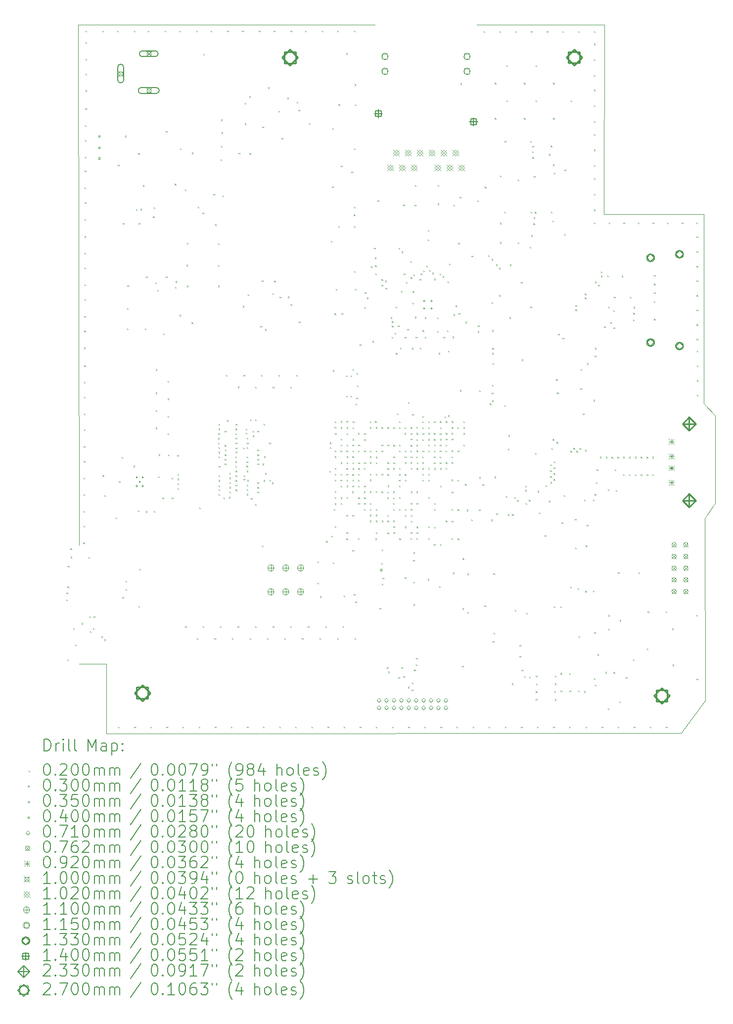
<source format=gbr>
%TF.GenerationSoftware,KiCad,Pcbnew,(7.0.0)*%
%TF.CreationDate,2024-09-24T23:13:10+02:00*%
%TF.ProjectId,FPGA_dev_board,46504741-5f64-4657-965f-626f6172642e,rev?*%
%TF.SameCoordinates,Original*%
%TF.FileFunction,Drillmap*%
%TF.FilePolarity,Positive*%
%FSLAX45Y45*%
G04 Gerber Fmt 4.5, Leading zero omitted, Abs format (unit mm)*
G04 Created by KiCad (PCBNEW (7.0.0)) date 2024-09-24 23:13:10*
%MOMM*%
%LPD*%
G01*
G04 APERTURE LIST*
%ADD10C,0.100000*%
%ADD11C,0.200000*%
%ADD12C,0.020000*%
%ADD13C,0.030000*%
%ADD14C,0.035000*%
%ADD15C,0.040000*%
%ADD16C,0.071000*%
%ADD17C,0.076200*%
%ADD18C,0.092000*%
%ADD19C,0.102000*%
%ADD20C,0.110000*%
%ADD21C,0.115000*%
%ADD22C,0.133000*%
%ADD23C,0.140000*%
%ADD24C,0.233000*%
%ADD25C,0.270000*%
G04 APERTURE END LIST*
D10*
X15270000Y-23528000D02*
X15263000Y-20410000D01*
X9620400Y-11962000D02*
X4586000Y-11959000D01*
X4554000Y-22899000D02*
X5022500Y-22899000D01*
X13544000Y-11966000D02*
X13541000Y-15205000D01*
X13544000Y-11966000D02*
X11362400Y-11962000D01*
X5022500Y-22899000D02*
X5022500Y-24091000D01*
X4554000Y-20869000D02*
X4540000Y-11959000D01*
X15447000Y-18652000D02*
X15247000Y-18452000D01*
X15270000Y-23528000D02*
X14858000Y-24085000D01*
X13541000Y-15205000D02*
X15235000Y-15204000D01*
X15263000Y-20410000D02*
X15447000Y-20152000D01*
X14858000Y-24085000D02*
X5022500Y-24091000D01*
X4540000Y-11959000D02*
X4586000Y-11959000D01*
X15247000Y-18452000D02*
X15245000Y-15217000D01*
X15245000Y-15204000D02*
X15245000Y-15217000D01*
X15235000Y-15204000D02*
X15245000Y-15204000D01*
X15447000Y-20152000D02*
X15447000Y-18652000D01*
D11*
D12*
X4334000Y-21799000D02*
X4354000Y-21819000D01*
X4354000Y-21799000D02*
X4334000Y-21819000D01*
X4337000Y-21681908D02*
X4357000Y-21701908D01*
X4357000Y-21681908D02*
X4337000Y-21701908D01*
X4352722Y-22821858D02*
X4372722Y-22841858D01*
X4372722Y-22821858D02*
X4352722Y-22841858D01*
X4354722Y-21575858D02*
X4374722Y-21595858D01*
X4374722Y-21575858D02*
X4354722Y-21595858D01*
X4361722Y-21222858D02*
X4381722Y-21242858D01*
X4381722Y-21222858D02*
X4361722Y-21242858D01*
X4403722Y-20921858D02*
X4423722Y-20941858D01*
X4423722Y-20921858D02*
X4403722Y-20941858D01*
X4410000Y-21066000D02*
X4430000Y-21086000D01*
X4430000Y-21066000D02*
X4410000Y-21086000D01*
X4452000Y-22290000D02*
X4472000Y-22310000D01*
X4472000Y-22290000D02*
X4452000Y-22310000D01*
X4483000Y-22569000D02*
X4503000Y-22589000D01*
X4503000Y-22569000D02*
X4483000Y-22589000D01*
X4593000Y-22201000D02*
X4613000Y-22221000D01*
X4613000Y-22201000D02*
X4593000Y-22221000D01*
X4626000Y-20822000D02*
X4646000Y-20842000D01*
X4646000Y-20822000D02*
X4626000Y-20842000D01*
X4628000Y-20282000D02*
X4648000Y-20302000D01*
X4648000Y-20282000D02*
X4628000Y-20302000D01*
X4629000Y-20535000D02*
X4649000Y-20555000D01*
X4649000Y-20535000D02*
X4629000Y-20555000D01*
X4631000Y-19716000D02*
X4651000Y-19736000D01*
X4651000Y-19716000D02*
X4631000Y-19736000D01*
X4631000Y-19995000D02*
X4651000Y-20015000D01*
X4651000Y-19995000D02*
X4631000Y-20015000D01*
X4633000Y-19176000D02*
X4653000Y-19196000D01*
X4653000Y-19176000D02*
X4633000Y-19196000D01*
X4634000Y-19429000D02*
X4654000Y-19449000D01*
X4654000Y-19429000D02*
X4634000Y-19449000D01*
X4636000Y-18889000D02*
X4656000Y-18909000D01*
X4656000Y-18889000D02*
X4636000Y-18909000D01*
X4637000Y-18616000D02*
X4657000Y-18636000D01*
X4657000Y-18616000D02*
X4637000Y-18636000D01*
X4639000Y-18076000D02*
X4659000Y-18096000D01*
X4659000Y-18076000D02*
X4639000Y-18096000D01*
X4640000Y-17486000D02*
X4660000Y-17506000D01*
X4660000Y-17486000D02*
X4640000Y-17506000D01*
X4640000Y-18329000D02*
X4660000Y-18349000D01*
X4660000Y-18329000D02*
X4640000Y-18349000D01*
X4642000Y-16946000D02*
X4662000Y-16966000D01*
X4662000Y-16946000D02*
X4642000Y-16966000D01*
X4642000Y-17789000D02*
X4662000Y-17809000D01*
X4662000Y-17789000D02*
X4642000Y-17809000D01*
X4643000Y-17199000D02*
X4663000Y-17219000D01*
X4663000Y-17199000D02*
X4643000Y-17219000D01*
X4644000Y-16406000D02*
X4664000Y-16426000D01*
X4664000Y-16406000D02*
X4644000Y-16426000D01*
X4645000Y-16659000D02*
X4665000Y-16679000D01*
X4665000Y-16659000D02*
X4645000Y-16679000D01*
X4646000Y-15866000D02*
X4666000Y-15886000D01*
X4666000Y-15866000D02*
X4646000Y-15886000D01*
X4647000Y-15287000D02*
X4667000Y-15307000D01*
X4667000Y-15287000D02*
X4647000Y-15307000D01*
X4647000Y-16119000D02*
X4667000Y-16139000D01*
X4667000Y-16119000D02*
X4647000Y-16139000D01*
X4649000Y-14747000D02*
X4669000Y-14767000D01*
X4669000Y-14747000D02*
X4649000Y-14767000D01*
X4649000Y-15579000D02*
X4669000Y-15599000D01*
X4669000Y-15579000D02*
X4649000Y-15599000D01*
X4650000Y-15000000D02*
X4670000Y-15020000D01*
X4670000Y-15000000D02*
X4650000Y-15020000D01*
X4652000Y-14460000D02*
X4672000Y-14480000D01*
X4672000Y-14460000D02*
X4652000Y-14480000D01*
X4654000Y-14220000D02*
X4674000Y-14240000D01*
X4674000Y-14220000D02*
X4654000Y-14240000D01*
X4656000Y-13680000D02*
X4676000Y-13700000D01*
X4676000Y-13680000D02*
X4656000Y-13700000D01*
X4657000Y-13933000D02*
X4677000Y-13953000D01*
X4677000Y-13933000D02*
X4657000Y-13953000D01*
X4659000Y-13393000D02*
X4679000Y-13413000D01*
X4679000Y-13393000D02*
X4659000Y-13413000D01*
X4661000Y-13084000D02*
X4681000Y-13104000D01*
X4681000Y-13084000D02*
X4661000Y-13104000D01*
X4663000Y-12544000D02*
X4683000Y-12564000D01*
X4683000Y-12544000D02*
X4663000Y-12564000D01*
X4664000Y-12797000D02*
X4684000Y-12817000D01*
X4684000Y-12797000D02*
X4664000Y-12817000D01*
X4666000Y-12064000D02*
X4686000Y-12084000D01*
X4686000Y-12064000D02*
X4666000Y-12084000D01*
X4666000Y-12257000D02*
X4686000Y-12277000D01*
X4686000Y-12257000D02*
X4666000Y-12277000D01*
X4712000Y-21071000D02*
X4732000Y-21091000D01*
X4732000Y-21071000D02*
X4712000Y-21091000D01*
X4733722Y-22085858D02*
X4753722Y-22105858D01*
X4753722Y-22085858D02*
X4733722Y-22105858D01*
X4739205Y-22343375D02*
X4759205Y-22363375D01*
X4759205Y-22343375D02*
X4739205Y-22363375D01*
X4792239Y-22290341D02*
X4812239Y-22310341D01*
X4812239Y-22290341D02*
X4792239Y-22310341D01*
X4803722Y-22085858D02*
X4823722Y-22105858D01*
X4823722Y-22085858D02*
X4803722Y-22105858D01*
X4934973Y-22430109D02*
X4954973Y-22450109D01*
X4954973Y-22430109D02*
X4934973Y-22450109D01*
X4953000Y-12064000D02*
X4973000Y-12084000D01*
X4973000Y-12064000D02*
X4953000Y-12084000D01*
X4954000Y-19669000D02*
X4974000Y-19689000D01*
X4974000Y-19669000D02*
X4954000Y-19689000D01*
X4984471Y-22479607D02*
X5004471Y-22499607D01*
X5004471Y-22479607D02*
X4984471Y-22499607D01*
X4985000Y-20012000D02*
X5005000Y-20032000D01*
X5005000Y-20012000D02*
X4985000Y-20032000D01*
X5182000Y-20395000D02*
X5202000Y-20415000D01*
X5202000Y-20395000D02*
X5182000Y-20415000D01*
X5206000Y-12064000D02*
X5226000Y-12084000D01*
X5226000Y-12064000D02*
X5206000Y-12084000D01*
X5218000Y-14355000D02*
X5238000Y-14375000D01*
X5238000Y-14355000D02*
X5218000Y-14375000D01*
X5221266Y-23976000D02*
X5241266Y-23996000D01*
X5241266Y-23976000D02*
X5221266Y-23996000D01*
X5236000Y-19776000D02*
X5256000Y-19796000D01*
X5256000Y-19776000D02*
X5236000Y-19796000D01*
X5280000Y-19363000D02*
X5300000Y-19383000D01*
X5300000Y-19363000D02*
X5280000Y-19383000D01*
X5294722Y-21756858D02*
X5314722Y-21776858D01*
X5314722Y-21756858D02*
X5294722Y-21776858D01*
X5303000Y-15358000D02*
X5323000Y-15378000D01*
X5323000Y-15358000D02*
X5303000Y-15378000D01*
X5341000Y-13862000D02*
X5361000Y-13882000D01*
X5361000Y-13862000D02*
X5341000Y-13882000D01*
X5349722Y-21478858D02*
X5369722Y-21498858D01*
X5369722Y-21478858D02*
X5349722Y-21498858D01*
X5349722Y-21620858D02*
X5369722Y-21640858D01*
X5369722Y-21620858D02*
X5349722Y-21640858D01*
X5376000Y-16813000D02*
X5396000Y-16833000D01*
X5396000Y-16813000D02*
X5376000Y-16833000D01*
X5377000Y-17160000D02*
X5397000Y-17180000D01*
X5397000Y-17160000D02*
X5377000Y-17180000D01*
X5379000Y-16425000D02*
X5399000Y-16445000D01*
X5399000Y-16425000D02*
X5379000Y-16445000D01*
X5483000Y-19508000D02*
X5503000Y-19528000D01*
X5503000Y-19508000D02*
X5483000Y-19528000D01*
X5493000Y-12064000D02*
X5513000Y-12084000D01*
X5513000Y-12064000D02*
X5493000Y-12084000D01*
X5497119Y-23976000D02*
X5517119Y-23996000D01*
X5517119Y-23976000D02*
X5497119Y-23996000D01*
X5528000Y-15119000D02*
X5548000Y-15139000D01*
X5548000Y-15119000D02*
X5528000Y-15139000D01*
X5559000Y-20276000D02*
X5579000Y-20296000D01*
X5579000Y-20276000D02*
X5559000Y-20296000D01*
X5565000Y-14159000D02*
X5585000Y-14179000D01*
X5585000Y-14159000D02*
X5565000Y-14179000D01*
X5567000Y-21909000D02*
X5587000Y-21929000D01*
X5587000Y-21909000D02*
X5567000Y-21929000D01*
X5575000Y-15358000D02*
X5595000Y-15378000D01*
X5595000Y-15358000D02*
X5575000Y-15378000D01*
X5586000Y-21275000D02*
X5606000Y-21295000D01*
X5606000Y-21275000D02*
X5586000Y-21295000D01*
X5604000Y-15114000D02*
X5624000Y-15134000D01*
X5624000Y-15114000D02*
X5604000Y-15134000D01*
X5646000Y-14708000D02*
X5666000Y-14728000D01*
X5666000Y-14708000D02*
X5646000Y-14728000D01*
X5677000Y-17157000D02*
X5697000Y-17177000D01*
X5697000Y-17157000D02*
X5677000Y-17177000D01*
X5697000Y-20287000D02*
X5717000Y-20307000D01*
X5717000Y-20287000D02*
X5697000Y-20307000D01*
X5700000Y-16272000D02*
X5720000Y-16292000D01*
X5720000Y-16272000D02*
X5700000Y-16292000D01*
X5732000Y-12064000D02*
X5752000Y-12084000D01*
X5752000Y-12064000D02*
X5732000Y-12084000D01*
X5772972Y-23976000D02*
X5792972Y-23996000D01*
X5792972Y-23976000D02*
X5772972Y-23996000D01*
X5819000Y-15242000D02*
X5839000Y-15262000D01*
X5839000Y-15242000D02*
X5819000Y-15262000D01*
X5832000Y-20283000D02*
X5852000Y-20303000D01*
X5852000Y-20283000D02*
X5832000Y-20303000D01*
X5834000Y-15087000D02*
X5854000Y-15107000D01*
X5854000Y-15087000D02*
X5834000Y-15107000D01*
X5859000Y-16370000D02*
X5879000Y-16390000D01*
X5879000Y-16370000D02*
X5859000Y-16390000D01*
X5868000Y-17857000D02*
X5888000Y-17877000D01*
X5888000Y-17857000D02*
X5868000Y-17877000D01*
X5868000Y-18257000D02*
X5888000Y-18277000D01*
X5888000Y-18257000D02*
X5868000Y-18277000D01*
X5868000Y-18557000D02*
X5888000Y-18577000D01*
X5888000Y-18557000D02*
X5868000Y-18577000D01*
X5868000Y-18857000D02*
X5888000Y-18877000D01*
X5888000Y-18857000D02*
X5868000Y-18877000D01*
X5889000Y-16501000D02*
X5909000Y-16521000D01*
X5909000Y-16501000D02*
X5889000Y-16521000D01*
X5906000Y-19689000D02*
X5926000Y-19709000D01*
X5926000Y-19689000D02*
X5906000Y-19709000D01*
X5917000Y-19314000D02*
X5937000Y-19334000D01*
X5937000Y-19314000D02*
X5917000Y-19334000D01*
X5979000Y-20055000D02*
X5999000Y-20075000D01*
X5999000Y-20055000D02*
X5979000Y-20075000D01*
X5992000Y-17245000D02*
X6012000Y-17265000D01*
X6012000Y-17245000D02*
X5992000Y-17265000D01*
X6019000Y-12064000D02*
X6039000Y-12084000D01*
X6039000Y-12064000D02*
X6019000Y-12084000D01*
X6039000Y-16269000D02*
X6059000Y-16289000D01*
X6059000Y-16269000D02*
X6039000Y-16289000D01*
X6040000Y-13779000D02*
X6060000Y-13799000D01*
X6060000Y-13779000D02*
X6040000Y-13799000D01*
X6048825Y-23976000D02*
X6068825Y-23996000D01*
X6068825Y-23976000D02*
X6048825Y-23996000D01*
X6068000Y-18057000D02*
X6088000Y-18077000D01*
X6088000Y-18057000D02*
X6068000Y-18077000D01*
X6068000Y-18357000D02*
X6088000Y-18377000D01*
X6088000Y-18357000D02*
X6068000Y-18377000D01*
X6068000Y-18657000D02*
X6088000Y-18677000D01*
X6088000Y-18657000D02*
X6068000Y-18677000D01*
X6068000Y-18957000D02*
X6088000Y-18977000D01*
X6088000Y-18957000D02*
X6068000Y-18977000D01*
X6076000Y-19319000D02*
X6096000Y-19339000D01*
X6096000Y-19319000D02*
X6076000Y-19339000D01*
X6137000Y-19714000D02*
X6157000Y-19734000D01*
X6157000Y-19714000D02*
X6137000Y-19734000D01*
X6140000Y-20054000D02*
X6160000Y-20074000D01*
X6160000Y-20054000D02*
X6140000Y-20074000D01*
X6191000Y-14683000D02*
X6211000Y-14703000D01*
X6211000Y-14683000D02*
X6191000Y-14703000D01*
X6194000Y-16449000D02*
X6214000Y-16469000D01*
X6214000Y-16449000D02*
X6194000Y-16469000D01*
X6203000Y-16352000D02*
X6223000Y-16372000D01*
X6223000Y-16352000D02*
X6203000Y-16372000D01*
X6235000Y-19327000D02*
X6255000Y-19347000D01*
X6255000Y-19327000D02*
X6235000Y-19347000D01*
X6239000Y-19650000D02*
X6259000Y-19670000D01*
X6259000Y-19650000D02*
X6239000Y-19670000D01*
X6239000Y-19729000D02*
X6259000Y-19749000D01*
X6259000Y-19729000D02*
X6239000Y-19749000D01*
X6239000Y-19809000D02*
X6259000Y-19829000D01*
X6259000Y-19809000D02*
X6239000Y-19829000D01*
X6239000Y-19896000D02*
X6259000Y-19916000D01*
X6259000Y-19896000D02*
X6239000Y-19916000D01*
X6270000Y-16927000D02*
X6290000Y-16947000D01*
X6290000Y-16927000D02*
X6270000Y-16947000D01*
X6272000Y-12064000D02*
X6292000Y-12084000D01*
X6292000Y-12064000D02*
X6272000Y-12084000D01*
X6282000Y-14077000D02*
X6302000Y-14097000D01*
X6302000Y-14077000D02*
X6282000Y-14097000D01*
X6324677Y-23976000D02*
X6344677Y-23996000D01*
X6344677Y-23976000D02*
X6324677Y-23996000D01*
X6366000Y-14779000D02*
X6386000Y-14799000D01*
X6386000Y-14779000D02*
X6366000Y-14799000D01*
X6368000Y-22257000D02*
X6388000Y-22277000D01*
X6388000Y-22257000D02*
X6368000Y-22277000D01*
X6389620Y-16071000D02*
X6409620Y-16091000D01*
X6409620Y-16071000D02*
X6389620Y-16091000D01*
X6397990Y-16425771D02*
X6417990Y-16445771D01*
X6417990Y-16425771D02*
X6397990Y-16445771D01*
X6399000Y-15697000D02*
X6419000Y-15717000D01*
X6419000Y-15697000D02*
X6399000Y-15717000D01*
X6478000Y-17055000D02*
X6498000Y-17075000D01*
X6498000Y-17055000D02*
X6478000Y-17075000D01*
X6482000Y-14151000D02*
X6502000Y-14171000D01*
X6502000Y-14151000D02*
X6482000Y-14171000D01*
X6559000Y-12064000D02*
X6579000Y-12084000D01*
X6579000Y-12064000D02*
X6559000Y-12084000D01*
X6568000Y-22457000D02*
X6588000Y-22477000D01*
X6588000Y-22457000D02*
X6568000Y-22477000D01*
X6583000Y-15079000D02*
X6603000Y-15099000D01*
X6603000Y-15079000D02*
X6583000Y-15099000D01*
X6600530Y-23976000D02*
X6620530Y-23996000D01*
X6620530Y-23976000D02*
X6600530Y-23996000D01*
X6608412Y-20222588D02*
X6628412Y-20242588D01*
X6628412Y-20222588D02*
X6608412Y-20242588D01*
X6667000Y-15180000D02*
X6687000Y-15200000D01*
X6687000Y-15180000D02*
X6667000Y-15200000D01*
X6668000Y-22257000D02*
X6688000Y-22277000D01*
X6688000Y-22257000D02*
X6668000Y-22277000D01*
X6681000Y-12459000D02*
X6701000Y-12479000D01*
X6701000Y-12459000D02*
X6681000Y-12479000D01*
X6803000Y-12064000D02*
X6823000Y-12084000D01*
X6823000Y-12064000D02*
X6803000Y-12084000D01*
X6852000Y-14856000D02*
X6872000Y-14876000D01*
X6872000Y-14856000D02*
X6852000Y-14876000D01*
X6868000Y-22457000D02*
X6888000Y-22477000D01*
X6888000Y-22457000D02*
X6868000Y-22477000D01*
X6876383Y-23976000D02*
X6896383Y-23996000D01*
X6896383Y-23976000D02*
X6876383Y-23996000D01*
X6882000Y-15378000D02*
X6902000Y-15398000D01*
X6902000Y-15378000D02*
X6882000Y-15398000D01*
X6931000Y-16076000D02*
X6951000Y-16096000D01*
X6951000Y-16076000D02*
X6931000Y-16096000D01*
X6934000Y-19035500D02*
X6954000Y-19055500D01*
X6954000Y-19035500D02*
X6934000Y-19055500D01*
X6934000Y-19113000D02*
X6954000Y-19133000D01*
X6954000Y-19113000D02*
X6934000Y-19133000D01*
X6935000Y-15703000D02*
X6955000Y-15723000D01*
X6955000Y-15703000D02*
X6935000Y-15723000D01*
X6935000Y-16426000D02*
X6955000Y-16446000D01*
X6955000Y-16426000D02*
X6935000Y-16446000D01*
X6936500Y-18953000D02*
X6956500Y-18973000D01*
X6956500Y-18953000D02*
X6936500Y-18973000D01*
X6939000Y-18793000D02*
X6959000Y-18813000D01*
X6959000Y-18793000D02*
X6939000Y-18813000D01*
X6939000Y-18873000D02*
X6959000Y-18893000D01*
X6959000Y-18873000D02*
X6939000Y-18893000D01*
X6939000Y-19193000D02*
X6959000Y-19213000D01*
X6959000Y-19193000D02*
X6939000Y-19213000D01*
X6939000Y-19273000D02*
X6959000Y-19293000D01*
X6959000Y-19273000D02*
X6939000Y-19293000D01*
X6939000Y-19350500D02*
X6959000Y-19370500D01*
X6959000Y-19350500D02*
X6939000Y-19370500D01*
X6939000Y-19673000D02*
X6959000Y-19693000D01*
X6959000Y-19673000D02*
X6939000Y-19693000D01*
X6939000Y-19913000D02*
X6959000Y-19933000D01*
X6959000Y-19913000D02*
X6939000Y-19933000D01*
X6939000Y-19995500D02*
X6959000Y-20015500D01*
X6959000Y-19995500D02*
X6939000Y-20015500D01*
X6940232Y-19841232D02*
X6960232Y-19861232D01*
X6960232Y-19841232D02*
X6940232Y-19861232D01*
X6942750Y-19753000D02*
X6962750Y-19773000D01*
X6962750Y-19753000D02*
X6942750Y-19773000D01*
X6944000Y-19513000D02*
X6964000Y-19533000D01*
X6964000Y-19513000D02*
X6944000Y-19533000D01*
X6968000Y-22257000D02*
X6988000Y-22277000D01*
X6988000Y-22257000D02*
X6968000Y-22277000D01*
X6976000Y-14263000D02*
X6996000Y-14283000D01*
X6996000Y-14263000D02*
X6976000Y-14283000D01*
X6985000Y-13581000D02*
X7005000Y-13601000D01*
X7005000Y-13581000D02*
X6985000Y-13601000D01*
X6985000Y-14035000D02*
X7005000Y-14055000D01*
X7005000Y-14035000D02*
X6985000Y-14055000D01*
X6989000Y-13802000D02*
X7009000Y-13822000D01*
X7009000Y-13802000D02*
X6989000Y-13822000D01*
X7006000Y-14883000D02*
X7026000Y-14903000D01*
X7026000Y-14883000D02*
X7006000Y-14903000D01*
X7026000Y-20055000D02*
X7046000Y-20075000D01*
X7046000Y-20055000D02*
X7026000Y-20075000D01*
X7046500Y-19153000D02*
X7066500Y-19173000D01*
X7066500Y-19153000D02*
X7046500Y-19173000D01*
X7046500Y-19313000D02*
X7066500Y-19333000D01*
X7066500Y-19313000D02*
X7046500Y-19333000D01*
X7046500Y-19393000D02*
X7066500Y-19413000D01*
X7066500Y-19393000D02*
X7046500Y-19413000D01*
X7046500Y-19473000D02*
X7066500Y-19493000D01*
X7066500Y-19473000D02*
X7046500Y-19493000D01*
X7047000Y-18913000D02*
X7067000Y-18933000D01*
X7067000Y-18913000D02*
X7047000Y-18933000D01*
X7049000Y-19235500D02*
X7069000Y-19255500D01*
X7069000Y-19235500D02*
X7049000Y-19255500D01*
X7069471Y-17954276D02*
X7089471Y-17974276D01*
X7089471Y-17954276D02*
X7069471Y-17974276D01*
X7086500Y-18730500D02*
X7106500Y-18750500D01*
X7106500Y-18730500D02*
X7086500Y-18750500D01*
X7090000Y-12064000D02*
X7110000Y-12084000D01*
X7110000Y-12064000D02*
X7090000Y-12084000D01*
X7119000Y-20042000D02*
X7139000Y-20062000D01*
X7139000Y-20042000D02*
X7119000Y-20062000D01*
X7126500Y-19633000D02*
X7146500Y-19653000D01*
X7146500Y-19633000D02*
X7126500Y-19653000D01*
X7126500Y-19713000D02*
X7146500Y-19733000D01*
X7146500Y-19713000D02*
X7126500Y-19733000D01*
X7126500Y-19793000D02*
X7146500Y-19813000D01*
X7146500Y-19793000D02*
X7126500Y-19813000D01*
X7126500Y-19873000D02*
X7146500Y-19893000D01*
X7146500Y-19873000D02*
X7126500Y-19893000D01*
X7126500Y-19953000D02*
X7146500Y-19973000D01*
X7146500Y-19953000D02*
X7126500Y-19973000D01*
X7152236Y-23976000D02*
X7172236Y-23996000D01*
X7172236Y-23976000D02*
X7152236Y-23996000D01*
X7168000Y-22457000D02*
X7188000Y-22477000D01*
X7188000Y-22457000D02*
X7168000Y-22477000D01*
X7229000Y-18953000D02*
X7249000Y-18973000D01*
X7249000Y-18953000D02*
X7229000Y-18973000D01*
X7229000Y-19353050D02*
X7249000Y-19373050D01*
X7249000Y-19353050D02*
X7229000Y-19373050D01*
X7229000Y-19433000D02*
X7249000Y-19453000D01*
X7249000Y-19433000D02*
X7229000Y-19453000D01*
X7229000Y-19513000D02*
X7249000Y-19533000D01*
X7249000Y-19513000D02*
X7229000Y-19533000D01*
X7231500Y-18793000D02*
X7251500Y-18813000D01*
X7251500Y-18793000D02*
X7231500Y-18813000D01*
X7231500Y-18873000D02*
X7251500Y-18893000D01*
X7251500Y-18873000D02*
X7231500Y-18893000D01*
X7231500Y-19113000D02*
X7251500Y-19133000D01*
X7251500Y-19113000D02*
X7231500Y-19133000D01*
X7231500Y-19593000D02*
X7251500Y-19613000D01*
X7251500Y-19593000D02*
X7231500Y-19613000D01*
X7231500Y-19915500D02*
X7251500Y-19935500D01*
X7251500Y-19915500D02*
X7231500Y-19935500D01*
X7232186Y-19198000D02*
X7252186Y-19218000D01*
X7252186Y-19198000D02*
X7232186Y-19218000D01*
X7232186Y-19268000D02*
X7252186Y-19288000D01*
X7252186Y-19268000D02*
X7232186Y-19288000D01*
X7234000Y-19033000D02*
X7254000Y-19053000D01*
X7254000Y-19033000D02*
X7234000Y-19053000D01*
X7234000Y-19673000D02*
X7254000Y-19693000D01*
X7254000Y-19673000D02*
X7234000Y-19693000D01*
X7234000Y-19753000D02*
X7254000Y-19773000D01*
X7254000Y-19753000D02*
X7234000Y-19773000D01*
X7234000Y-19833000D02*
X7254000Y-19853000D01*
X7254000Y-19833000D02*
X7234000Y-19853000D01*
X7268000Y-22257000D02*
X7288000Y-22277000D01*
X7288000Y-22257000D02*
X7268000Y-22277000D01*
X7269471Y-18154276D02*
X7289471Y-18174276D01*
X7289471Y-18154276D02*
X7269471Y-18174276D01*
X7285000Y-14154000D02*
X7305000Y-14174000D01*
X7305000Y-14154000D02*
X7285000Y-14174000D01*
X7343000Y-12064000D02*
X7363000Y-12084000D01*
X7363000Y-12064000D02*
X7343000Y-12084000D01*
X7354000Y-16775000D02*
X7374000Y-16795000D01*
X7374000Y-16775000D02*
X7354000Y-16795000D01*
X7365450Y-19197609D02*
X7385450Y-19217609D01*
X7385450Y-19197609D02*
X7365450Y-19217609D01*
X7368000Y-17957000D02*
X7388000Y-17977000D01*
X7388000Y-17957000D02*
X7368000Y-17977000D01*
X7369000Y-19733000D02*
X7389000Y-19753000D01*
X7389000Y-19733000D02*
X7369000Y-19753000D01*
X7372950Y-19672950D02*
X7392950Y-19692950D01*
X7392950Y-19672950D02*
X7372950Y-19692950D01*
X7388000Y-13301000D02*
X7408000Y-13321000D01*
X7408000Y-13301000D02*
X7388000Y-13321000D01*
X7390000Y-13649000D02*
X7410000Y-13669000D01*
X7410000Y-13649000D02*
X7390000Y-13669000D01*
X7405287Y-18878000D02*
X7425287Y-18898000D01*
X7425287Y-18878000D02*
X7405287Y-18898000D01*
X7405287Y-18948000D02*
X7425287Y-18968000D01*
X7425287Y-18948000D02*
X7405287Y-18968000D01*
X7419343Y-19438000D02*
X7439343Y-19458000D01*
X7439343Y-19438000D02*
X7419343Y-19458000D01*
X7419343Y-19508000D02*
X7439343Y-19528000D01*
X7439343Y-19508000D02*
X7419343Y-19528000D01*
X7421500Y-19033000D02*
X7441500Y-19053000D01*
X7441500Y-19033000D02*
X7421500Y-19053000D01*
X7421500Y-19353000D02*
X7441500Y-19373000D01*
X7441500Y-19353000D02*
X7421500Y-19373000D01*
X7421500Y-19593000D02*
X7441500Y-19613000D01*
X7441500Y-19593000D02*
X7421500Y-19613000D01*
X7421500Y-19835500D02*
X7441500Y-19855500D01*
X7441500Y-19835500D02*
X7421500Y-19855500D01*
X7421500Y-19913000D02*
X7441500Y-19933000D01*
X7441500Y-19913000D02*
X7421500Y-19933000D01*
X7421500Y-19990500D02*
X7441500Y-20010500D01*
X7441500Y-19990500D02*
X7421500Y-20010500D01*
X7426000Y-19193000D02*
X7446000Y-19213000D01*
X7446000Y-19193000D02*
X7426000Y-19213000D01*
X7428089Y-23976000D02*
X7448089Y-23996000D01*
X7448089Y-23976000D02*
X7428089Y-23996000D01*
X7428181Y-19113000D02*
X7448181Y-19133000D01*
X7448181Y-19113000D02*
X7428181Y-19133000D01*
X7434000Y-19753050D02*
X7454000Y-19773050D01*
X7454000Y-19753050D02*
X7434000Y-19773050D01*
X7439000Y-16573000D02*
X7459000Y-16593000D01*
X7459000Y-16573000D02*
X7439000Y-16593000D01*
X7466000Y-13183000D02*
X7486000Y-13203000D01*
X7486000Y-13183000D02*
X7466000Y-13203000D01*
X7471000Y-14158000D02*
X7491000Y-14178000D01*
X7491000Y-14158000D02*
X7471000Y-14178000D01*
X7472164Y-22456984D02*
X7492164Y-22476984D01*
X7492164Y-22456984D02*
X7472164Y-22476984D01*
X7484000Y-18718000D02*
X7504000Y-18738000D01*
X7504000Y-18718000D02*
X7484000Y-18738000D01*
X7494000Y-20066000D02*
X7514000Y-20086000D01*
X7514000Y-20066000D02*
X7494000Y-20086000D01*
X7526500Y-18993000D02*
X7546500Y-19013000D01*
X7546500Y-18993000D02*
X7526500Y-19013000D01*
X7527000Y-18913000D02*
X7547000Y-18933000D01*
X7547000Y-18913000D02*
X7527000Y-18933000D01*
X7565050Y-20162552D02*
X7585050Y-20182552D01*
X7585050Y-20162552D02*
X7565050Y-20182552D01*
X7566500Y-18718000D02*
X7586500Y-18738000D01*
X7586500Y-18718000D02*
X7566500Y-18738000D01*
X7568000Y-18157000D02*
X7588000Y-18177000D01*
X7588000Y-18157000D02*
X7568000Y-18177000D01*
X7568000Y-22257000D02*
X7588000Y-22277000D01*
X7588000Y-22257000D02*
X7568000Y-22277000D01*
X7604000Y-19790500D02*
X7624000Y-19810500D01*
X7624000Y-19790500D02*
X7604000Y-19810500D01*
X7606000Y-19232000D02*
X7626000Y-19252000D01*
X7626000Y-19232000D02*
X7606000Y-19252000D01*
X7606500Y-19313000D02*
X7626500Y-19333000D01*
X7626500Y-19313000D02*
X7606500Y-19333000D01*
X7606500Y-19393000D02*
X7626500Y-19413000D01*
X7626500Y-19393000D02*
X7606500Y-19413000D01*
X7606500Y-19473000D02*
X7626500Y-19493000D01*
X7626500Y-19473000D02*
X7606500Y-19493000D01*
X7606500Y-19873000D02*
X7626500Y-19893000D01*
X7626500Y-19873000D02*
X7606500Y-19893000D01*
X7606500Y-19953000D02*
X7626500Y-19973000D01*
X7626500Y-19953000D02*
X7606500Y-19973000D01*
X7607000Y-18913000D02*
X7627000Y-18933000D01*
X7627000Y-18913000D02*
X7607000Y-18933000D01*
X7630000Y-12064000D02*
X7650000Y-12084000D01*
X7650000Y-12064000D02*
X7630000Y-12084000D01*
X7655000Y-17116000D02*
X7675000Y-17136000D01*
X7675000Y-17116000D02*
X7655000Y-17136000D01*
X7668000Y-17957000D02*
X7688000Y-17977000D01*
X7688000Y-17957000D02*
X7668000Y-17977000D01*
X7682000Y-16338000D02*
X7702000Y-16358000D01*
X7702000Y-16338000D02*
X7682000Y-16358000D01*
X7688000Y-20876000D02*
X7708000Y-20896000D01*
X7708000Y-20876000D02*
X7688000Y-20896000D01*
X7689000Y-13706000D02*
X7709000Y-13726000D01*
X7709000Y-13706000D02*
X7689000Y-13726000D01*
X7692000Y-19475000D02*
X7712000Y-19495000D01*
X7712000Y-19475000D02*
X7692000Y-19495000D01*
X7703942Y-23976000D02*
X7723942Y-23996000D01*
X7723942Y-23976000D02*
X7703942Y-23996000D01*
X7711500Y-19753000D02*
X7731500Y-19773000D01*
X7731500Y-19753000D02*
X7711500Y-19773000D01*
X7714000Y-18793000D02*
X7734000Y-18813000D01*
X7734000Y-18793000D02*
X7714000Y-18813000D01*
X7721000Y-19348000D02*
X7741000Y-19368000D01*
X7741000Y-19348000D02*
X7721000Y-19368000D01*
X7737000Y-17171000D02*
X7757000Y-17191000D01*
X7757000Y-17171000D02*
X7737000Y-17191000D01*
X7738000Y-19635000D02*
X7758000Y-19655000D01*
X7758000Y-19635000D02*
X7738000Y-19655000D01*
X7768000Y-22457000D02*
X7788000Y-22477000D01*
X7788000Y-22457000D02*
X7768000Y-22477000D01*
X7788000Y-13031000D02*
X7808000Y-13051000D01*
X7808000Y-13031000D02*
X7788000Y-13051000D01*
X7809448Y-19112950D02*
X7829448Y-19132950D01*
X7829448Y-19112950D02*
X7809448Y-19132950D01*
X7812000Y-19751000D02*
X7832000Y-19771000D01*
X7832000Y-19751000D02*
X7812000Y-19771000D01*
X7855000Y-19797050D02*
X7875000Y-19817050D01*
X7875000Y-19797050D02*
X7855000Y-19817050D01*
X7866000Y-16558000D02*
X7886000Y-16578000D01*
X7886000Y-16558000D02*
X7866000Y-16578000D01*
X7868000Y-18157000D02*
X7888000Y-18177000D01*
X7888000Y-18157000D02*
X7868000Y-18177000D01*
X7868000Y-22257000D02*
X7888000Y-22277000D01*
X7888000Y-22257000D02*
X7868000Y-22277000D01*
X7885000Y-12064000D02*
X7905000Y-12084000D01*
X7905000Y-12064000D02*
X7885000Y-12084000D01*
X7893000Y-16341000D02*
X7913000Y-16361000D01*
X7913000Y-16341000D02*
X7893000Y-16361000D01*
X7965000Y-13432000D02*
X7985000Y-13452000D01*
X7985000Y-13432000D02*
X7965000Y-13452000D01*
X7968000Y-17957000D02*
X7988000Y-17977000D01*
X7988000Y-17957000D02*
X7968000Y-17977000D01*
X7979795Y-23976000D02*
X7999795Y-23996000D01*
X7999795Y-23976000D02*
X7979795Y-23996000D01*
X7985000Y-16617000D02*
X8005000Y-16637000D01*
X8005000Y-16617000D02*
X7985000Y-16637000D01*
X8021000Y-13900000D02*
X8041000Y-13920000D01*
X8041000Y-13900000D02*
X8021000Y-13920000D01*
X8068000Y-22457000D02*
X8088000Y-22477000D01*
X8088000Y-22457000D02*
X8068000Y-22477000D01*
X8119000Y-13211000D02*
X8139000Y-13231000D01*
X8139000Y-13211000D02*
X8119000Y-13231000D01*
X8128000Y-16612000D02*
X8148000Y-16632000D01*
X8148000Y-16612000D02*
X8128000Y-16632000D01*
X8168000Y-18157000D02*
X8188000Y-18177000D01*
X8188000Y-18157000D02*
X8168000Y-18177000D01*
X8168000Y-22257000D02*
X8188000Y-22277000D01*
X8188000Y-22257000D02*
X8168000Y-22277000D01*
X8172000Y-12064000D02*
X8192000Y-12084000D01*
X8192000Y-12064000D02*
X8172000Y-12084000D01*
X8172000Y-16745000D02*
X8192000Y-16765000D01*
X8192000Y-16745000D02*
X8172000Y-16765000D01*
X8255648Y-23976000D02*
X8275648Y-23996000D01*
X8275648Y-23976000D02*
X8255648Y-23996000D01*
X8268000Y-17957000D02*
X8288000Y-17977000D01*
X8288000Y-17957000D02*
X8268000Y-17977000D01*
X8281000Y-13282000D02*
X8301000Y-13302000D01*
X8301000Y-13282000D02*
X8281000Y-13302000D01*
X8308000Y-13419000D02*
X8328000Y-13439000D01*
X8328000Y-13419000D02*
X8308000Y-13439000D01*
X8317000Y-17041000D02*
X8337000Y-17061000D01*
X8337000Y-17041000D02*
X8317000Y-17061000D01*
X8368000Y-22457000D02*
X8388000Y-22477000D01*
X8388000Y-22457000D02*
X8368000Y-22477000D01*
X8425000Y-12064000D02*
X8445000Y-12084000D01*
X8445000Y-12064000D02*
X8425000Y-12084000D01*
X8468000Y-22257000D02*
X8488000Y-22277000D01*
X8488000Y-22257000D02*
X8468000Y-22277000D01*
X8489000Y-13644000D02*
X8509000Y-13664000D01*
X8509000Y-13644000D02*
X8489000Y-13664000D01*
X8531501Y-23976000D02*
X8551501Y-23996000D01*
X8551501Y-23976000D02*
X8531501Y-23996000D01*
X8634000Y-21145000D02*
X8654000Y-21165000D01*
X8654000Y-21145000D02*
X8634000Y-21165000D01*
X8634000Y-21513000D02*
X8654000Y-21533000D01*
X8654000Y-21513000D02*
X8634000Y-21533000D01*
X8668000Y-22457000D02*
X8688000Y-22477000D01*
X8688000Y-22457000D02*
X8668000Y-22477000D01*
X8679000Y-21744000D02*
X8699000Y-21764000D01*
X8699000Y-21744000D02*
X8679000Y-21764000D01*
X8712000Y-12064000D02*
X8732000Y-12084000D01*
X8732000Y-12064000D02*
X8712000Y-12084000D01*
X8768000Y-22257000D02*
X8788000Y-22277000D01*
X8788000Y-22257000D02*
X8768000Y-22277000D01*
X8783000Y-20795000D02*
X8803000Y-20815000D01*
X8803000Y-20795000D02*
X8783000Y-20815000D01*
X8807354Y-23976000D02*
X8827354Y-23996000D01*
X8827354Y-23976000D02*
X8807354Y-23996000D01*
X8839050Y-19598552D02*
X8859050Y-19618552D01*
X8859050Y-19598552D02*
X8839050Y-19618552D01*
X8845700Y-19110000D02*
X8865700Y-19130000D01*
X8865700Y-19110000D02*
X8845700Y-19130000D01*
X8845700Y-19190000D02*
X8865700Y-19210000D01*
X8865700Y-19190000D02*
X8845700Y-19210000D01*
X8863000Y-15661000D02*
X8883000Y-15681000D01*
X8883000Y-15661000D02*
X8863000Y-15681000D01*
X8872000Y-20706000D02*
X8892000Y-20726000D01*
X8892000Y-20706000D02*
X8872000Y-20726000D01*
X8885000Y-14732000D02*
X8905000Y-14752000D01*
X8905000Y-14732000D02*
X8885000Y-14752000D01*
X8890000Y-13728000D02*
X8910000Y-13748000D01*
X8910000Y-13728000D02*
X8890000Y-13748000D01*
X8897000Y-17876000D02*
X8917000Y-17896000D01*
X8917000Y-17876000D02*
X8897000Y-17896000D01*
X8897000Y-21163000D02*
X8917000Y-21183000D01*
X8917000Y-21163000D02*
X8897000Y-21183000D01*
X8915000Y-20249000D02*
X8935000Y-20269000D01*
X8935000Y-20249000D02*
X8915000Y-20269000D01*
X8926500Y-18845500D02*
X8946500Y-18865500D01*
X8946500Y-18845500D02*
X8926500Y-18865500D01*
X8927000Y-16900610D02*
X8947000Y-16920610D01*
X8947000Y-16900610D02*
X8927000Y-16920610D01*
X8929000Y-20048000D02*
X8949000Y-20068000D01*
X8949000Y-20048000D02*
X8929000Y-20068000D01*
X8929450Y-18748750D02*
X8949450Y-18768750D01*
X8949450Y-18748750D02*
X8929450Y-18768750D01*
X8929450Y-19348750D02*
X8949450Y-19368750D01*
X8949450Y-19348750D02*
X8929450Y-19368750D01*
X8929450Y-19648750D02*
X8949450Y-19668750D01*
X8949450Y-19648750D02*
X8929450Y-19668750D01*
X8929450Y-19748750D02*
X8949450Y-19768750D01*
X8949450Y-19748750D02*
X8929450Y-19768750D01*
X8929450Y-20151250D02*
X8949450Y-20171250D01*
X8949450Y-20151250D02*
X8929450Y-20171250D01*
X8930700Y-19947500D02*
X8950700Y-19967500D01*
X8950700Y-19947500D02*
X8930700Y-19967500D01*
X8930700Y-20547500D02*
X8950700Y-20567500D01*
X8950700Y-20547500D02*
X8930700Y-20567500D01*
X8931950Y-19248750D02*
X8951950Y-19268750D01*
X8951950Y-19248750D02*
X8931950Y-19268750D01*
X8931950Y-19548750D02*
X8951950Y-19568750D01*
X8951950Y-19548750D02*
X8931950Y-19568750D01*
X8934000Y-18953000D02*
X8954000Y-18973000D01*
X8954000Y-18953000D02*
X8934000Y-18973000D01*
X8948000Y-16481000D02*
X8968000Y-16501000D01*
X8968000Y-16481000D02*
X8948000Y-16501000D01*
X8972164Y-22456984D02*
X8992164Y-22476984D01*
X8992164Y-22456984D02*
X8972164Y-22476984D01*
X8973000Y-12064000D02*
X8993000Y-12084000D01*
X8993000Y-12064000D02*
X8973000Y-12084000D01*
X8990000Y-15407000D02*
X9010000Y-15427000D01*
X9010000Y-15407000D02*
X8990000Y-15427000D01*
X8993000Y-13321000D02*
X9013000Y-13341000D01*
X9013000Y-13321000D02*
X8993000Y-13341000D01*
X9029000Y-19249000D02*
X9049000Y-19269000D01*
X9049000Y-19249000D02*
X9029000Y-19269000D01*
X9029000Y-19750500D02*
X9049000Y-19770500D01*
X9049000Y-19750500D02*
X9029000Y-19770500D01*
X9029450Y-19046250D02*
X9049450Y-19066250D01*
X9049450Y-19046250D02*
X9029450Y-19066250D01*
X9029450Y-19448750D02*
X9049450Y-19468750D01*
X9049450Y-19448750D02*
X9029450Y-19468750D01*
X9030700Y-18747500D02*
X9050700Y-18767500D01*
X9050700Y-18747500D02*
X9030700Y-18767500D01*
X9030700Y-18847500D02*
X9050700Y-18867500D01*
X9050700Y-18847500D02*
X9030700Y-18867500D01*
X9030700Y-19850000D02*
X9050700Y-19870000D01*
X9050700Y-19850000D02*
X9030700Y-19870000D01*
X9030700Y-20150000D02*
X9050700Y-20170000D01*
X9050700Y-20150000D02*
X9030700Y-20170000D01*
X9031500Y-20050500D02*
X9051500Y-20070500D01*
X9051500Y-20050500D02*
X9031500Y-20070500D01*
X9031950Y-19651250D02*
X9051950Y-19671250D01*
X9051950Y-19651250D02*
X9031950Y-19671250D01*
X9032600Y-19149100D02*
X9052600Y-19169100D01*
X9052600Y-19149100D02*
X9032600Y-19169100D01*
X9035000Y-14376000D02*
X9055000Y-14396000D01*
X9055000Y-14376000D02*
X9035000Y-14396000D01*
X9044000Y-16899610D02*
X9064000Y-16919610D01*
X9064000Y-16899610D02*
X9044000Y-16919610D01*
X9068000Y-22257000D02*
X9088000Y-22277000D01*
X9088000Y-22257000D02*
X9068000Y-22277000D01*
X9083000Y-21730000D02*
X9103000Y-21750000D01*
X9103000Y-21730000D02*
X9083000Y-21750000D01*
X9083207Y-23976000D02*
X9103207Y-23996000D01*
X9103207Y-23976000D02*
X9083207Y-23996000D01*
X9123000Y-17964000D02*
X9143000Y-17984000D01*
X9143000Y-17964000D02*
X9123000Y-17984000D01*
X9124000Y-18309000D02*
X9144000Y-18329000D01*
X9144000Y-18309000D02*
X9124000Y-18329000D01*
X9125000Y-12449000D02*
X9145000Y-12469000D01*
X9145000Y-12449000D02*
X9125000Y-12469000D01*
X9128200Y-20752500D02*
X9148200Y-20772500D01*
X9148200Y-20752500D02*
X9128200Y-20772500D01*
X9130700Y-18745000D02*
X9150700Y-18765000D01*
X9150700Y-18745000D02*
X9130700Y-18765000D01*
X9130700Y-19250000D02*
X9150700Y-19270000D01*
X9150700Y-19250000D02*
X9130700Y-19270000D01*
X9130700Y-19550000D02*
X9150700Y-19570000D01*
X9150700Y-19550000D02*
X9130700Y-19570000D01*
X9130700Y-19647500D02*
X9150700Y-19667500D01*
X9150700Y-19647500D02*
X9130700Y-19667500D01*
X9130700Y-20350000D02*
X9150700Y-20370000D01*
X9150700Y-20350000D02*
X9130700Y-20370000D01*
X9130700Y-20650000D02*
X9150700Y-20670000D01*
X9150700Y-20650000D02*
X9130700Y-20670000D01*
X9131500Y-20045500D02*
X9151500Y-20065500D01*
X9151500Y-20045500D02*
X9131500Y-20065500D01*
X9131950Y-19348750D02*
X9151950Y-19368750D01*
X9151950Y-19348750D02*
X9131950Y-19368750D01*
X9131950Y-19451250D02*
X9151950Y-19471250D01*
X9151950Y-19451250D02*
X9131950Y-19471250D01*
X9132000Y-19849000D02*
X9152000Y-19869000D01*
X9152000Y-19849000D02*
X9132000Y-19869000D01*
X9133200Y-18849000D02*
X9153200Y-18869000D01*
X9153200Y-18849000D02*
X9133200Y-18869000D01*
X9133200Y-18953000D02*
X9153200Y-18973000D01*
X9153200Y-18953000D02*
X9133200Y-18973000D01*
X9133200Y-19150000D02*
X9153200Y-19170000D01*
X9153200Y-19150000D02*
X9133200Y-19170000D01*
X9133200Y-19752500D02*
X9153200Y-19772500D01*
X9153200Y-19752500D02*
X9133200Y-19772500D01*
X9202000Y-17962000D02*
X9222000Y-17982000D01*
X9222000Y-17962000D02*
X9202000Y-17982000D01*
X9203000Y-18310000D02*
X9223000Y-18330000D01*
X9223000Y-18310000D02*
X9203000Y-18330000D01*
X9213000Y-14474000D02*
X9233000Y-14494000D01*
X9233000Y-14474000D02*
X9213000Y-14494000D01*
X9229500Y-19948000D02*
X9249500Y-19968000D01*
X9249500Y-19948000D02*
X9229500Y-19968000D01*
X9230000Y-19149000D02*
X9250000Y-19169000D01*
X9250000Y-19149000D02*
X9230000Y-19169000D01*
X9230700Y-19652500D02*
X9250700Y-19672500D01*
X9250700Y-19652500D02*
X9230700Y-19672500D01*
X9230700Y-19850000D02*
X9250700Y-19870000D01*
X9250700Y-19850000D02*
X9230700Y-19870000D01*
X9230700Y-20350000D02*
X9250700Y-20370000D01*
X9250700Y-20350000D02*
X9230700Y-20370000D01*
X9231950Y-19348750D02*
X9251950Y-19368750D01*
X9251950Y-19348750D02*
X9231950Y-19368750D01*
X9232000Y-20951000D02*
X9252000Y-20971000D01*
X9252000Y-20951000D02*
X9232000Y-20971000D01*
X9233200Y-18852500D02*
X9253200Y-18872500D01*
X9253200Y-18852500D02*
X9233200Y-18872500D01*
X9233200Y-19052500D02*
X9253200Y-19072500D01*
X9253200Y-19052500D02*
X9233200Y-19072500D01*
X9233200Y-19252500D02*
X9253200Y-19272500D01*
X9253200Y-19252500D02*
X9233200Y-19272500D01*
X9233200Y-19550000D02*
X9253200Y-19570000D01*
X9253200Y-19550000D02*
X9233200Y-19570000D01*
X9233200Y-19750000D02*
X9253200Y-19770000D01*
X9253200Y-19750000D02*
X9233200Y-19770000D01*
X9234450Y-19453750D02*
X9254450Y-19473750D01*
X9254450Y-19453750D02*
X9234450Y-19473750D01*
X9237000Y-17851000D02*
X9257000Y-17871000D01*
X9257000Y-17851000D02*
X9237000Y-17871000D01*
X9240200Y-18751000D02*
X9260200Y-18771000D01*
X9260200Y-18751000D02*
X9240200Y-18771000D01*
X9255000Y-15208000D02*
X9275000Y-15228000D01*
X9275000Y-15208000D02*
X9255000Y-15228000D01*
X9257000Y-21708000D02*
X9277000Y-21728000D01*
X9277000Y-21708000D02*
X9257000Y-21728000D01*
X9259000Y-15406000D02*
X9279000Y-15426000D01*
X9279000Y-15406000D02*
X9259000Y-15426000D01*
X9260000Y-12064000D02*
X9280000Y-12084000D01*
X9280000Y-12064000D02*
X9260000Y-12084000D01*
X9260000Y-15079000D02*
X9280000Y-15099000D01*
X9280000Y-15079000D02*
X9260000Y-15099000D01*
X9262000Y-14076000D02*
X9282000Y-14096000D01*
X9282000Y-14076000D02*
X9262000Y-14096000D01*
X9262000Y-16178000D02*
X9282000Y-16198000D01*
X9282000Y-16178000D02*
X9262000Y-16198000D01*
X9267000Y-12980000D02*
X9287000Y-13000000D01*
X9287000Y-12980000D02*
X9267000Y-13000000D01*
X9268000Y-22457000D02*
X9288000Y-22477000D01*
X9288000Y-22457000D02*
X9268000Y-22477000D01*
X9277500Y-13321500D02*
X9297500Y-13341500D01*
X9297500Y-13321500D02*
X9277500Y-13341500D01*
X9280000Y-16483000D02*
X9300000Y-16503000D01*
X9300000Y-16483000D02*
X9280000Y-16503000D01*
X9282000Y-21834000D02*
X9302000Y-21854000D01*
X9302000Y-21834000D02*
X9282000Y-21854000D01*
X9285000Y-18446000D02*
X9305000Y-18466000D01*
X9305000Y-18446000D02*
X9285000Y-18466000D01*
X9298000Y-18343000D02*
X9318000Y-18363000D01*
X9318000Y-18343000D02*
X9298000Y-18363000D01*
X9301000Y-17920000D02*
X9321000Y-17940000D01*
X9321000Y-17920000D02*
X9301000Y-17940000D01*
X9309000Y-18131000D02*
X9329000Y-18151000D01*
X9329000Y-18131000D02*
X9309000Y-18151000D01*
X9328250Y-19250500D02*
X9348250Y-19270500D01*
X9348250Y-19250500D02*
X9328250Y-19270500D01*
X9329450Y-19748750D02*
X9349450Y-19768750D01*
X9349450Y-19748750D02*
X9329450Y-19768750D01*
X9330000Y-18951000D02*
X9350000Y-18971000D01*
X9350000Y-18951000D02*
X9330000Y-18971000D01*
X9330700Y-19650000D02*
X9350700Y-19670000D01*
X9350700Y-19650000D02*
X9330700Y-19670000D01*
X9330700Y-19850000D02*
X9350700Y-19870000D01*
X9350700Y-19850000D02*
X9330700Y-19870000D01*
X9330700Y-20747500D02*
X9350700Y-20767500D01*
X9350700Y-20747500D02*
X9330700Y-20767500D01*
X9333000Y-19149000D02*
X9353000Y-19169000D01*
X9353000Y-19149000D02*
X9333000Y-19169000D01*
X9333200Y-19452500D02*
X9353200Y-19472500D01*
X9353200Y-19452500D02*
X9333200Y-19472500D01*
X9333200Y-19550000D02*
X9353200Y-19570000D01*
X9353200Y-19550000D02*
X9333200Y-19570000D01*
X9334000Y-20050500D02*
X9354000Y-20070500D01*
X9354000Y-20050500D02*
X9334000Y-20070500D01*
X9334000Y-20147550D02*
X9354000Y-20167550D01*
X9354000Y-20147550D02*
X9334000Y-20167550D01*
X9358000Y-17431000D02*
X9378000Y-17451000D01*
X9378000Y-17431000D02*
X9358000Y-17451000D01*
X9359059Y-23976000D02*
X9379059Y-23996000D01*
X9379059Y-23976000D02*
X9359059Y-23996000D01*
X9428200Y-20247500D02*
X9448200Y-20267500D01*
X9448200Y-20247500D02*
X9428200Y-20267500D01*
X9430700Y-19950000D02*
X9450700Y-19970000D01*
X9450700Y-19950000D02*
X9430700Y-19970000D01*
X9431950Y-19548750D02*
X9451950Y-19568750D01*
X9451950Y-19548750D02*
X9431950Y-19568750D01*
X9433000Y-19850000D02*
X9453000Y-19870000D01*
X9453000Y-19850000D02*
X9433000Y-19870000D01*
X9433200Y-19252500D02*
X9453200Y-19272500D01*
X9453200Y-19252500D02*
X9433200Y-19272500D01*
X9433200Y-19452500D02*
X9453200Y-19472500D01*
X9453200Y-19452500D02*
X9433200Y-19472500D01*
X9433200Y-20150000D02*
X9453200Y-20170000D01*
X9453200Y-20150000D02*
X9433200Y-20170000D01*
X9434000Y-20050500D02*
X9454000Y-20070500D01*
X9454000Y-20050500D02*
X9434000Y-20070500D01*
X9434450Y-18953750D02*
X9454450Y-18973750D01*
X9454450Y-18953750D02*
X9434450Y-18973750D01*
X9434450Y-19053750D02*
X9454450Y-19073750D01*
X9454450Y-19053750D02*
X9434450Y-19073750D01*
X9440000Y-16794000D02*
X9460000Y-16814000D01*
X9460000Y-16794000D02*
X9440000Y-16814000D01*
X9444000Y-16541000D02*
X9464000Y-16561000D01*
X9464000Y-16541000D02*
X9444000Y-16561000D01*
X9479000Y-16631000D02*
X9499000Y-16651000D01*
X9499000Y-16631000D02*
X9479000Y-16651000D01*
X9530700Y-18850000D02*
X9550700Y-18870000D01*
X9550700Y-18850000D02*
X9530700Y-18870000D01*
X9530700Y-19250000D02*
X9550700Y-19270000D01*
X9550700Y-19250000D02*
X9530700Y-19270000D01*
X9530700Y-19950000D02*
X9550700Y-19970000D01*
X9550700Y-19950000D02*
X9530700Y-19970000D01*
X9530700Y-20150000D02*
X9550700Y-20170000D01*
X9550700Y-20150000D02*
X9530700Y-20170000D01*
X9530700Y-20450000D02*
X9550700Y-20470000D01*
X9550700Y-20450000D02*
X9530700Y-20470000D01*
X9531000Y-19450000D02*
X9551000Y-19470000D01*
X9551000Y-19450000D02*
X9531000Y-19470000D01*
X9532000Y-19746000D02*
X9552000Y-19766000D01*
X9552000Y-19746000D02*
X9532000Y-19766000D01*
X9533200Y-18752500D02*
X9553200Y-18772500D01*
X9553200Y-18752500D02*
X9533200Y-18772500D01*
X9533200Y-19347500D02*
X9553200Y-19367500D01*
X9553200Y-19347500D02*
X9533200Y-19367500D01*
X9533200Y-20250000D02*
X9553200Y-20270000D01*
X9553200Y-20250000D02*
X9533200Y-20270000D01*
X9533200Y-20347500D02*
X9553200Y-20367500D01*
X9553200Y-20347500D02*
X9533200Y-20367500D01*
X9534000Y-19647700D02*
X9554000Y-19667700D01*
X9554000Y-19647700D02*
X9534000Y-19667700D01*
X9547000Y-16096000D02*
X9567000Y-16116000D01*
X9567000Y-16096000D02*
X9547000Y-16116000D01*
X9575000Y-17374000D02*
X9595000Y-17394000D01*
X9595000Y-17374000D02*
X9575000Y-17394000D01*
X9603000Y-15780000D02*
X9623000Y-15800000D01*
X9623000Y-15780000D02*
X9603000Y-15800000D01*
X9619000Y-15943000D02*
X9639000Y-15963000D01*
X9639000Y-15943000D02*
X9619000Y-15963000D01*
X9620000Y-16079000D02*
X9640000Y-16099000D01*
X9640000Y-16079000D02*
X9620000Y-16099000D01*
X9620750Y-18746000D02*
X9640750Y-18766000D01*
X9640750Y-18746000D02*
X9620750Y-18766000D01*
X9624000Y-16222000D02*
X9644000Y-16242000D01*
X9644000Y-16222000D02*
X9624000Y-16242000D01*
X9625000Y-20754000D02*
X9645000Y-20774000D01*
X9645000Y-20754000D02*
X9625000Y-20774000D01*
X9630700Y-18850000D02*
X9650700Y-18870000D01*
X9650700Y-18850000D02*
X9630700Y-18870000D01*
X9630700Y-20250000D02*
X9650700Y-20270000D01*
X9650700Y-20250000D02*
X9630700Y-20270000D01*
X9630700Y-20450000D02*
X9650700Y-20470000D01*
X9650700Y-20450000D02*
X9630700Y-20470000D01*
X9632000Y-19646000D02*
X9652000Y-19666000D01*
X9652000Y-19646000D02*
X9632000Y-19666000D01*
X9632000Y-20649000D02*
X9652000Y-20669000D01*
X9652000Y-20649000D02*
X9632000Y-20669000D01*
X9633200Y-19252500D02*
X9653200Y-19272500D01*
X9653200Y-19252500D02*
X9633200Y-19272500D01*
X9633200Y-19355000D02*
X9653200Y-19375000D01*
X9653200Y-19355000D02*
X9633200Y-19375000D01*
X9633200Y-19452500D02*
X9653200Y-19472500D01*
X9653200Y-19452500D02*
X9633200Y-19472500D01*
X9633200Y-19947500D02*
X9653200Y-19967500D01*
X9653200Y-19947500D02*
X9633200Y-19967500D01*
X9633200Y-20347500D02*
X9653200Y-20367500D01*
X9653200Y-20347500D02*
X9633200Y-20367500D01*
X9634912Y-23976000D02*
X9654912Y-23996000D01*
X9654912Y-23976000D02*
X9634912Y-23996000D01*
X9662500Y-14969000D02*
X9682500Y-14989000D01*
X9682500Y-14969000D02*
X9662500Y-14989000D01*
X9697240Y-21945050D02*
X9717240Y-21965050D01*
X9717240Y-21945050D02*
X9697240Y-21965050D01*
X9725000Y-21175000D02*
X9745000Y-21195000D01*
X9745000Y-21175000D02*
X9725000Y-21195000D01*
X9730700Y-18850000D02*
X9750700Y-18870000D01*
X9750700Y-18850000D02*
X9730700Y-18870000D01*
X9730700Y-19150000D02*
X9750700Y-19170000D01*
X9750700Y-19150000D02*
X9730700Y-19170000D01*
X9730700Y-19250000D02*
X9750700Y-19270000D01*
X9750700Y-19250000D02*
X9730700Y-19270000D01*
X9730700Y-19650000D02*
X9750700Y-19670000D01*
X9750700Y-19650000D02*
X9730700Y-19670000D01*
X9730700Y-19950000D02*
X9750700Y-19970000D01*
X9750700Y-19950000D02*
X9730700Y-19970000D01*
X9732000Y-16317000D02*
X9752000Y-16337000D01*
X9752000Y-16317000D02*
X9732000Y-16337000D01*
X9732000Y-16414000D02*
X9752000Y-16434000D01*
X9752000Y-16414000D02*
X9732000Y-16434000D01*
X9733200Y-20447500D02*
X9753200Y-20467500D01*
X9753200Y-20447500D02*
X9733200Y-20467500D01*
X9735000Y-20946000D02*
X9755000Y-20966000D01*
X9755000Y-20946000D02*
X9735000Y-20966000D01*
X9736000Y-21528000D02*
X9756000Y-21548000D01*
X9756000Y-21528000D02*
X9736000Y-21548000D01*
X9747000Y-21425000D02*
X9767000Y-21445000D01*
X9767000Y-21425000D02*
X9747000Y-21445000D01*
X9793000Y-16343000D02*
X9813000Y-16363000D01*
X9813000Y-16343000D02*
X9793000Y-16363000D01*
X9797000Y-16463000D02*
X9817000Y-16483000D01*
X9817000Y-16463000D02*
X9797000Y-16483000D01*
X9824000Y-22961000D02*
X9844000Y-22981000D01*
X9844000Y-22961000D02*
X9824000Y-22981000D01*
X9828200Y-19952500D02*
X9848200Y-19972500D01*
X9848200Y-19952500D02*
X9828200Y-19972500D01*
X9828200Y-20050000D02*
X9848200Y-20070000D01*
X9848200Y-20050000D02*
X9828200Y-20070000D01*
X9830000Y-20351000D02*
X9850000Y-20371000D01*
X9850000Y-20351000D02*
X9830000Y-20371000D01*
X9830700Y-19450000D02*
X9850700Y-19470000D01*
X9850700Y-19450000D02*
X9830700Y-19470000D01*
X9830700Y-19550000D02*
X9850700Y-19570000D01*
X9850700Y-19550000D02*
X9830700Y-19570000D01*
X9833200Y-18850000D02*
X9853200Y-18870000D01*
X9853200Y-18850000D02*
X9833200Y-18870000D01*
X9833200Y-19147500D02*
X9853200Y-19167500D01*
X9853200Y-19147500D02*
X9833200Y-19167500D01*
X9833200Y-20447500D02*
X9853200Y-20467500D01*
X9853200Y-20447500D02*
X9833200Y-20467500D01*
X9833200Y-20652500D02*
X9853200Y-20672500D01*
X9853200Y-20652500D02*
X9833200Y-20672500D01*
X9833250Y-19653250D02*
X9853250Y-19673250D01*
X9853250Y-19653250D02*
X9833250Y-19673250D01*
X9835700Y-19847500D02*
X9855700Y-19867500D01*
X9855700Y-19847500D02*
X9835700Y-19867500D01*
X9845000Y-23030000D02*
X9865000Y-23050000D01*
X9865000Y-23030000D02*
X9845000Y-23050000D01*
X9889500Y-16968500D02*
X9909500Y-16988500D01*
X9909500Y-16968500D02*
X9889500Y-16988500D01*
X9906000Y-17305000D02*
X9926000Y-17325000D01*
X9926000Y-17305000D02*
X9906000Y-17325000D01*
X9909000Y-17038000D02*
X9929000Y-17058000D01*
X9929000Y-17038000D02*
X9909000Y-17058000D01*
X9909000Y-17112000D02*
X9929000Y-17132000D01*
X9929000Y-17112000D02*
X9909000Y-17132000D01*
X9910765Y-23976000D02*
X9930765Y-23996000D01*
X9930765Y-23976000D02*
X9910765Y-23996000D01*
X9928200Y-20052500D02*
X9948200Y-20072500D01*
X9948200Y-20052500D02*
X9928200Y-20072500D01*
X9929400Y-19948600D02*
X9949400Y-19968600D01*
X9949400Y-19948600D02*
X9929400Y-19968600D01*
X9930000Y-20248000D02*
X9950000Y-20268000D01*
X9950000Y-20248000D02*
X9930000Y-20268000D01*
X9930700Y-19550000D02*
X9950700Y-19570000D01*
X9950700Y-19550000D02*
X9930700Y-19570000D01*
X9930700Y-20150000D02*
X9950700Y-20170000D01*
X9950700Y-20150000D02*
X9930700Y-20170000D01*
X9930700Y-20450000D02*
X9950700Y-20470000D01*
X9950700Y-20450000D02*
X9930700Y-20470000D01*
X9933200Y-18852500D02*
X9953200Y-18872500D01*
X9953200Y-18852500D02*
X9933200Y-18872500D01*
X9933200Y-19152500D02*
X9953200Y-19172500D01*
X9953200Y-19152500D02*
X9933200Y-19172500D01*
X9933200Y-19352500D02*
X9953200Y-19372500D01*
X9953200Y-19352500D02*
X9933200Y-19372500D01*
X9933200Y-19452500D02*
X9953200Y-19472500D01*
X9953200Y-19452500D02*
X9933200Y-19472500D01*
X9933200Y-20547500D02*
X9953200Y-20567500D01*
X9953200Y-20547500D02*
X9933200Y-20567500D01*
X9933200Y-20650000D02*
X9953200Y-20670000D01*
X9953200Y-20650000D02*
X9933200Y-20670000D01*
X9957000Y-17237000D02*
X9977000Y-17257000D01*
X9977000Y-17237000D02*
X9957000Y-17257000D01*
X9970000Y-16789000D02*
X9990000Y-16809000D01*
X9990000Y-16789000D02*
X9970000Y-16809000D01*
X9977000Y-17577000D02*
X9997000Y-17597000D01*
X9997000Y-17577000D02*
X9977000Y-17597000D01*
X9997572Y-18613950D02*
X10017572Y-18633950D01*
X10017572Y-18613950D02*
X9997572Y-18633950D01*
X10010000Y-17109000D02*
X10030000Y-17129000D01*
X10030000Y-17109000D02*
X10010000Y-17129000D01*
X10018000Y-23129000D02*
X10038000Y-23149000D01*
X10038000Y-23129000D02*
X10018000Y-23149000D01*
X10025000Y-15778000D02*
X10045000Y-15798000D01*
X10045000Y-15778000D02*
X10025000Y-15798000D01*
X10028200Y-19752500D02*
X10048200Y-19772500D01*
X10048200Y-19752500D02*
X10028200Y-19772500D01*
X10030000Y-20049000D02*
X10050000Y-20069000D01*
X10050000Y-20049000D02*
X10030000Y-20069000D01*
X10030700Y-19250000D02*
X10050700Y-19270000D01*
X10050700Y-19250000D02*
X10030700Y-19270000D01*
X10030700Y-19547500D02*
X10050700Y-19567500D01*
X10050700Y-19547500D02*
X10030700Y-19567500D01*
X10030700Y-19652500D02*
X10050700Y-19672500D01*
X10050700Y-19652500D02*
X10030700Y-19672500D01*
X10030700Y-20250000D02*
X10050700Y-20270000D01*
X10050700Y-20250000D02*
X10030700Y-20270000D01*
X10031950Y-18751250D02*
X10051950Y-18771250D01*
X10051950Y-18751250D02*
X10031950Y-18771250D01*
X10031950Y-19851250D02*
X10051950Y-19871250D01*
X10051950Y-19851250D02*
X10031950Y-19871250D01*
X10033200Y-18852500D02*
X10053200Y-18872500D01*
X10053200Y-18852500D02*
X10033200Y-18872500D01*
X10033200Y-19150000D02*
X10053200Y-19170000D01*
X10053200Y-19150000D02*
X10033200Y-19170000D01*
X10035700Y-20755000D02*
X10055700Y-20775000D01*
X10055700Y-20755000D02*
X10035700Y-20775000D01*
X10047000Y-17487000D02*
X10067000Y-17507000D01*
X10067000Y-17487000D02*
X10047000Y-17507000D01*
X10064000Y-16514000D02*
X10084000Y-16534000D01*
X10084000Y-16514000D02*
X10064000Y-16534000D01*
X10070000Y-22957000D02*
X10090000Y-22977000D01*
X10090000Y-22957000D02*
X10070000Y-22977000D01*
X10074000Y-15844000D02*
X10094000Y-15864000D01*
X10094000Y-15844000D02*
X10074000Y-15864000D01*
X10103000Y-15039000D02*
X10123000Y-15059000D01*
X10123000Y-15039000D02*
X10103000Y-15059000D01*
X10103000Y-23110000D02*
X10123000Y-23130000D01*
X10123000Y-23110000D02*
X10103000Y-23130000D01*
X10113000Y-16219000D02*
X10133000Y-16239000D01*
X10133000Y-16219000D02*
X10113000Y-16239000D01*
X10126192Y-18853350D02*
X10146192Y-18873350D01*
X10146192Y-18853350D02*
X10126192Y-18873350D01*
X10127000Y-18949000D02*
X10147000Y-18969000D01*
X10147000Y-18949000D02*
X10127000Y-18969000D01*
X10128200Y-19352500D02*
X10148200Y-19372500D01*
X10148200Y-19352500D02*
X10128200Y-19372500D01*
X10128200Y-19652500D02*
X10148200Y-19672500D01*
X10148200Y-19652500D02*
X10128200Y-19672500D01*
X10129000Y-21418000D02*
X10149000Y-21438000D01*
X10149000Y-21418000D02*
X10129000Y-21438000D01*
X10130000Y-17303000D02*
X10150000Y-17323000D01*
X10150000Y-17303000D02*
X10130000Y-17323000D01*
X10130700Y-19250000D02*
X10150700Y-19270000D01*
X10150700Y-19250000D02*
X10130700Y-19270000D01*
X10130700Y-19750000D02*
X10150700Y-19770000D01*
X10150700Y-19750000D02*
X10130700Y-19770000D01*
X10130700Y-20350000D02*
X10150700Y-20370000D01*
X10150700Y-20350000D02*
X10130700Y-20370000D01*
X10130700Y-20550000D02*
X10150700Y-20570000D01*
X10150700Y-20550000D02*
X10130700Y-20570000D01*
X10132050Y-20249314D02*
X10152050Y-20269314D01*
X10152050Y-20249314D02*
X10132050Y-20269314D01*
X10132100Y-19448600D02*
X10152100Y-19468600D01*
X10152100Y-19448600D02*
X10132100Y-19468600D01*
X10150000Y-16364000D02*
X10170000Y-16384000D01*
X10170000Y-16364000D02*
X10150000Y-16384000D01*
X10172000Y-17168000D02*
X10192000Y-17188000D01*
X10192000Y-17168000D02*
X10172000Y-17188000D01*
X10181000Y-18419000D02*
X10201000Y-18439000D01*
X10201000Y-18419000D02*
X10181000Y-18439000D01*
X10183000Y-23292000D02*
X10203000Y-23312000D01*
X10203000Y-23292000D02*
X10183000Y-23312000D01*
X10186618Y-23976000D02*
X10206618Y-23996000D01*
X10206618Y-23976000D02*
X10186618Y-23996000D01*
X10228000Y-16007000D02*
X10248000Y-16027000D01*
X10248000Y-16007000D02*
X10228000Y-16027000D01*
X10228200Y-19252500D02*
X10248200Y-19272500D01*
X10248200Y-19252500D02*
X10228200Y-19272500D01*
X10228200Y-19450000D02*
X10248200Y-19470000D01*
X10248200Y-19450000D02*
X10228200Y-19470000D01*
X10228200Y-20747500D02*
X10248200Y-20767500D01*
X10248200Y-20747500D02*
X10228200Y-20767500D01*
X10228646Y-16282729D02*
X10248646Y-16302729D01*
X10248646Y-16282729D02*
X10228646Y-16302729D01*
X10229450Y-19153750D02*
X10249450Y-19173750D01*
X10249450Y-19153750D02*
X10229450Y-19173750D01*
X10229450Y-20248750D02*
X10249450Y-20268750D01*
X10249450Y-20248750D02*
X10229450Y-20268750D01*
X10230700Y-18850000D02*
X10250700Y-18870000D01*
X10250700Y-18850000D02*
X10230700Y-18870000D01*
X10230700Y-18952500D02*
X10250700Y-18972500D01*
X10250700Y-18952500D02*
X10230700Y-18972500D01*
X10230700Y-19050000D02*
X10250700Y-19070000D01*
X10250700Y-19050000D02*
X10230700Y-19070000D01*
X10230700Y-19350000D02*
X10250700Y-19370000D01*
X10250700Y-19350000D02*
X10230700Y-19370000D01*
X10230700Y-20150000D02*
X10250700Y-20170000D01*
X10250700Y-20150000D02*
X10230700Y-20170000D01*
X10230700Y-20650000D02*
X10250700Y-20670000D01*
X10250700Y-20650000D02*
X10230700Y-20670000D01*
X10231950Y-20451250D02*
X10251950Y-20471250D01*
X10251950Y-20451250D02*
X10231950Y-20471250D01*
X10233000Y-19948339D02*
X10253000Y-19968339D01*
X10253000Y-19948339D02*
X10233000Y-19968339D01*
X10233200Y-19547500D02*
X10253200Y-19567500D01*
X10253200Y-19547500D02*
X10233200Y-19567500D01*
X10233200Y-20352500D02*
X10253200Y-20372500D01*
X10253200Y-20352500D02*
X10233200Y-20372500D01*
X10246000Y-23338000D02*
X10266000Y-23358000D01*
X10266000Y-23338000D02*
X10246000Y-23358000D01*
X10249000Y-23220000D02*
X10269000Y-23240000D01*
X10269000Y-23220000D02*
X10249000Y-23240000D01*
X10251000Y-17495000D02*
X10271000Y-17515000D01*
X10271000Y-17495000D02*
X10251000Y-17515000D01*
X10255000Y-18624000D02*
X10275000Y-18644000D01*
X10275000Y-18624000D02*
X10255000Y-18644000D01*
X10262000Y-16718000D02*
X10282000Y-16738000D01*
X10282000Y-16718000D02*
X10262000Y-16738000D01*
X10265000Y-16519000D02*
X10285000Y-16539000D01*
X10285000Y-16519000D02*
X10265000Y-16539000D01*
X10274000Y-21123000D02*
X10294000Y-21143000D01*
X10294000Y-21123000D02*
X10274000Y-21143000D01*
X10276000Y-21879000D02*
X10296000Y-21899000D01*
X10296000Y-21879000D02*
X10276000Y-21899000D01*
X10276730Y-16234646D02*
X10296730Y-16254646D01*
X10296730Y-16234646D02*
X10276730Y-16254646D01*
X10277000Y-21493000D02*
X10297000Y-21513000D01*
X10297000Y-21493000D02*
X10277000Y-21513000D01*
X10278349Y-20991208D02*
X10298349Y-21011208D01*
X10298349Y-20991208D02*
X10278349Y-21011208D01*
X10288000Y-22997000D02*
X10308000Y-23017000D01*
X10308000Y-22997000D02*
X10288000Y-23017000D01*
X10297000Y-15042000D02*
X10317000Y-15062000D01*
X10317000Y-15042000D02*
X10297000Y-15062000D01*
X10300000Y-14705000D02*
X10320000Y-14725000D01*
X10320000Y-14705000D02*
X10300000Y-14725000D01*
X10302000Y-16960000D02*
X10322000Y-16980000D01*
X10322000Y-16960000D02*
X10302000Y-16980000D01*
X10315000Y-17303000D02*
X10335000Y-17323000D01*
X10335000Y-17303000D02*
X10315000Y-17323000D01*
X10321000Y-22910000D02*
X10341000Y-22930000D01*
X10341000Y-22910000D02*
X10321000Y-22930000D01*
X10322000Y-22796000D02*
X10342000Y-22816000D01*
X10342000Y-22796000D02*
X10322000Y-22816000D01*
X10326950Y-19053750D02*
X10346950Y-19073750D01*
X10346950Y-19053750D02*
X10326950Y-19073750D01*
X10326950Y-19948750D02*
X10346950Y-19968750D01*
X10346950Y-19948750D02*
X10326950Y-19968750D01*
X10328200Y-19152500D02*
X10348200Y-19172500D01*
X10348200Y-19152500D02*
X10328200Y-19172500D01*
X10328200Y-19352500D02*
X10348200Y-19372500D01*
X10348200Y-19352500D02*
X10328200Y-19372500D01*
X10328200Y-20747500D02*
X10348200Y-20767500D01*
X10348200Y-20747500D02*
X10328200Y-20767500D01*
X10330000Y-18846000D02*
X10350000Y-18866000D01*
X10350000Y-18846000D02*
X10330000Y-18866000D01*
X10330700Y-19550000D02*
X10350700Y-19570000D01*
X10350700Y-19550000D02*
X10330700Y-19570000D01*
X10330700Y-20550300D02*
X10350700Y-20570300D01*
X10350700Y-20550300D02*
X10330700Y-20570300D01*
X10330700Y-20650000D02*
X10350700Y-20670000D01*
X10350700Y-20650000D02*
X10330700Y-20670000D01*
X10331000Y-18950000D02*
X10351000Y-18970000D01*
X10351000Y-18950000D02*
X10331000Y-18970000D01*
X10333200Y-19247500D02*
X10353200Y-19267500D01*
X10353200Y-19247500D02*
X10333200Y-19267500D01*
X10333200Y-20150000D02*
X10353200Y-20170000D01*
X10353200Y-20150000D02*
X10333200Y-20170000D01*
X10334600Y-19451400D02*
X10354600Y-19471400D01*
X10354600Y-19451400D02*
X10334600Y-19471400D01*
X10381085Y-16313892D02*
X10401085Y-16333892D01*
X10401085Y-16313892D02*
X10381085Y-16333892D01*
X10387000Y-17488000D02*
X10407000Y-17508000D01*
X10407000Y-17488000D02*
X10387000Y-17508000D01*
X10399049Y-16218470D02*
X10419049Y-16238470D01*
X10419049Y-16218470D02*
X10399049Y-16238470D01*
X10428000Y-18658000D02*
X10448000Y-18678000D01*
X10448000Y-18658000D02*
X10428000Y-18678000D01*
X10428200Y-18750000D02*
X10448200Y-18770000D01*
X10448200Y-18750000D02*
X10428200Y-18770000D01*
X10428200Y-19352500D02*
X10448200Y-19372500D01*
X10448200Y-19352500D02*
X10428200Y-19372500D01*
X10428200Y-19552500D02*
X10448200Y-19572500D01*
X10448200Y-19552500D02*
X10428200Y-19572500D01*
X10429450Y-19053750D02*
X10449450Y-19073750D01*
X10449450Y-19053750D02*
X10429450Y-19073750D01*
X10430700Y-18852500D02*
X10450700Y-18872500D01*
X10450700Y-18852500D02*
X10430700Y-18872500D01*
X10430700Y-19450000D02*
X10450700Y-19470000D01*
X10450700Y-19450000D02*
X10430700Y-19470000D01*
X10430700Y-19750000D02*
X10450700Y-19770000D01*
X10450700Y-19750000D02*
X10430700Y-19770000D01*
X10431000Y-19649000D02*
X10451000Y-19669000D01*
X10451000Y-19649000D02*
X10431000Y-19669000D01*
X10432000Y-17188000D02*
X10452000Y-17208000D01*
X10452000Y-17188000D02*
X10432000Y-17208000D01*
X10433200Y-18952500D02*
X10453200Y-18972500D01*
X10453200Y-18952500D02*
X10433200Y-18972500D01*
X10433200Y-19252500D02*
X10453200Y-19272500D01*
X10453200Y-19252500D02*
X10433200Y-19272500D01*
X10447132Y-16170386D02*
X10467132Y-16190386D01*
X10467132Y-16170386D02*
X10447132Y-16190386D01*
X10462471Y-23976000D02*
X10482471Y-23996000D01*
X10482471Y-23976000D02*
X10462471Y-23996000D01*
X10469000Y-17303000D02*
X10489000Y-17323000D01*
X10489000Y-17303000D02*
X10469000Y-17323000D01*
X10471000Y-16969000D02*
X10491000Y-16989000D01*
X10491000Y-16969000D02*
X10471000Y-16989000D01*
X10497000Y-16086000D02*
X10517000Y-16106000D01*
X10517000Y-16086000D02*
X10497000Y-16106000D01*
X10522000Y-15474000D02*
X10542000Y-15494000D01*
X10542000Y-15474000D02*
X10522000Y-15494000D01*
X10523000Y-15635000D02*
X10543000Y-15655000D01*
X10543000Y-15635000D02*
X10523000Y-15655000D01*
X10523000Y-21449000D02*
X10543000Y-21469000D01*
X10543000Y-21449000D02*
X10523000Y-21469000D01*
X10528200Y-18852500D02*
X10548200Y-18872500D01*
X10548200Y-18852500D02*
X10528200Y-18872500D01*
X10528200Y-20547500D02*
X10548200Y-20567500D01*
X10548200Y-20547500D02*
X10528200Y-20567500D01*
X10528200Y-20747500D02*
X10548200Y-20767500D01*
X10548200Y-20747500D02*
X10528200Y-20767500D01*
X10528750Y-20047750D02*
X10548750Y-20067750D01*
X10548750Y-20047750D02*
X10528750Y-20067750D01*
X10529450Y-19051250D02*
X10549450Y-19071250D01*
X10549450Y-19051250D02*
X10529450Y-19071250D01*
X10529450Y-19151250D02*
X10549450Y-19171250D01*
X10549450Y-19151250D02*
X10529450Y-19171250D01*
X10530700Y-18750000D02*
X10550700Y-18770000D01*
X10550700Y-18750000D02*
X10530700Y-18770000D01*
X10530700Y-19250000D02*
X10550700Y-19270000D01*
X10550700Y-19250000D02*
X10530700Y-19270000D01*
X10530700Y-19547500D02*
X10550700Y-19567500D01*
X10550700Y-19547500D02*
X10530700Y-19567500D01*
X10530700Y-19650000D02*
X10550700Y-19670000D01*
X10550700Y-19650000D02*
X10530700Y-19670000D01*
X10530700Y-19750000D02*
X10550700Y-19770000D01*
X10550700Y-19750000D02*
X10530700Y-19770000D01*
X10530850Y-18949850D02*
X10550850Y-18969850D01*
X10550850Y-18949850D02*
X10530850Y-18969850D01*
X10550329Y-16159656D02*
X10570329Y-16179656D01*
X10570329Y-16159656D02*
X10550329Y-16179656D01*
X10598412Y-16207739D02*
X10618412Y-16227739D01*
X10618412Y-16207739D02*
X10598412Y-16227739D01*
X10626950Y-19353750D02*
X10646950Y-19373750D01*
X10646950Y-19353750D02*
X10626950Y-19373750D01*
X10628200Y-19052500D02*
X10648200Y-19072500D01*
X10648200Y-19052500D02*
X10628200Y-19072500D01*
X10628200Y-19455000D02*
X10648200Y-19475000D01*
X10648200Y-19455000D02*
X10628200Y-19475000D01*
X10628850Y-18750150D02*
X10648850Y-18770150D01*
X10648850Y-18750150D02*
X10628850Y-18770150D01*
X10629450Y-18951250D02*
X10649450Y-18971250D01*
X10649450Y-18951250D02*
X10629450Y-18971250D01*
X10629450Y-20848750D02*
X10649450Y-20868750D01*
X10649450Y-20848750D02*
X10629450Y-20868750D01*
X10630700Y-19250000D02*
X10650700Y-19270000D01*
X10650700Y-19250000D02*
X10630700Y-19270000D01*
X10630700Y-20250000D02*
X10650700Y-20270000D01*
X10650700Y-20250000D02*
X10630700Y-20270000D01*
X10632000Y-16309061D02*
X10652000Y-16329061D01*
X10652000Y-16309061D02*
X10632000Y-16329061D01*
X10633200Y-19147500D02*
X10653200Y-19167500D01*
X10653200Y-19147500D02*
X10633200Y-19167500D01*
X10633200Y-19550000D02*
X10653200Y-19570000D01*
X10653200Y-19550000D02*
X10633200Y-19570000D01*
X10633200Y-20147500D02*
X10653200Y-20167500D01*
X10653200Y-20147500D02*
X10633200Y-20167500D01*
X10633200Y-20552500D02*
X10653200Y-20572500D01*
X10653200Y-20552500D02*
X10633200Y-20572500D01*
X10682000Y-17203000D02*
X10702000Y-17223000D01*
X10702000Y-17203000D02*
X10682000Y-17223000D01*
X10685000Y-16974000D02*
X10705000Y-16994000D01*
X10705000Y-16974000D02*
X10685000Y-16994000D01*
X10689000Y-14702000D02*
X10709000Y-14722000D01*
X10709000Y-14702000D02*
X10689000Y-14722000D01*
X10693000Y-15021000D02*
X10713000Y-15041000D01*
X10713000Y-15021000D02*
X10693000Y-15041000D01*
X10706685Y-17578817D02*
X10726685Y-17598817D01*
X10726685Y-17578817D02*
X10706685Y-17598817D01*
X10718000Y-21568000D02*
X10738000Y-21588000D01*
X10738000Y-21568000D02*
X10718000Y-21588000D01*
X10726444Y-16217515D02*
X10746444Y-16237515D01*
X10746444Y-16217515D02*
X10726444Y-16237515D01*
X10726950Y-19353750D02*
X10746950Y-19373750D01*
X10746950Y-19353750D02*
X10726950Y-19373750D01*
X10728200Y-19250000D02*
X10748200Y-19270000D01*
X10748200Y-19250000D02*
X10728200Y-19270000D01*
X10728200Y-19452500D02*
X10748200Y-19472500D01*
X10748200Y-19452500D02*
X10728200Y-19472500D01*
X10729450Y-19151250D02*
X10749450Y-19171250D01*
X10749450Y-19151250D02*
X10729450Y-19171250D01*
X10730700Y-18747500D02*
X10750700Y-18767500D01*
X10750700Y-18747500D02*
X10730700Y-18767500D01*
X10730700Y-18952500D02*
X10750700Y-18972500D01*
X10750700Y-18952500D02*
X10730700Y-18972500D01*
X10731950Y-20851250D02*
X10751950Y-20871250D01*
X10751950Y-20851250D02*
X10731950Y-20871250D01*
X10733200Y-18852500D02*
X10753200Y-18872500D01*
X10753200Y-18852500D02*
X10733200Y-18872500D01*
X10733200Y-19052500D02*
X10753200Y-19072500D01*
X10753200Y-19052500D02*
X10733200Y-19072500D01*
X10733200Y-19550000D02*
X10753200Y-19570000D01*
X10753200Y-19550000D02*
X10733200Y-19570000D01*
X10734400Y-19851100D02*
X10754400Y-19871100D01*
X10754400Y-19851100D02*
X10734400Y-19871100D01*
X10738324Y-23976000D02*
X10758324Y-23996000D01*
X10758324Y-23976000D02*
X10738324Y-23996000D01*
X10774527Y-16265598D02*
X10794527Y-16285598D01*
X10794527Y-16265598D02*
X10774527Y-16285598D01*
X10789000Y-17301000D02*
X10809000Y-17321000D01*
X10809000Y-17301000D02*
X10789000Y-17321000D01*
X10811000Y-18669000D02*
X10831000Y-18689000D01*
X10831000Y-18669000D02*
X10811000Y-18689000D01*
X10825700Y-19545000D02*
X10845700Y-19565000D01*
X10845700Y-19545000D02*
X10825700Y-19565000D01*
X10828200Y-19250000D02*
X10848200Y-19270000D01*
X10848200Y-19250000D02*
X10828200Y-19270000D01*
X10829450Y-19151250D02*
X10849450Y-19171250D01*
X10849450Y-19151250D02*
X10829450Y-19171250D01*
X10830700Y-18747500D02*
X10850700Y-18767500D01*
X10850700Y-18747500D02*
X10830700Y-18767500D01*
X10830700Y-18950000D02*
X10850700Y-18970000D01*
X10850700Y-18950000D02*
X10830700Y-18970000D01*
X10830700Y-19050000D02*
X10850700Y-19070000D01*
X10850700Y-19050000D02*
X10830700Y-19070000D01*
X10830700Y-19450000D02*
X10850700Y-19470000D01*
X10850700Y-19450000D02*
X10830700Y-19470000D01*
X10830700Y-20450000D02*
X10850700Y-20470000D01*
X10850700Y-20450000D02*
X10830700Y-20470000D01*
X10853000Y-17192000D02*
X10873000Y-17212000D01*
X10873000Y-17192000D02*
X10853000Y-17212000D01*
X10861000Y-16357000D02*
X10881000Y-16377000D01*
X10881000Y-16357000D02*
X10861000Y-16377000D01*
X10867000Y-17542000D02*
X10887000Y-17562000D01*
X10887000Y-17542000D02*
X10867000Y-17562000D01*
X10871000Y-18645950D02*
X10891000Y-18665950D01*
X10891000Y-18645950D02*
X10871000Y-18665950D01*
X10886000Y-16050000D02*
X10906000Y-16070000D01*
X10906000Y-16050000D02*
X10886000Y-16070000D01*
X10928200Y-19247500D02*
X10948200Y-19267500D01*
X10948200Y-19247500D02*
X10928200Y-19267500D01*
X10928200Y-19747500D02*
X10948200Y-19767500D01*
X10948200Y-19747500D02*
X10928200Y-19767500D01*
X10928200Y-20247500D02*
X10948200Y-20267500D01*
X10948200Y-20247500D02*
X10928200Y-20267500D01*
X10930700Y-18950000D02*
X10950700Y-18970000D01*
X10950700Y-18950000D02*
X10930700Y-18970000D01*
X10930700Y-19350000D02*
X10950700Y-19370000D01*
X10950700Y-19350000D02*
X10930700Y-19370000D01*
X10930700Y-20750000D02*
X10950700Y-20770000D01*
X10950700Y-20750000D02*
X10930700Y-20770000D01*
X10930850Y-19450150D02*
X10950850Y-19470150D01*
X10950850Y-19450150D02*
X10930850Y-19470150D01*
X10933200Y-18747500D02*
X10953200Y-18767500D01*
X10953200Y-18747500D02*
X10933200Y-18767500D01*
X10933200Y-18850000D02*
X10953200Y-18870000D01*
X10953200Y-18850000D02*
X10933200Y-18870000D01*
X10933200Y-19050000D02*
X10953200Y-19070000D01*
X10953200Y-19050000D02*
X10933200Y-19070000D01*
X10933200Y-19952500D02*
X10953200Y-19972500D01*
X10953200Y-19952500D02*
X10933200Y-19972500D01*
X10933200Y-20452500D02*
X10953200Y-20472500D01*
X10953200Y-20452500D02*
X10933200Y-20472500D01*
X10946000Y-17300000D02*
X10966000Y-17320000D01*
X10966000Y-17300000D02*
X10946000Y-17320000D01*
X10952000Y-21339000D02*
X10972000Y-21359000D01*
X10972000Y-21339000D02*
X10952000Y-21359000D01*
X10961000Y-16917000D02*
X10981000Y-16937000D01*
X10981000Y-16917000D02*
X10961000Y-16937000D01*
X10962000Y-15044000D02*
X10982000Y-15064000D01*
X10982000Y-15044000D02*
X10962000Y-15064000D01*
X10998000Y-16766000D02*
X11018000Y-16786000D01*
X11018000Y-16766000D02*
X10998000Y-16786000D01*
X11014177Y-23976000D02*
X11034177Y-23996000D01*
X11034177Y-23976000D02*
X11014177Y-23996000D01*
X11030700Y-18852500D02*
X11050700Y-18872500D01*
X11050700Y-18852500D02*
X11030700Y-18872500D01*
X11032000Y-19749000D02*
X11052000Y-19769000D01*
X11052000Y-19749000D02*
X11032000Y-19769000D01*
X11033200Y-19252500D02*
X11053200Y-19272500D01*
X11053200Y-19252500D02*
X11033200Y-19272500D01*
X11033200Y-20252500D02*
X11053200Y-20272500D01*
X11053200Y-20252500D02*
X11033200Y-20272500D01*
X11033200Y-20752500D02*
X11053200Y-20772500D01*
X11053200Y-20752500D02*
X11033200Y-20772500D01*
X11043000Y-15693000D02*
X11063000Y-15713000D01*
X11063000Y-15693000D02*
X11043000Y-15713000D01*
X11051000Y-16895000D02*
X11071000Y-16915000D01*
X11071000Y-16895000D02*
X11051000Y-16915000D01*
X11069000Y-14905000D02*
X11089000Y-14925000D01*
X11089000Y-14905000D02*
X11069000Y-14925000D01*
X11073000Y-18212000D02*
X11093000Y-18232000D01*
X11093000Y-18212000D02*
X11073000Y-18232000D01*
X11081000Y-12963000D02*
X11101000Y-12983000D01*
X11101000Y-12963000D02*
X11081000Y-12983000D01*
X11112000Y-22933000D02*
X11132000Y-22953000D01*
X11132000Y-22933000D02*
X11112000Y-22953000D01*
X11117000Y-21948000D02*
X11137000Y-21968000D01*
X11137000Y-21948000D02*
X11117000Y-21968000D01*
X11118000Y-21092000D02*
X11138000Y-21112000D01*
X11138000Y-21092000D02*
X11118000Y-21112000D01*
X11129450Y-18751250D02*
X11149450Y-18771250D01*
X11149450Y-18751250D02*
X11129450Y-18771250D01*
X11130700Y-18850000D02*
X11150700Y-18870000D01*
X11150700Y-18850000D02*
X11130700Y-18870000D01*
X11130700Y-18950000D02*
X11150700Y-18970000D01*
X11150700Y-18950000D02*
X11130700Y-18970000D01*
X11133200Y-19150000D02*
X11153200Y-19170000D01*
X11153200Y-19150000D02*
X11133200Y-19170000D01*
X11161000Y-19822000D02*
X11181000Y-19842000D01*
X11181000Y-19822000D02*
X11161000Y-19842000D01*
X11166000Y-17045000D02*
X11186000Y-17065000D01*
X11186000Y-17045000D02*
X11166000Y-17065000D01*
X11191000Y-20262000D02*
X11211000Y-20282000D01*
X11211000Y-20262000D02*
X11191000Y-20282000D01*
X11198000Y-22011000D02*
X11218000Y-22031000D01*
X11218000Y-22011000D02*
X11198000Y-22031000D01*
X11199000Y-21356000D02*
X11219000Y-21376000D01*
X11219000Y-21356000D02*
X11199000Y-21376000D01*
X11266000Y-20426000D02*
X11286000Y-20446000D01*
X11286000Y-20426000D02*
X11266000Y-20446000D01*
X11271000Y-15915000D02*
X11291000Y-15935000D01*
X11291000Y-15915000D02*
X11271000Y-15935000D01*
X11290030Y-23976000D02*
X11310030Y-23996000D01*
X11310030Y-23976000D02*
X11290030Y-23996000D01*
X11371000Y-14968000D02*
X11391000Y-14988000D01*
X11391000Y-14968000D02*
X11371000Y-14988000D01*
X11378000Y-17205000D02*
X11398000Y-17225000D01*
X11398000Y-17205000D02*
X11378000Y-17225000D01*
X11382000Y-17106000D02*
X11402000Y-17126000D01*
X11402000Y-17106000D02*
X11382000Y-17126000D01*
X11399000Y-20259000D02*
X11419000Y-20279000D01*
X11419000Y-20259000D02*
X11399000Y-20279000D01*
X11402000Y-18217000D02*
X11422000Y-18237000D01*
X11422000Y-18217000D02*
X11402000Y-18237000D01*
X11402000Y-19703000D02*
X11422000Y-19723000D01*
X11422000Y-19703000D02*
X11402000Y-19723000D01*
X11459000Y-19828000D02*
X11479000Y-19848000D01*
X11479000Y-19828000D02*
X11459000Y-19848000D01*
X11481000Y-12071000D02*
X11501000Y-12091000D01*
X11501000Y-12071000D02*
X11481000Y-12091000D01*
X11491000Y-21903000D02*
X11511000Y-21923000D01*
X11511000Y-21903000D02*
X11491000Y-21923000D01*
X11499000Y-14735000D02*
X11519000Y-14755000D01*
X11519000Y-14735000D02*
X11499000Y-14755000D01*
X11553000Y-15904000D02*
X11573000Y-15924000D01*
X11573000Y-15904000D02*
X11553000Y-15924000D01*
X11565883Y-23976000D02*
X11585883Y-23996000D01*
X11585883Y-23976000D02*
X11565883Y-23996000D01*
X11586000Y-18443000D02*
X11606000Y-18463000D01*
X11606000Y-18443000D02*
X11586000Y-18463000D01*
X11605000Y-20433000D02*
X11625000Y-20453000D01*
X11625000Y-20433000D02*
X11605000Y-20453000D01*
X11614000Y-15970000D02*
X11634000Y-15990000D01*
X11634000Y-15970000D02*
X11614000Y-15990000D01*
X11615000Y-16710000D02*
X11635000Y-16730000D01*
X11635000Y-16710000D02*
X11615000Y-16730000D01*
X11620000Y-18260000D02*
X11640000Y-18280000D01*
X11640000Y-18260000D02*
X11620000Y-18280000D01*
X11622000Y-17188000D02*
X11642000Y-17208000D01*
X11642000Y-17188000D02*
X11622000Y-17208000D01*
X11622000Y-18392000D02*
X11642000Y-18412000D01*
X11642000Y-18392000D02*
X11622000Y-18412000D01*
X11624000Y-17579000D02*
X11644000Y-17599000D01*
X11644000Y-17579000D02*
X11624000Y-17599000D01*
X11625000Y-18125000D02*
X11645000Y-18145000D01*
X11645000Y-18125000D02*
X11625000Y-18145000D01*
X11627000Y-17494000D02*
X11647000Y-17514000D01*
X11647000Y-17494000D02*
X11627000Y-17514000D01*
X11629000Y-17750000D02*
X11649000Y-17770000D01*
X11649000Y-17750000D02*
X11629000Y-17770000D01*
X11637000Y-22512000D02*
X11657000Y-22532000D01*
X11657000Y-22512000D02*
X11637000Y-22532000D01*
X11645000Y-21353000D02*
X11665000Y-21373000D01*
X11665000Y-21353000D02*
X11645000Y-21373000D01*
X11648000Y-22365000D02*
X11668000Y-22385000D01*
X11668000Y-22365000D02*
X11648000Y-22385000D01*
X11662779Y-19694626D02*
X11682779Y-19714626D01*
X11682779Y-19694626D02*
X11662779Y-19714626D01*
X11668000Y-12957000D02*
X11688000Y-12977000D01*
X11688000Y-12957000D02*
X11668000Y-12977000D01*
X11668000Y-13557000D02*
X11688000Y-13577000D01*
X11688000Y-13557000D02*
X11668000Y-13577000D01*
X11689000Y-16063000D02*
X11709000Y-16083000D01*
X11709000Y-16063000D02*
X11689000Y-16083000D01*
X11695000Y-20328000D02*
X11715000Y-20348000D01*
X11715000Y-20328000D02*
X11695000Y-20348000D01*
X11739000Y-16121000D02*
X11759000Y-16141000D01*
X11759000Y-16121000D02*
X11739000Y-16141000D01*
X11743000Y-16587000D02*
X11763000Y-16607000D01*
X11763000Y-16587000D02*
X11743000Y-16607000D01*
X11750143Y-12071000D02*
X11770143Y-12091000D01*
X11770143Y-12071000D02*
X11750143Y-12091000D01*
X11760000Y-15681900D02*
X11780000Y-15701900D01*
X11780000Y-15681900D02*
X11760000Y-15701900D01*
X11761000Y-14541000D02*
X11781000Y-14561000D01*
X11781000Y-14541000D02*
X11761000Y-14561000D01*
X11761000Y-15352900D02*
X11781000Y-15372900D01*
X11781000Y-15352900D02*
X11761000Y-15372900D01*
X11832000Y-18470000D02*
X11852000Y-18490000D01*
X11852000Y-18470000D02*
X11832000Y-18490000D01*
X11834000Y-15160900D02*
X11854000Y-15180900D01*
X11854000Y-15160900D02*
X11834000Y-15180900D01*
X11839000Y-13953000D02*
X11859000Y-13973000D01*
X11859000Y-13953000D02*
X11839000Y-13973000D01*
X11841735Y-23976000D02*
X11861735Y-23996000D01*
X11861735Y-23976000D02*
X11841735Y-23996000D01*
X11860000Y-20031000D02*
X11880000Y-20051000D01*
X11880000Y-20031000D02*
X11860000Y-20051000D01*
X11868000Y-12657000D02*
X11888000Y-12677000D01*
X11888000Y-12657000D02*
X11868000Y-12677000D01*
X11868000Y-13257000D02*
X11888000Y-13277000D01*
X11888000Y-13257000D02*
X11868000Y-13277000D01*
X11895000Y-19218000D02*
X11915000Y-19238000D01*
X11915000Y-19218000D02*
X11895000Y-19238000D01*
X11896000Y-20338000D02*
X11916000Y-20358000D01*
X11916000Y-20338000D02*
X11896000Y-20358000D01*
X11901000Y-18985000D02*
X11921000Y-19005000D01*
X11921000Y-18985000D02*
X11901000Y-19005000D01*
X11919000Y-16970000D02*
X11939000Y-16990000D01*
X11939000Y-16970000D02*
X11919000Y-16990000D01*
X11930000Y-16063000D02*
X11950000Y-16083000D01*
X11950000Y-16063000D02*
X11930000Y-16083000D01*
X11964000Y-23235000D02*
X11984000Y-23255000D01*
X11984000Y-23235000D02*
X11964000Y-23255000D01*
X11966000Y-20338000D02*
X11986000Y-20358000D01*
X11986000Y-20338000D02*
X11966000Y-20358000D01*
X12001251Y-20046251D02*
X12021251Y-20066251D01*
X12021251Y-20046251D02*
X12001251Y-20066251D01*
X12014000Y-21977000D02*
X12034000Y-21997000D01*
X12034000Y-21977000D02*
X12014000Y-21997000D01*
X12019286Y-12071000D02*
X12039286Y-12091000D01*
X12039286Y-12071000D02*
X12019286Y-12091000D01*
X12050749Y-20095749D02*
X12070749Y-20115749D01*
X12070749Y-20095749D02*
X12050749Y-20115749D01*
X12061000Y-14612000D02*
X12081000Y-14632000D01*
X12081000Y-14612000D02*
X12061000Y-14632000D01*
X12063000Y-15685900D02*
X12083000Y-15705900D01*
X12083000Y-15685900D02*
X12063000Y-15705900D01*
X12094000Y-22577000D02*
X12114000Y-22597000D01*
X12114000Y-22577000D02*
X12094000Y-22597000D01*
X12094000Y-22764000D02*
X12114000Y-22784000D01*
X12114000Y-22764000D02*
X12094000Y-22784000D01*
X12117588Y-23976000D02*
X12137588Y-23996000D01*
X12137588Y-23976000D02*
X12117588Y-23996000D01*
X12119000Y-16364000D02*
X12139000Y-16384000D01*
X12139000Y-16364000D02*
X12119000Y-16384000D01*
X12127000Y-22999000D02*
X12147000Y-23019000D01*
X12147000Y-22999000D02*
X12127000Y-23019000D01*
X12132000Y-17689000D02*
X12152000Y-17709000D01*
X12152000Y-17689000D02*
X12132000Y-17709000D01*
X12168000Y-12957000D02*
X12188000Y-12977000D01*
X12188000Y-12957000D02*
X12168000Y-12977000D01*
X12168000Y-13557000D02*
X12188000Y-13577000D01*
X12188000Y-13557000D02*
X12168000Y-13577000D01*
X12175000Y-23110000D02*
X12195000Y-23130000D01*
X12195000Y-23110000D02*
X12175000Y-23130000D01*
X12189000Y-19854000D02*
X12209000Y-19874000D01*
X12209000Y-19854000D02*
X12189000Y-19874000D01*
X12189000Y-19924000D02*
X12209000Y-19944000D01*
X12209000Y-19924000D02*
X12189000Y-19944000D01*
X12200147Y-20147180D02*
X12220147Y-20167180D01*
X12220147Y-20147180D02*
X12200147Y-20167180D01*
X12209000Y-22026000D02*
X12229000Y-22046000D01*
X12229000Y-22026000D02*
X12209000Y-22046000D01*
X12253180Y-20094147D02*
X12273180Y-20114147D01*
X12273180Y-20094147D02*
X12253180Y-20114147D01*
X12258000Y-23119000D02*
X12278000Y-23139000D01*
X12278000Y-23119000D02*
X12258000Y-23139000D01*
X12268000Y-15759900D02*
X12288000Y-15779900D01*
X12288000Y-15759900D02*
X12268000Y-15779900D01*
X12274000Y-13952000D02*
X12294000Y-13972000D01*
X12294000Y-13952000D02*
X12274000Y-13972000D01*
X12278000Y-16787000D02*
X12298000Y-16807000D01*
X12298000Y-16787000D02*
X12278000Y-16807000D01*
X12283000Y-15161900D02*
X12303000Y-15181900D01*
X12303000Y-15161900D02*
X12283000Y-15181900D01*
X12288428Y-12071000D02*
X12308428Y-12091000D01*
X12308428Y-12071000D02*
X12288428Y-12091000D01*
X12293000Y-15562900D02*
X12313000Y-15582900D01*
X12313000Y-15562900D02*
X12293000Y-15582900D01*
X12309000Y-14128000D02*
X12329000Y-14148000D01*
X12329000Y-14128000D02*
X12309000Y-14148000D01*
X12312000Y-14227000D02*
X12332000Y-14247000D01*
X12332000Y-14227000D02*
X12312000Y-14247000D01*
X12313000Y-14035000D02*
X12333000Y-14055000D01*
X12333000Y-14035000D02*
X12313000Y-14055000D01*
X12330000Y-15361000D02*
X12350000Y-15381000D01*
X12350000Y-15361000D02*
X12330000Y-15381000D01*
X12335000Y-15259900D02*
X12355000Y-15279900D01*
X12355000Y-15259900D02*
X12335000Y-15279900D01*
X12338000Y-14550000D02*
X12358000Y-14570000D01*
X12358000Y-14550000D02*
X12338000Y-14570000D01*
X12355000Y-15165000D02*
X12375000Y-15185000D01*
X12375000Y-15165000D02*
X12355000Y-15185000D01*
X12359000Y-19295000D02*
X12379000Y-19315000D01*
X12379000Y-19295000D02*
X12359000Y-19315000D01*
X12368000Y-12657000D02*
X12388000Y-12677000D01*
X12388000Y-12657000D02*
X12368000Y-12677000D01*
X12368000Y-13257000D02*
X12388000Y-13277000D01*
X12388000Y-13257000D02*
X12368000Y-13277000D01*
X12372023Y-23369173D02*
X12392023Y-23389173D01*
X12392023Y-23369173D02*
X12372023Y-23389173D01*
X12372023Y-23503173D02*
X12392023Y-23523173D01*
X12392023Y-23503173D02*
X12372023Y-23523173D01*
X12373000Y-23102000D02*
X12393000Y-23122000D01*
X12393000Y-23102000D02*
X12373000Y-23122000D01*
X12376023Y-23237173D02*
X12396023Y-23257173D01*
X12396023Y-23237173D02*
X12376023Y-23257173D01*
X12393441Y-23976000D02*
X12413441Y-23996000D01*
X12413441Y-23976000D02*
X12393441Y-23996000D01*
X12403610Y-19942000D02*
X12423610Y-19962000D01*
X12423610Y-19942000D02*
X12403610Y-19962000D01*
X12425000Y-20311000D02*
X12445000Y-20331000D01*
X12445000Y-20311000D02*
X12425000Y-20331000D01*
X12524000Y-20697000D02*
X12544000Y-20717000D01*
X12544000Y-20697000D02*
X12524000Y-20717000D01*
X12539000Y-19844000D02*
X12559000Y-19864000D01*
X12559000Y-19844000D02*
X12539000Y-19864000D01*
X12557571Y-12071000D02*
X12577571Y-12091000D01*
X12577571Y-12071000D02*
X12557571Y-12091000D01*
X12597000Y-20111000D02*
X12617000Y-20131000D01*
X12617000Y-20111000D02*
X12597000Y-20131000D01*
X12599000Y-14176000D02*
X12619000Y-14196000D01*
X12619000Y-14176000D02*
X12599000Y-14196000D01*
X12617000Y-19688000D02*
X12637000Y-19708000D01*
X12637000Y-19688000D02*
X12617000Y-19708000D01*
X12619000Y-19590000D02*
X12639000Y-19610000D01*
X12639000Y-19590000D02*
X12619000Y-19610000D01*
X12620000Y-19487000D02*
X12640000Y-19507000D01*
X12640000Y-19487000D02*
X12620000Y-19507000D01*
X12620000Y-19787000D02*
X12640000Y-19807000D01*
X12640000Y-19787000D02*
X12620000Y-19807000D01*
X12626000Y-14032000D02*
X12646000Y-14052000D01*
X12646000Y-14032000D02*
X12626000Y-14052000D01*
X12630000Y-15160000D02*
X12650000Y-15180000D01*
X12650000Y-15160000D02*
X12630000Y-15180000D01*
X12641050Y-19206000D02*
X12661050Y-19226000D01*
X12661050Y-19206000D02*
X12641050Y-19226000D01*
X12655000Y-15311000D02*
X12675000Y-15331000D01*
X12675000Y-15311000D02*
X12655000Y-15331000D01*
X12659000Y-19051000D02*
X12679000Y-19071000D01*
X12679000Y-19051000D02*
X12659000Y-19071000D01*
X12664000Y-14354000D02*
X12684000Y-14374000D01*
X12684000Y-14354000D02*
X12664000Y-14374000D01*
X12668000Y-12957000D02*
X12688000Y-12977000D01*
X12688000Y-12957000D02*
X12668000Y-12977000D01*
X12668000Y-13557000D02*
X12688000Y-13577000D01*
X12688000Y-13557000D02*
X12668000Y-13577000D01*
X12669294Y-23976000D02*
X12689294Y-23996000D01*
X12689294Y-23976000D02*
X12669294Y-23996000D01*
X12677000Y-19637000D02*
X12697000Y-19657000D01*
X12697000Y-19637000D02*
X12677000Y-19657000D01*
X12677000Y-19738000D02*
X12697000Y-19758000D01*
X12697000Y-19738000D02*
X12677000Y-19758000D01*
X12678000Y-19538000D02*
X12698000Y-19558000D01*
X12698000Y-19538000D02*
X12678000Y-19558000D01*
X12681000Y-19436000D02*
X12701000Y-19456000D01*
X12701000Y-19436000D02*
X12681000Y-19456000D01*
X12682000Y-14493000D02*
X12702000Y-14513000D01*
X12702000Y-14493000D02*
X12682000Y-14513000D01*
X12682000Y-21915000D02*
X12702000Y-21935000D01*
X12702000Y-21915000D02*
X12682000Y-21935000D01*
X12692000Y-23366000D02*
X12712000Y-23386000D01*
X12712000Y-23366000D02*
X12692000Y-23386000D01*
X12697000Y-23234000D02*
X12717000Y-23254000D01*
X12717000Y-23234000D02*
X12697000Y-23254000D01*
X12698000Y-23504000D02*
X12718000Y-23524000D01*
X12718000Y-23504000D02*
X12698000Y-23524000D01*
X12700000Y-23102000D02*
X12720000Y-23122000D01*
X12720000Y-23102000D02*
X12700000Y-23122000D01*
X12720000Y-18027000D02*
X12740000Y-18047000D01*
X12740000Y-18027000D02*
X12720000Y-18047000D01*
X12727000Y-19102000D02*
X12747000Y-19122000D01*
X12747000Y-19102000D02*
X12727000Y-19122000D01*
X12735000Y-18256000D02*
X12755000Y-18276000D01*
X12755000Y-18256000D02*
X12735000Y-18276000D01*
X12753000Y-17255000D02*
X12773000Y-17275000D01*
X12773000Y-17255000D02*
X12753000Y-17275000D01*
X12792000Y-21917000D02*
X12812000Y-21937000D01*
X12812000Y-21917000D02*
X12792000Y-21937000D01*
X12796000Y-23056000D02*
X12816000Y-23076000D01*
X12816000Y-23056000D02*
X12796000Y-23076000D01*
X12797000Y-23359000D02*
X12817000Y-23379000D01*
X12817000Y-23359000D02*
X12797000Y-23379000D01*
X12812000Y-20480000D02*
X12832000Y-20500000D01*
X12832000Y-20480000D02*
X12812000Y-20500000D01*
X12826714Y-12071000D02*
X12846714Y-12091000D01*
X12846714Y-12071000D02*
X12826714Y-12091000D01*
X12830000Y-17322000D02*
X12850000Y-17342000D01*
X12850000Y-17322000D02*
X12830000Y-17342000D01*
X12853000Y-20013000D02*
X12873000Y-20033000D01*
X12873000Y-20013000D02*
X12853000Y-20033000D01*
X12859000Y-15542900D02*
X12879000Y-15562900D01*
X12879000Y-15542900D02*
X12859000Y-15562900D01*
X12863000Y-14442000D02*
X12883000Y-14462000D01*
X12883000Y-14442000D02*
X12863000Y-14462000D01*
X12942000Y-23058000D02*
X12962000Y-23078000D01*
X12962000Y-23058000D02*
X12942000Y-23078000D01*
X12945147Y-23976000D02*
X12965147Y-23996000D01*
X12965147Y-23976000D02*
X12945147Y-23996000D01*
X12948000Y-23359000D02*
X12968000Y-23379000D01*
X12968000Y-23359000D02*
X12948000Y-23379000D01*
X12962000Y-21581000D02*
X12982000Y-21601000D01*
X12982000Y-21581000D02*
X12962000Y-21601000D01*
X12966000Y-19255000D02*
X12986000Y-19275000D01*
X12986000Y-19255000D02*
X12966000Y-19275000D01*
X12968000Y-13257000D02*
X12988000Y-13277000D01*
X12988000Y-13257000D02*
X12968000Y-13277000D01*
X13016000Y-19203000D02*
X13036000Y-19223000D01*
X13036000Y-19203000D02*
X13016000Y-19223000D01*
X13042000Y-20419000D02*
X13062000Y-20439000D01*
X13062000Y-20419000D02*
X13042000Y-20439000D01*
X13044000Y-20912000D02*
X13064000Y-20932000D01*
X13064000Y-20912000D02*
X13044000Y-20932000D01*
X13048797Y-16761986D02*
X13068797Y-16781986D01*
X13068797Y-16761986D02*
X13048797Y-16781986D01*
X13048797Y-16831986D02*
X13068797Y-16851986D01*
X13068797Y-16831986D02*
X13048797Y-16851986D01*
X13065000Y-19255000D02*
X13085000Y-19275000D01*
X13085000Y-19255000D02*
X13065000Y-19275000D01*
X13090000Y-21602000D02*
X13110000Y-21622000D01*
X13110000Y-21602000D02*
X13090000Y-21622000D01*
X13095857Y-12071000D02*
X13115857Y-12091000D01*
X13115857Y-12071000D02*
X13095857Y-12091000D01*
X13097000Y-23358000D02*
X13117000Y-23378000D01*
X13117000Y-23358000D02*
X13097000Y-23378000D01*
X13103000Y-22426000D02*
X13123000Y-22446000D01*
X13123000Y-22426000D02*
X13103000Y-22446000D01*
X13116000Y-19206000D02*
X13136000Y-19226000D01*
X13136000Y-19206000D02*
X13116000Y-19226000D01*
X13135000Y-18184000D02*
X13155000Y-18204000D01*
X13155000Y-18184000D02*
X13135000Y-18204000D01*
X13136000Y-17851000D02*
X13156000Y-17871000D01*
X13156000Y-17851000D02*
X13136000Y-17871000D01*
X13177000Y-18613000D02*
X13197000Y-18633000D01*
X13197000Y-18613000D02*
X13177000Y-18633000D01*
X13196000Y-23371000D02*
X13216000Y-23391000D01*
X13216000Y-23371000D02*
X13196000Y-23391000D01*
X13198000Y-20089000D02*
X13218000Y-20109000D01*
X13218000Y-20089000D02*
X13198000Y-20109000D01*
X13211519Y-16561734D02*
X13231519Y-16581734D01*
X13231519Y-16561734D02*
X13211519Y-16581734D01*
X13211519Y-16631734D02*
X13231519Y-16651734D01*
X13231519Y-16631734D02*
X13211519Y-16651734D01*
X13217000Y-19239000D02*
X13237000Y-19259000D01*
X13237000Y-19239000D02*
X13217000Y-19259000D01*
X13220000Y-21650000D02*
X13240000Y-21670000D01*
X13240000Y-21650000D02*
X13220000Y-21670000D01*
X13221000Y-23976000D02*
X13241000Y-23996000D01*
X13241000Y-23976000D02*
X13221000Y-23996000D01*
X13226000Y-20873000D02*
X13246000Y-20893000D01*
X13246000Y-20873000D02*
X13226000Y-20893000D01*
X13245000Y-20519000D02*
X13265000Y-20539000D01*
X13265000Y-20519000D02*
X13245000Y-20539000D01*
X13248000Y-17756000D02*
X13268000Y-17776000D01*
X13268000Y-17756000D02*
X13248000Y-17776000D01*
X13348000Y-20089000D02*
X13368000Y-20109000D01*
X13368000Y-20089000D02*
X13348000Y-20109000D01*
X13348000Y-21647000D02*
X13368000Y-21667000D01*
X13368000Y-21647000D02*
X13348000Y-21667000D01*
X13361000Y-18384000D02*
X13381000Y-18404000D01*
X13381000Y-18384000D02*
X13361000Y-18404000D01*
X13365000Y-12071000D02*
X13385000Y-12091000D01*
X13385000Y-12071000D02*
X13365000Y-12091000D01*
X13365000Y-12285714D02*
X13385000Y-12305714D01*
X13385000Y-12285714D02*
X13365000Y-12305714D01*
X13365000Y-12554857D02*
X13385000Y-12574857D01*
X13385000Y-12554857D02*
X13365000Y-12574857D01*
X13365000Y-12824000D02*
X13385000Y-12844000D01*
X13385000Y-12824000D02*
X13365000Y-12844000D01*
X13365000Y-13829714D02*
X13385000Y-13849714D01*
X13385000Y-13829714D02*
X13365000Y-13849714D01*
X13365000Y-14098857D02*
X13385000Y-14118857D01*
X13385000Y-14098857D02*
X13365000Y-14118857D01*
X13365000Y-14368000D02*
X13385000Y-14388000D01*
X13385000Y-14368000D02*
X13365000Y-14388000D01*
X13365000Y-23144000D02*
X13385000Y-23164000D01*
X13385000Y-23144000D02*
X13365000Y-23164000D01*
X13367000Y-13073714D02*
X13387000Y-13093714D01*
X13387000Y-13073714D02*
X13367000Y-13093714D01*
X13367000Y-13342857D02*
X13387000Y-13362857D01*
X13387000Y-13342857D02*
X13367000Y-13362857D01*
X13367000Y-13612000D02*
X13387000Y-13632000D01*
X13387000Y-13612000D02*
X13367000Y-13632000D01*
X13367000Y-14585714D02*
X13387000Y-14605714D01*
X13387000Y-14585714D02*
X13367000Y-14605714D01*
X13367000Y-14854857D02*
X13387000Y-14874857D01*
X13387000Y-14854857D02*
X13367000Y-14874857D01*
X13367000Y-15124000D02*
X13387000Y-15144000D01*
X13387000Y-15124000D02*
X13367000Y-15144000D01*
X13369000Y-15346000D02*
X13389000Y-15366000D01*
X13389000Y-15346000D02*
X13369000Y-15366000D01*
X13370000Y-22359000D02*
X13390000Y-22379000D01*
X13390000Y-22359000D02*
X13370000Y-22379000D01*
X13381000Y-17627000D02*
X13401000Y-17647000D01*
X13401000Y-17627000D02*
X13381000Y-17647000D01*
X13381000Y-19992000D02*
X13401000Y-20012000D01*
X13401000Y-19992000D02*
X13381000Y-20012000D01*
X13383000Y-17495000D02*
X13403000Y-17515000D01*
X13403000Y-17495000D02*
X13383000Y-17515000D01*
X13385483Y-16359483D02*
X13405483Y-16379483D01*
X13405483Y-16359483D02*
X13385483Y-16379483D01*
X13386000Y-23254000D02*
X13406000Y-23274000D01*
X13406000Y-23254000D02*
X13386000Y-23274000D01*
X13403000Y-19793000D02*
X13423000Y-19813000D01*
X13423000Y-19793000D02*
X13403000Y-19813000D01*
X13413000Y-19573000D02*
X13433000Y-19593000D01*
X13433000Y-19573000D02*
X13413000Y-19593000D01*
X13429000Y-22735000D02*
X13449000Y-22755000D01*
X13449000Y-22735000D02*
X13429000Y-22755000D01*
X13438517Y-16412517D02*
X13458517Y-16432517D01*
X13458517Y-16412517D02*
X13438517Y-16432517D01*
X13468000Y-19357000D02*
X13488000Y-19377000D01*
X13488000Y-19357000D02*
X13468000Y-19377000D01*
X13485000Y-16258000D02*
X13505000Y-16278000D01*
X13505000Y-16258000D02*
X13485000Y-16278000D01*
X13486000Y-16188000D02*
X13506000Y-16208000D01*
X13506000Y-16188000D02*
X13486000Y-16208000D01*
X13496853Y-23976000D02*
X13516853Y-23996000D01*
X13516853Y-23976000D02*
X13496853Y-23996000D01*
X13540000Y-17127000D02*
X13560000Y-17147000D01*
X13560000Y-17127000D02*
X13540000Y-17147000D01*
X13562000Y-23039000D02*
X13582000Y-23059000D01*
X13582000Y-23039000D02*
X13562000Y-23059000D01*
X13568000Y-19357000D02*
X13588000Y-19377000D01*
X13588000Y-19357000D02*
X13568000Y-19377000D01*
X13594000Y-16256000D02*
X13614000Y-16276000D01*
X13614000Y-16256000D02*
X13594000Y-16276000D01*
X13605000Y-19909000D02*
X13625000Y-19929000D01*
X13625000Y-19909000D02*
X13605000Y-19929000D01*
X13606000Y-23662000D02*
X13626000Y-23682000D01*
X13626000Y-23662000D02*
X13606000Y-23682000D01*
X13612000Y-22065000D02*
X13632000Y-22085000D01*
X13632000Y-22065000D02*
X13612000Y-22085000D01*
X13613000Y-22298000D02*
X13633000Y-22318000D01*
X13633000Y-22298000D02*
X13613000Y-22318000D01*
X13615000Y-16785000D02*
X13635000Y-16805000D01*
X13635000Y-16785000D02*
X13615000Y-16805000D01*
X13619143Y-15346000D02*
X13639143Y-15366000D01*
X13639143Y-15346000D02*
X13619143Y-15366000D01*
X13647000Y-17055000D02*
X13667000Y-17075000D01*
X13667000Y-17055000D02*
X13647000Y-17075000D01*
X13668000Y-19357000D02*
X13688000Y-19377000D01*
X13688000Y-19357000D02*
X13668000Y-19377000D01*
X13697000Y-16847000D02*
X13717000Y-16867000D01*
X13717000Y-16847000D02*
X13697000Y-16867000D01*
X13700000Y-23039000D02*
X13720000Y-23059000D01*
X13720000Y-23039000D02*
X13700000Y-23059000D01*
X13703000Y-17144000D02*
X13723000Y-17164000D01*
X13723000Y-17144000D02*
X13703000Y-17164000D01*
X13710000Y-16615000D02*
X13730000Y-16635000D01*
X13730000Y-16615000D02*
X13710000Y-16635000D01*
X13723000Y-19574000D02*
X13743000Y-19594000D01*
X13743000Y-19574000D02*
X13723000Y-19594000D01*
X13741000Y-19930000D02*
X13761000Y-19950000D01*
X13761000Y-19930000D02*
X13741000Y-19950000D01*
X13768000Y-19357000D02*
X13788000Y-19377000D01*
X13788000Y-19357000D02*
X13768000Y-19377000D01*
X13772706Y-23976000D02*
X13792706Y-23996000D01*
X13792706Y-23976000D02*
X13772706Y-23996000D01*
X13778000Y-21334800D02*
X13798000Y-21354800D01*
X13798000Y-21334800D02*
X13778000Y-21354800D01*
X13797000Y-23545000D02*
X13817000Y-23565000D01*
X13817000Y-23545000D02*
X13797000Y-23565000D01*
X13808000Y-22151000D02*
X13828000Y-22171000D01*
X13828000Y-22151000D02*
X13808000Y-22171000D01*
X13840000Y-16257000D02*
X13860000Y-16277000D01*
X13860000Y-16257000D02*
X13840000Y-16277000D01*
X13868000Y-19357000D02*
X13888000Y-19377000D01*
X13888000Y-19357000D02*
X13868000Y-19377000D01*
X13868000Y-19657000D02*
X13888000Y-19677000D01*
X13888000Y-19657000D02*
X13868000Y-19677000D01*
X13869286Y-15346000D02*
X13889286Y-15366000D01*
X13889286Y-15346000D02*
X13869286Y-15366000D01*
X13913000Y-23128000D02*
X13933000Y-23148000D01*
X13933000Y-23128000D02*
X13913000Y-23148000D01*
X13968000Y-19357000D02*
X13988000Y-19377000D01*
X13988000Y-19357000D02*
X13968000Y-19377000D01*
X13968000Y-19657000D02*
X13988000Y-19677000D01*
X13988000Y-19657000D02*
X13968000Y-19677000D01*
X13987000Y-16617000D02*
X14007000Y-16637000D01*
X14007000Y-16617000D02*
X13987000Y-16637000D01*
X14035000Y-22823000D02*
X14055000Y-22843000D01*
X14055000Y-22823000D02*
X14035000Y-22843000D01*
X14036000Y-17005000D02*
X14056000Y-17025000D01*
X14056000Y-17005000D02*
X14036000Y-17025000D01*
X14041000Y-16894000D02*
X14061000Y-16914000D01*
X14061000Y-16894000D02*
X14041000Y-16914000D01*
X14044000Y-16792000D02*
X14064000Y-16812000D01*
X14064000Y-16792000D02*
X14044000Y-16812000D01*
X14048559Y-23976000D02*
X14068559Y-23996000D01*
X14068559Y-23976000D02*
X14048559Y-23996000D01*
X14068000Y-19357000D02*
X14088000Y-19377000D01*
X14088000Y-19357000D02*
X14068000Y-19377000D01*
X14068000Y-19657000D02*
X14088000Y-19677000D01*
X14088000Y-19657000D02*
X14068000Y-19677000D01*
X14119428Y-15346000D02*
X14139428Y-15366000D01*
X14139428Y-15346000D02*
X14119428Y-15366000D01*
X14127200Y-21334800D02*
X14147200Y-21354800D01*
X14147200Y-21334800D02*
X14127200Y-21354800D01*
X14168000Y-19357000D02*
X14188000Y-19377000D01*
X14188000Y-19357000D02*
X14168000Y-19377000D01*
X14168000Y-19657000D02*
X14188000Y-19677000D01*
X14188000Y-19657000D02*
X14168000Y-19677000D01*
X14268000Y-19357000D02*
X14288000Y-19377000D01*
X14288000Y-19357000D02*
X14268000Y-19377000D01*
X14268000Y-19657000D02*
X14288000Y-19677000D01*
X14288000Y-19657000D02*
X14268000Y-19677000D01*
X14271000Y-22636000D02*
X14291000Y-22656000D01*
X14291000Y-22636000D02*
X14271000Y-22656000D01*
X14285000Y-22000000D02*
X14305000Y-22020000D01*
X14305000Y-22000000D02*
X14285000Y-22020000D01*
X14324412Y-23976000D02*
X14344412Y-23996000D01*
X14344412Y-23976000D02*
X14324412Y-23996000D01*
X14368000Y-19357000D02*
X14388000Y-19377000D01*
X14388000Y-19357000D02*
X14368000Y-19377000D01*
X14368000Y-19657000D02*
X14388000Y-19677000D01*
X14388000Y-19657000D02*
X14368000Y-19677000D01*
X14369571Y-15346000D02*
X14389571Y-15366000D01*
X14389571Y-15346000D02*
X14369571Y-15366000D01*
X14392000Y-16693000D02*
X14412000Y-16713000D01*
X14412000Y-16693000D02*
X14392000Y-16713000D01*
X14396000Y-16544000D02*
X14416000Y-16564000D01*
X14416000Y-16544000D02*
X14396000Y-16564000D01*
X14396000Y-16993000D02*
X14416000Y-17013000D01*
X14416000Y-16993000D02*
X14396000Y-17013000D01*
X14397000Y-16243000D02*
X14417000Y-16263000D01*
X14417000Y-16243000D02*
X14397000Y-16263000D01*
X14397000Y-16393000D02*
X14417000Y-16413000D01*
X14417000Y-16393000D02*
X14397000Y-16413000D01*
X14594000Y-22002000D02*
X14614000Y-22022000D01*
X14614000Y-22002000D02*
X14594000Y-22022000D01*
X14600266Y-23976000D02*
X14620266Y-23996000D01*
X14620266Y-23976000D02*
X14600266Y-23996000D01*
X14619714Y-15346000D02*
X14639714Y-15366000D01*
X14639714Y-15346000D02*
X14619714Y-15366000D01*
X14703000Y-22294000D02*
X14723000Y-22314000D01*
X14723000Y-22294000D02*
X14703000Y-22314000D01*
X14712000Y-22913000D02*
X14732000Y-22933000D01*
X14732000Y-22913000D02*
X14712000Y-22933000D01*
X14869857Y-15346000D02*
X14889857Y-15366000D01*
X14889857Y-15346000D02*
X14869857Y-15366000D01*
X15118000Y-22063000D02*
X15138000Y-22083000D01*
X15138000Y-22063000D02*
X15118000Y-22083000D01*
X15120000Y-15346000D02*
X15140000Y-15366000D01*
X15140000Y-15346000D02*
X15120000Y-15366000D01*
X15123000Y-23152000D02*
X15143000Y-23172000D01*
X15143000Y-23152000D02*
X15123000Y-23172000D01*
X15124000Y-15587000D02*
X15144000Y-15607000D01*
X15144000Y-15587000D02*
X15124000Y-15607000D01*
X15124000Y-15837143D02*
X15144000Y-15857143D01*
X15144000Y-15837143D02*
X15124000Y-15857143D01*
X15124000Y-16087286D02*
X15144000Y-16107286D01*
X15144000Y-16087286D02*
X15124000Y-16107286D01*
X15124000Y-16337429D02*
X15144000Y-16357429D01*
X15144000Y-16337429D02*
X15124000Y-16357429D01*
X15124000Y-16587572D02*
X15144000Y-16607572D01*
X15144000Y-16587572D02*
X15124000Y-16607572D01*
X15124000Y-16837714D02*
X15144000Y-16857714D01*
X15144000Y-16837714D02*
X15124000Y-16857714D01*
X15124000Y-17087857D02*
X15144000Y-17107857D01*
X15144000Y-17087857D02*
X15124000Y-17107857D01*
X15124000Y-17338000D02*
X15144000Y-17358000D01*
X15144000Y-17338000D02*
X15124000Y-17358000D01*
X15126000Y-17542857D02*
X15146000Y-17562857D01*
X15146000Y-17542857D02*
X15126000Y-17562857D01*
X15126000Y-17793000D02*
X15146000Y-17813000D01*
X15146000Y-17793000D02*
X15126000Y-17813000D01*
X15126000Y-18043143D02*
X15146000Y-18063143D01*
X15146000Y-18043143D02*
X15126000Y-18063143D01*
X15126000Y-18293286D02*
X15146000Y-18313286D01*
X15146000Y-18293286D02*
X15126000Y-18313286D01*
D13*
X5557000Y-19709000D02*
G75*
G03*
X5557000Y-19709000I-15000J0D01*
G01*
X5557000Y-19859000D02*
G75*
G03*
X5557000Y-19859000I-15000J0D01*
G01*
X5607000Y-19784000D02*
G75*
G03*
X5607000Y-19784000I-15000J0D01*
G01*
X5657000Y-19709000D02*
G75*
G03*
X5657000Y-19709000I-15000J0D01*
G01*
X5657000Y-19859000D02*
G75*
G03*
X5657000Y-19859000I-15000J0D01*
G01*
D14*
X10454500Y-16671000D02*
X10454500Y-16706000D01*
X10437000Y-16688500D02*
X10472000Y-16688500D01*
X10454500Y-16796000D02*
X10454500Y-16831000D01*
X10437000Y-16813500D02*
X10472000Y-16813500D01*
X10579500Y-16671000D02*
X10579500Y-16706000D01*
X10562000Y-16688500D02*
X10597000Y-16688500D01*
X10579500Y-16796000D02*
X10579500Y-16831000D01*
X10562000Y-16813500D02*
X10597000Y-16813500D01*
D15*
X4910142Y-14261142D02*
X4910142Y-14232858D01*
X4881858Y-14232858D01*
X4881858Y-14261142D01*
X4910142Y-14261142D01*
X4912142Y-13884142D02*
X4912142Y-13855858D01*
X4883858Y-13855858D01*
X4883858Y-13884142D01*
X4912142Y-13884142D01*
X4914142Y-14080142D02*
X4914142Y-14051858D01*
X4885858Y-14051858D01*
X4885858Y-14080142D01*
X4914142Y-14080142D01*
X9738142Y-21307142D02*
X9738142Y-21278858D01*
X9709858Y-21278858D01*
X9709858Y-21307142D01*
X9738142Y-21307142D01*
D16*
X9685000Y-23558500D02*
X9720500Y-23523000D01*
X9685000Y-23487500D01*
X9649500Y-23523000D01*
X9685000Y-23558500D01*
X9685000Y-23685500D02*
X9720500Y-23650000D01*
X9685000Y-23614500D01*
X9649500Y-23650000D01*
X9685000Y-23685500D01*
X9812000Y-23558500D02*
X9847500Y-23523000D01*
X9812000Y-23487500D01*
X9776500Y-23523000D01*
X9812000Y-23558500D01*
X9812000Y-23685500D02*
X9847500Y-23650000D01*
X9812000Y-23614500D01*
X9776500Y-23650000D01*
X9812000Y-23685500D01*
X9939000Y-23558500D02*
X9974500Y-23523000D01*
X9939000Y-23487500D01*
X9903500Y-23523000D01*
X9939000Y-23558500D01*
X9939000Y-23685500D02*
X9974500Y-23650000D01*
X9939000Y-23614500D01*
X9903500Y-23650000D01*
X9939000Y-23685500D01*
X10066000Y-23558500D02*
X10101500Y-23523000D01*
X10066000Y-23487500D01*
X10030500Y-23523000D01*
X10066000Y-23558500D01*
X10066000Y-23685500D02*
X10101500Y-23650000D01*
X10066000Y-23614500D01*
X10030500Y-23650000D01*
X10066000Y-23685500D01*
X10193000Y-23558500D02*
X10228500Y-23523000D01*
X10193000Y-23487500D01*
X10157500Y-23523000D01*
X10193000Y-23558500D01*
X10193000Y-23685500D02*
X10228500Y-23650000D01*
X10193000Y-23614500D01*
X10157500Y-23650000D01*
X10193000Y-23685500D01*
X10320000Y-23558500D02*
X10355500Y-23523000D01*
X10320000Y-23487500D01*
X10284500Y-23523000D01*
X10320000Y-23558500D01*
X10320000Y-23685500D02*
X10355500Y-23650000D01*
X10320000Y-23614500D01*
X10284500Y-23650000D01*
X10320000Y-23685500D01*
X10447000Y-23558500D02*
X10482500Y-23523000D01*
X10447000Y-23487500D01*
X10411500Y-23523000D01*
X10447000Y-23558500D01*
X10447000Y-23685500D02*
X10482500Y-23650000D01*
X10447000Y-23614500D01*
X10411500Y-23650000D01*
X10447000Y-23685500D01*
X10574000Y-23558500D02*
X10609500Y-23523000D01*
X10574000Y-23487500D01*
X10538500Y-23523000D01*
X10574000Y-23558500D01*
X10574000Y-23685500D02*
X10609500Y-23650000D01*
X10574000Y-23614500D01*
X10538500Y-23650000D01*
X10574000Y-23685500D01*
X10701000Y-23558500D02*
X10736500Y-23523000D01*
X10701000Y-23487500D01*
X10665500Y-23523000D01*
X10701000Y-23558500D01*
X10701000Y-23685500D02*
X10736500Y-23650000D01*
X10701000Y-23614500D01*
X10665500Y-23650000D01*
X10701000Y-23685500D01*
X10828000Y-23558500D02*
X10863500Y-23523000D01*
X10828000Y-23487500D01*
X10792500Y-23523000D01*
X10828000Y-23558500D01*
X10828000Y-23685500D02*
X10863500Y-23650000D01*
X10828000Y-23614500D01*
X10792500Y-23650000D01*
X10828000Y-23685500D01*
D17*
X14701900Y-20823900D02*
X14778100Y-20900100D01*
X14778100Y-20823900D02*
X14701900Y-20900100D01*
X14778100Y-20862000D02*
G75*
G03*
X14778100Y-20862000I-38100J0D01*
G01*
X14701900Y-21023900D02*
X14778100Y-21100100D01*
X14778100Y-21023900D02*
X14701900Y-21100100D01*
X14778100Y-21062000D02*
G75*
G03*
X14778100Y-21062000I-38100J0D01*
G01*
X14701900Y-21223900D02*
X14778100Y-21300100D01*
X14778100Y-21223900D02*
X14701900Y-21300100D01*
X14778100Y-21262000D02*
G75*
G03*
X14778100Y-21262000I-38100J0D01*
G01*
X14701900Y-21423900D02*
X14778100Y-21500100D01*
X14778100Y-21423900D02*
X14701900Y-21500100D01*
X14778100Y-21462000D02*
G75*
G03*
X14778100Y-21462000I-38100J0D01*
G01*
X14701900Y-21623900D02*
X14778100Y-21700100D01*
X14778100Y-21623900D02*
X14701900Y-21700100D01*
X14778100Y-21662000D02*
G75*
G03*
X14778100Y-21662000I-38100J0D01*
G01*
X14901900Y-20823900D02*
X14978100Y-20900100D01*
X14978100Y-20823900D02*
X14901900Y-20900100D01*
X14978100Y-20862000D02*
G75*
G03*
X14978100Y-20862000I-38100J0D01*
G01*
X14901900Y-21023900D02*
X14978100Y-21100100D01*
X14978100Y-21023900D02*
X14901900Y-21100100D01*
X14978100Y-21062000D02*
G75*
G03*
X14978100Y-21062000I-38100J0D01*
G01*
X14901900Y-21223900D02*
X14978100Y-21300100D01*
X14978100Y-21223900D02*
X14901900Y-21300100D01*
X14978100Y-21262000D02*
G75*
G03*
X14978100Y-21262000I-38100J0D01*
G01*
X14901900Y-21423900D02*
X14978100Y-21500100D01*
X14978100Y-21423900D02*
X14901900Y-21500100D01*
X14978100Y-21462000D02*
G75*
G03*
X14978100Y-21462000I-38100J0D01*
G01*
X14901900Y-21623900D02*
X14978100Y-21700100D01*
X14978100Y-21623900D02*
X14901900Y-21700100D01*
X14978100Y-21662000D02*
G75*
G03*
X14978100Y-21662000I-38100J0D01*
G01*
D18*
X14651000Y-19052000D02*
X14743000Y-19144000D01*
X14743000Y-19052000D02*
X14651000Y-19144000D01*
X14697000Y-19052000D02*
X14697000Y-19144000D01*
X14651000Y-19098000D02*
X14743000Y-19098000D01*
X14651000Y-19302000D02*
X14743000Y-19394000D01*
X14743000Y-19302000D02*
X14651000Y-19394000D01*
X14697000Y-19302000D02*
X14697000Y-19394000D01*
X14651000Y-19348000D02*
X14743000Y-19348000D01*
X14651000Y-19502000D02*
X14743000Y-19594000D01*
X14743000Y-19502000D02*
X14651000Y-19594000D01*
X14697000Y-19502000D02*
X14697000Y-19594000D01*
X14651000Y-19548000D02*
X14743000Y-19548000D01*
X14651000Y-19752000D02*
X14743000Y-19844000D01*
X14743000Y-19752000D02*
X14651000Y-19844000D01*
X14697000Y-19752000D02*
X14697000Y-19844000D01*
X14651000Y-19798000D02*
X14743000Y-19798000D01*
D10*
X5216000Y-12748000D02*
X5316000Y-12848000D01*
X5316000Y-12748000D02*
X5216000Y-12848000D01*
X5301356Y-12833356D02*
X5301356Y-12762644D01*
X5230644Y-12762644D01*
X5230644Y-12833356D01*
X5301356Y-12833356D01*
D11*
X5316000Y-12908000D02*
X5316000Y-12688000D01*
X5316000Y-12688000D02*
G75*
G03*
X5216000Y-12688000I-50000J0D01*
G01*
X5216000Y-12688000D02*
X5216000Y-12908000D01*
X5216000Y-12908000D02*
G75*
G03*
X5316000Y-12908000I50000J0D01*
G01*
D10*
X5696000Y-12408000D02*
X5796000Y-12508000D01*
X5796000Y-12408000D02*
X5696000Y-12508000D01*
X5781356Y-12493356D02*
X5781356Y-12422644D01*
X5710644Y-12422644D01*
X5710644Y-12493356D01*
X5781356Y-12493356D01*
D11*
X5856000Y-12408000D02*
X5636000Y-12408000D01*
X5636000Y-12408000D02*
G75*
G03*
X5636000Y-12508000I0J-50000D01*
G01*
X5636000Y-12508000D02*
X5856000Y-12508000D01*
X5856000Y-12508000D02*
G75*
G03*
X5856000Y-12408000I0J50000D01*
G01*
D10*
X5696000Y-13038000D02*
X5796000Y-13138000D01*
X5796000Y-13038000D02*
X5696000Y-13138000D01*
X5781356Y-13123356D02*
X5781356Y-13052644D01*
X5710644Y-13052644D01*
X5710644Y-13123356D01*
X5781356Y-13123356D01*
D11*
X5876000Y-13038000D02*
X5616000Y-13038000D01*
X5616000Y-13038000D02*
G75*
G03*
X5616000Y-13138000I0J-50000D01*
G01*
X5616000Y-13138000D02*
X5876000Y-13138000D01*
X5876000Y-13138000D02*
G75*
G03*
X5876000Y-13038000I0J50000D01*
G01*
D19*
X9830800Y-14359000D02*
X9932800Y-14461000D01*
X9932800Y-14359000D02*
X9830800Y-14461000D01*
X9881800Y-14461000D02*
X9932800Y-14410000D01*
X9881800Y-14359000D01*
X9830800Y-14410000D01*
X9881800Y-14461000D01*
X9932400Y-14105000D02*
X10034400Y-14207000D01*
X10034400Y-14105000D02*
X9932400Y-14207000D01*
X9983400Y-14207000D02*
X10034400Y-14156000D01*
X9983400Y-14105000D01*
X9932400Y-14156000D01*
X9983400Y-14207000D01*
X10034000Y-14359000D02*
X10136000Y-14461000D01*
X10136000Y-14359000D02*
X10034000Y-14461000D01*
X10085000Y-14461000D02*
X10136000Y-14410000D01*
X10085000Y-14359000D01*
X10034000Y-14410000D01*
X10085000Y-14461000D01*
X10135600Y-14105000D02*
X10237600Y-14207000D01*
X10237600Y-14105000D02*
X10135600Y-14207000D01*
X10186600Y-14207000D02*
X10237600Y-14156000D01*
X10186600Y-14105000D01*
X10135600Y-14156000D01*
X10186600Y-14207000D01*
X10237200Y-14359000D02*
X10339200Y-14461000D01*
X10339200Y-14359000D02*
X10237200Y-14461000D01*
X10288200Y-14461000D02*
X10339200Y-14410000D01*
X10288200Y-14359000D01*
X10237200Y-14410000D01*
X10288200Y-14461000D01*
X10338800Y-14105000D02*
X10440800Y-14207000D01*
X10440800Y-14105000D02*
X10338800Y-14207000D01*
X10389800Y-14207000D02*
X10440800Y-14156000D01*
X10389800Y-14105000D01*
X10338800Y-14156000D01*
X10389800Y-14207000D01*
X10542000Y-14105000D02*
X10644000Y-14207000D01*
X10644000Y-14105000D02*
X10542000Y-14207000D01*
X10593000Y-14207000D02*
X10644000Y-14156000D01*
X10593000Y-14105000D01*
X10542000Y-14156000D01*
X10593000Y-14207000D01*
X10643600Y-14359000D02*
X10745600Y-14461000D01*
X10745600Y-14359000D02*
X10643600Y-14461000D01*
X10694600Y-14461000D02*
X10745600Y-14410000D01*
X10694600Y-14359000D01*
X10643600Y-14410000D01*
X10694600Y-14461000D01*
X10745200Y-14105000D02*
X10847200Y-14207000D01*
X10847200Y-14105000D02*
X10745200Y-14207000D01*
X10796200Y-14207000D02*
X10847200Y-14156000D01*
X10796200Y-14105000D01*
X10745200Y-14156000D01*
X10796200Y-14207000D01*
X10846800Y-14359000D02*
X10948800Y-14461000D01*
X10948800Y-14359000D02*
X10846800Y-14461000D01*
X10897800Y-14461000D02*
X10948800Y-14410000D01*
X10897800Y-14359000D01*
X10846800Y-14410000D01*
X10897800Y-14461000D01*
X10948400Y-14105000D02*
X11050400Y-14207000D01*
X11050400Y-14105000D02*
X10948400Y-14207000D01*
X10999400Y-14207000D02*
X11050400Y-14156000D01*
X10999400Y-14105000D01*
X10948400Y-14156000D01*
X10999400Y-14207000D01*
X11050000Y-14359000D02*
X11152000Y-14461000D01*
X11152000Y-14359000D02*
X11050000Y-14461000D01*
X11101000Y-14461000D02*
X11152000Y-14410000D01*
X11101000Y-14359000D01*
X11050000Y-14410000D01*
X11101000Y-14461000D01*
D20*
X7837000Y-21204000D02*
X7837000Y-21314000D01*
X7782000Y-21259000D02*
X7892000Y-21259000D01*
X7892000Y-21259000D02*
G75*
G03*
X7892000Y-21259000I-55000J0D01*
G01*
X7837000Y-21613000D02*
X7837000Y-21723000D01*
X7782000Y-21668000D02*
X7892000Y-21668000D01*
X7892000Y-21668000D02*
G75*
G03*
X7892000Y-21668000I-55000J0D01*
G01*
X8091000Y-21204000D02*
X8091000Y-21314000D01*
X8036000Y-21259000D02*
X8146000Y-21259000D01*
X8146000Y-21259000D02*
G75*
G03*
X8146000Y-21259000I-55000J0D01*
G01*
X8091000Y-21613000D02*
X8091000Y-21723000D01*
X8036000Y-21668000D02*
X8146000Y-21668000D01*
X8146000Y-21668000D02*
G75*
G03*
X8146000Y-21668000I-55000J0D01*
G01*
X8345000Y-21204000D02*
X8345000Y-21314000D01*
X8290000Y-21259000D02*
X8400000Y-21259000D01*
X8400000Y-21259000D02*
G75*
G03*
X8400000Y-21259000I-55000J0D01*
G01*
X8345000Y-21613000D02*
X8345000Y-21723000D01*
X8290000Y-21668000D02*
X8400000Y-21668000D01*
X8400000Y-21668000D02*
G75*
G03*
X8400000Y-21668000I-55000J0D01*
G01*
D21*
X9829559Y-12545659D02*
X9829559Y-12464341D01*
X9748241Y-12464341D01*
X9748241Y-12545659D01*
X9829559Y-12545659D01*
X9846400Y-12505000D02*
G75*
G03*
X9846400Y-12505000I-57500J0D01*
G01*
X9829559Y-12799659D02*
X9829559Y-12718341D01*
X9748241Y-12718341D01*
X9748241Y-12799659D01*
X9829559Y-12799659D01*
X9846400Y-12759000D02*
G75*
G03*
X9846400Y-12759000I-57500J0D01*
G01*
X11234559Y-12545659D02*
X11234559Y-12464341D01*
X11153241Y-12464341D01*
X11153241Y-12545659D01*
X11234559Y-12545659D01*
X11251400Y-12505000D02*
G75*
G03*
X11251400Y-12505000I-57500J0D01*
G01*
X11234559Y-12799659D02*
X11234559Y-12718341D01*
X11153241Y-12718341D01*
X11153241Y-12799659D01*
X11234559Y-12799659D01*
X11251400Y-12759000D02*
G75*
G03*
X11251400Y-12759000I-57500J0D01*
G01*
D22*
X14337000Y-16018500D02*
X14403500Y-15952000D01*
X14337000Y-15885500D01*
X14270500Y-15952000D01*
X14337000Y-16018500D01*
X14403500Y-15952000D02*
G75*
G03*
X14403500Y-15952000I-66500J0D01*
G01*
X14337000Y-17468500D02*
X14403500Y-17402000D01*
X14337000Y-17335500D01*
X14270500Y-17402000D01*
X14337000Y-17468500D01*
X14403500Y-17402000D02*
G75*
G03*
X14403500Y-17402000I-66500J0D01*
G01*
X14832000Y-15958500D02*
X14898500Y-15892000D01*
X14832000Y-15825500D01*
X14765500Y-15892000D01*
X14832000Y-15958500D01*
X14898500Y-15892000D02*
G75*
G03*
X14898500Y-15892000I-66500J0D01*
G01*
X14832000Y-17528500D02*
X14898500Y-17462000D01*
X14832000Y-17395500D01*
X14765500Y-17462000D01*
X14832000Y-17528500D01*
X14898500Y-17462000D02*
G75*
G03*
X14898500Y-17462000I-66500J0D01*
G01*
D23*
X9675900Y-13413000D02*
X9675900Y-13553000D01*
X9605900Y-13483000D02*
X9745900Y-13483000D01*
X9725398Y-13532498D02*
X9725398Y-13433502D01*
X9626402Y-13433502D01*
X9626402Y-13532498D01*
X9725398Y-13532498D01*
X11306900Y-13553000D02*
X11306900Y-13693000D01*
X11236900Y-13623000D02*
X11376900Y-13623000D01*
X11356398Y-13672498D02*
X11356398Y-13573502D01*
X11257402Y-13573502D01*
X11257402Y-13672498D01*
X11356398Y-13672498D01*
D24*
X14997000Y-18674500D02*
X14997000Y-18907500D01*
X14880500Y-18791000D02*
X15113500Y-18791000D01*
X14997000Y-18907500D02*
X15113500Y-18791000D01*
X14997000Y-18674500D01*
X14880500Y-18791000D01*
X14997000Y-18907500D01*
X14997000Y-19988500D02*
X14997000Y-20221500D01*
X14880500Y-20105000D02*
X15113500Y-20105000D01*
X14997000Y-20221500D02*
X15113500Y-20105000D01*
X14997000Y-19988500D01*
X14880500Y-20105000D01*
X14997000Y-20221500D01*
D25*
X5636000Y-23533000D02*
X5771000Y-23398000D01*
X5636000Y-23263000D01*
X5501000Y-23398000D01*
X5636000Y-23533000D01*
X5731460Y-23493460D02*
X5731460Y-23302540D01*
X5540540Y-23302540D01*
X5540540Y-23493460D01*
X5731460Y-23493460D01*
X8164000Y-12659000D02*
X8299000Y-12524000D01*
X8164000Y-12389000D01*
X8029000Y-12524000D01*
X8164000Y-12659000D01*
X8259460Y-12619460D02*
X8259460Y-12428540D01*
X8068540Y-12428540D01*
X8068540Y-12619460D01*
X8259460Y-12619460D01*
X13027000Y-12656000D02*
X13162000Y-12521000D01*
X13027000Y-12386000D01*
X12892000Y-12521000D01*
X13027000Y-12656000D01*
X13122460Y-12616460D02*
X13122460Y-12425540D01*
X12931540Y-12425540D01*
X12931540Y-12616460D01*
X13122460Y-12616460D01*
X14527000Y-23582000D02*
X14662000Y-23447000D01*
X14527000Y-23312000D01*
X14392000Y-23447000D01*
X14527000Y-23582000D01*
X14622460Y-23542460D02*
X14622460Y-23351540D01*
X14431540Y-23351540D01*
X14431540Y-23542460D01*
X14622460Y-23542460D01*
D11*
X3956619Y-24389476D02*
X3956619Y-24189476D01*
X3956619Y-24189476D02*
X4004238Y-24189476D01*
X4004238Y-24189476D02*
X4032809Y-24199000D01*
X4032809Y-24199000D02*
X4051857Y-24218048D01*
X4051857Y-24218048D02*
X4061381Y-24237095D01*
X4061381Y-24237095D02*
X4070905Y-24275190D01*
X4070905Y-24275190D02*
X4070905Y-24303762D01*
X4070905Y-24303762D02*
X4061381Y-24341857D01*
X4061381Y-24341857D02*
X4051857Y-24360905D01*
X4051857Y-24360905D02*
X4032809Y-24379952D01*
X4032809Y-24379952D02*
X4004238Y-24389476D01*
X4004238Y-24389476D02*
X3956619Y-24389476D01*
X4156619Y-24389476D02*
X4156619Y-24256143D01*
X4156619Y-24294238D02*
X4166143Y-24275190D01*
X4166143Y-24275190D02*
X4175667Y-24265667D01*
X4175667Y-24265667D02*
X4194714Y-24256143D01*
X4194714Y-24256143D02*
X4213762Y-24256143D01*
X4280429Y-24389476D02*
X4280429Y-24256143D01*
X4280429Y-24189476D02*
X4270905Y-24199000D01*
X4270905Y-24199000D02*
X4280429Y-24208524D01*
X4280429Y-24208524D02*
X4289952Y-24199000D01*
X4289952Y-24199000D02*
X4280429Y-24189476D01*
X4280429Y-24189476D02*
X4280429Y-24208524D01*
X4404238Y-24389476D02*
X4385190Y-24379952D01*
X4385190Y-24379952D02*
X4375667Y-24360905D01*
X4375667Y-24360905D02*
X4375667Y-24189476D01*
X4509000Y-24389476D02*
X4489952Y-24379952D01*
X4489952Y-24379952D02*
X4480429Y-24360905D01*
X4480429Y-24360905D02*
X4480429Y-24189476D01*
X4705190Y-24389476D02*
X4705190Y-24189476D01*
X4705190Y-24189476D02*
X4771857Y-24332333D01*
X4771857Y-24332333D02*
X4838524Y-24189476D01*
X4838524Y-24189476D02*
X4838524Y-24389476D01*
X5019476Y-24389476D02*
X5019476Y-24284714D01*
X5019476Y-24284714D02*
X5009952Y-24265667D01*
X5009952Y-24265667D02*
X4990905Y-24256143D01*
X4990905Y-24256143D02*
X4952809Y-24256143D01*
X4952809Y-24256143D02*
X4933762Y-24265667D01*
X5019476Y-24379952D02*
X5000429Y-24389476D01*
X5000429Y-24389476D02*
X4952809Y-24389476D01*
X4952809Y-24389476D02*
X4933762Y-24379952D01*
X4933762Y-24379952D02*
X4924238Y-24360905D01*
X4924238Y-24360905D02*
X4924238Y-24341857D01*
X4924238Y-24341857D02*
X4933762Y-24322809D01*
X4933762Y-24322809D02*
X4952809Y-24313286D01*
X4952809Y-24313286D02*
X5000429Y-24313286D01*
X5000429Y-24313286D02*
X5019476Y-24303762D01*
X5114714Y-24256143D02*
X5114714Y-24456143D01*
X5114714Y-24265667D02*
X5133762Y-24256143D01*
X5133762Y-24256143D02*
X5171857Y-24256143D01*
X5171857Y-24256143D02*
X5190905Y-24265667D01*
X5190905Y-24265667D02*
X5200429Y-24275190D01*
X5200429Y-24275190D02*
X5209952Y-24294238D01*
X5209952Y-24294238D02*
X5209952Y-24351381D01*
X5209952Y-24351381D02*
X5200429Y-24370428D01*
X5200429Y-24370428D02*
X5190905Y-24379952D01*
X5190905Y-24379952D02*
X5171857Y-24389476D01*
X5171857Y-24389476D02*
X5133762Y-24389476D01*
X5133762Y-24389476D02*
X5114714Y-24379952D01*
X5295667Y-24370428D02*
X5305190Y-24379952D01*
X5305190Y-24379952D02*
X5295667Y-24389476D01*
X5295667Y-24389476D02*
X5286143Y-24379952D01*
X5286143Y-24379952D02*
X5295667Y-24370428D01*
X5295667Y-24370428D02*
X5295667Y-24389476D01*
X5295667Y-24265667D02*
X5305190Y-24275190D01*
X5305190Y-24275190D02*
X5295667Y-24284714D01*
X5295667Y-24284714D02*
X5286143Y-24275190D01*
X5286143Y-24275190D02*
X5295667Y-24265667D01*
X5295667Y-24265667D02*
X5295667Y-24284714D01*
D12*
X3689000Y-24726000D02*
X3709000Y-24746000D01*
X3709000Y-24726000D02*
X3689000Y-24746000D01*
D11*
X3994714Y-24609476D02*
X4013762Y-24609476D01*
X4013762Y-24609476D02*
X4032809Y-24619000D01*
X4032809Y-24619000D02*
X4042333Y-24628524D01*
X4042333Y-24628524D02*
X4051857Y-24647571D01*
X4051857Y-24647571D02*
X4061381Y-24685667D01*
X4061381Y-24685667D02*
X4061381Y-24733286D01*
X4061381Y-24733286D02*
X4051857Y-24771381D01*
X4051857Y-24771381D02*
X4042333Y-24790428D01*
X4042333Y-24790428D02*
X4032809Y-24799952D01*
X4032809Y-24799952D02*
X4013762Y-24809476D01*
X4013762Y-24809476D02*
X3994714Y-24809476D01*
X3994714Y-24809476D02*
X3975667Y-24799952D01*
X3975667Y-24799952D02*
X3966143Y-24790428D01*
X3966143Y-24790428D02*
X3956619Y-24771381D01*
X3956619Y-24771381D02*
X3947095Y-24733286D01*
X3947095Y-24733286D02*
X3947095Y-24685667D01*
X3947095Y-24685667D02*
X3956619Y-24647571D01*
X3956619Y-24647571D02*
X3966143Y-24628524D01*
X3966143Y-24628524D02*
X3975667Y-24619000D01*
X3975667Y-24619000D02*
X3994714Y-24609476D01*
X4147095Y-24790428D02*
X4156619Y-24799952D01*
X4156619Y-24799952D02*
X4147095Y-24809476D01*
X4147095Y-24809476D02*
X4137571Y-24799952D01*
X4137571Y-24799952D02*
X4147095Y-24790428D01*
X4147095Y-24790428D02*
X4147095Y-24809476D01*
X4232810Y-24628524D02*
X4242333Y-24619000D01*
X4242333Y-24619000D02*
X4261381Y-24609476D01*
X4261381Y-24609476D02*
X4309000Y-24609476D01*
X4309000Y-24609476D02*
X4328048Y-24619000D01*
X4328048Y-24619000D02*
X4337571Y-24628524D01*
X4337571Y-24628524D02*
X4347095Y-24647571D01*
X4347095Y-24647571D02*
X4347095Y-24666619D01*
X4347095Y-24666619D02*
X4337571Y-24695190D01*
X4337571Y-24695190D02*
X4223286Y-24809476D01*
X4223286Y-24809476D02*
X4347095Y-24809476D01*
X4470905Y-24609476D02*
X4489952Y-24609476D01*
X4489952Y-24609476D02*
X4509000Y-24619000D01*
X4509000Y-24619000D02*
X4518524Y-24628524D01*
X4518524Y-24628524D02*
X4528048Y-24647571D01*
X4528048Y-24647571D02*
X4537571Y-24685667D01*
X4537571Y-24685667D02*
X4537571Y-24733286D01*
X4537571Y-24733286D02*
X4528048Y-24771381D01*
X4528048Y-24771381D02*
X4518524Y-24790428D01*
X4518524Y-24790428D02*
X4509000Y-24799952D01*
X4509000Y-24799952D02*
X4489952Y-24809476D01*
X4489952Y-24809476D02*
X4470905Y-24809476D01*
X4470905Y-24809476D02*
X4451857Y-24799952D01*
X4451857Y-24799952D02*
X4442333Y-24790428D01*
X4442333Y-24790428D02*
X4432810Y-24771381D01*
X4432810Y-24771381D02*
X4423286Y-24733286D01*
X4423286Y-24733286D02*
X4423286Y-24685667D01*
X4423286Y-24685667D02*
X4432810Y-24647571D01*
X4432810Y-24647571D02*
X4442333Y-24628524D01*
X4442333Y-24628524D02*
X4451857Y-24619000D01*
X4451857Y-24619000D02*
X4470905Y-24609476D01*
X4661381Y-24609476D02*
X4680429Y-24609476D01*
X4680429Y-24609476D02*
X4699476Y-24619000D01*
X4699476Y-24619000D02*
X4709000Y-24628524D01*
X4709000Y-24628524D02*
X4718524Y-24647571D01*
X4718524Y-24647571D02*
X4728048Y-24685667D01*
X4728048Y-24685667D02*
X4728048Y-24733286D01*
X4728048Y-24733286D02*
X4718524Y-24771381D01*
X4718524Y-24771381D02*
X4709000Y-24790428D01*
X4709000Y-24790428D02*
X4699476Y-24799952D01*
X4699476Y-24799952D02*
X4680429Y-24809476D01*
X4680429Y-24809476D02*
X4661381Y-24809476D01*
X4661381Y-24809476D02*
X4642333Y-24799952D01*
X4642333Y-24799952D02*
X4632810Y-24790428D01*
X4632810Y-24790428D02*
X4623286Y-24771381D01*
X4623286Y-24771381D02*
X4613762Y-24733286D01*
X4613762Y-24733286D02*
X4613762Y-24685667D01*
X4613762Y-24685667D02*
X4623286Y-24647571D01*
X4623286Y-24647571D02*
X4632810Y-24628524D01*
X4632810Y-24628524D02*
X4642333Y-24619000D01*
X4642333Y-24619000D02*
X4661381Y-24609476D01*
X4813762Y-24809476D02*
X4813762Y-24676143D01*
X4813762Y-24695190D02*
X4823286Y-24685667D01*
X4823286Y-24685667D02*
X4842333Y-24676143D01*
X4842333Y-24676143D02*
X4870905Y-24676143D01*
X4870905Y-24676143D02*
X4889952Y-24685667D01*
X4889952Y-24685667D02*
X4899476Y-24704714D01*
X4899476Y-24704714D02*
X4899476Y-24809476D01*
X4899476Y-24704714D02*
X4909000Y-24685667D01*
X4909000Y-24685667D02*
X4928048Y-24676143D01*
X4928048Y-24676143D02*
X4956619Y-24676143D01*
X4956619Y-24676143D02*
X4975667Y-24685667D01*
X4975667Y-24685667D02*
X4985191Y-24704714D01*
X4985191Y-24704714D02*
X4985191Y-24809476D01*
X5080429Y-24809476D02*
X5080429Y-24676143D01*
X5080429Y-24695190D02*
X5089952Y-24685667D01*
X5089952Y-24685667D02*
X5109000Y-24676143D01*
X5109000Y-24676143D02*
X5137572Y-24676143D01*
X5137572Y-24676143D02*
X5156619Y-24685667D01*
X5156619Y-24685667D02*
X5166143Y-24704714D01*
X5166143Y-24704714D02*
X5166143Y-24809476D01*
X5166143Y-24704714D02*
X5175667Y-24685667D01*
X5175667Y-24685667D02*
X5194714Y-24676143D01*
X5194714Y-24676143D02*
X5223286Y-24676143D01*
X5223286Y-24676143D02*
X5242333Y-24685667D01*
X5242333Y-24685667D02*
X5251857Y-24704714D01*
X5251857Y-24704714D02*
X5251857Y-24809476D01*
X5609952Y-24599952D02*
X5438524Y-24857095D01*
X5834714Y-24609476D02*
X5853762Y-24609476D01*
X5853762Y-24609476D02*
X5872810Y-24619000D01*
X5872810Y-24619000D02*
X5882333Y-24628524D01*
X5882333Y-24628524D02*
X5891857Y-24647571D01*
X5891857Y-24647571D02*
X5901381Y-24685667D01*
X5901381Y-24685667D02*
X5901381Y-24733286D01*
X5901381Y-24733286D02*
X5891857Y-24771381D01*
X5891857Y-24771381D02*
X5882333Y-24790428D01*
X5882333Y-24790428D02*
X5872810Y-24799952D01*
X5872810Y-24799952D02*
X5853762Y-24809476D01*
X5853762Y-24809476D02*
X5834714Y-24809476D01*
X5834714Y-24809476D02*
X5815667Y-24799952D01*
X5815667Y-24799952D02*
X5806143Y-24790428D01*
X5806143Y-24790428D02*
X5796619Y-24771381D01*
X5796619Y-24771381D02*
X5787095Y-24733286D01*
X5787095Y-24733286D02*
X5787095Y-24685667D01*
X5787095Y-24685667D02*
X5796619Y-24647571D01*
X5796619Y-24647571D02*
X5806143Y-24628524D01*
X5806143Y-24628524D02*
X5815667Y-24619000D01*
X5815667Y-24619000D02*
X5834714Y-24609476D01*
X5987095Y-24790428D02*
X5996619Y-24799952D01*
X5996619Y-24799952D02*
X5987095Y-24809476D01*
X5987095Y-24809476D02*
X5977571Y-24799952D01*
X5977571Y-24799952D02*
X5987095Y-24790428D01*
X5987095Y-24790428D02*
X5987095Y-24809476D01*
X6120429Y-24609476D02*
X6139476Y-24609476D01*
X6139476Y-24609476D02*
X6158524Y-24619000D01*
X6158524Y-24619000D02*
X6168048Y-24628524D01*
X6168048Y-24628524D02*
X6177571Y-24647571D01*
X6177571Y-24647571D02*
X6187095Y-24685667D01*
X6187095Y-24685667D02*
X6187095Y-24733286D01*
X6187095Y-24733286D02*
X6177571Y-24771381D01*
X6177571Y-24771381D02*
X6168048Y-24790428D01*
X6168048Y-24790428D02*
X6158524Y-24799952D01*
X6158524Y-24799952D02*
X6139476Y-24809476D01*
X6139476Y-24809476D02*
X6120429Y-24809476D01*
X6120429Y-24809476D02*
X6101381Y-24799952D01*
X6101381Y-24799952D02*
X6091857Y-24790428D01*
X6091857Y-24790428D02*
X6082333Y-24771381D01*
X6082333Y-24771381D02*
X6072810Y-24733286D01*
X6072810Y-24733286D02*
X6072810Y-24685667D01*
X6072810Y-24685667D02*
X6082333Y-24647571D01*
X6082333Y-24647571D02*
X6091857Y-24628524D01*
X6091857Y-24628524D02*
X6101381Y-24619000D01*
X6101381Y-24619000D02*
X6120429Y-24609476D01*
X6310905Y-24609476D02*
X6329952Y-24609476D01*
X6329952Y-24609476D02*
X6349000Y-24619000D01*
X6349000Y-24619000D02*
X6358524Y-24628524D01*
X6358524Y-24628524D02*
X6368048Y-24647571D01*
X6368048Y-24647571D02*
X6377571Y-24685667D01*
X6377571Y-24685667D02*
X6377571Y-24733286D01*
X6377571Y-24733286D02*
X6368048Y-24771381D01*
X6368048Y-24771381D02*
X6358524Y-24790428D01*
X6358524Y-24790428D02*
X6349000Y-24799952D01*
X6349000Y-24799952D02*
X6329952Y-24809476D01*
X6329952Y-24809476D02*
X6310905Y-24809476D01*
X6310905Y-24809476D02*
X6291857Y-24799952D01*
X6291857Y-24799952D02*
X6282333Y-24790428D01*
X6282333Y-24790428D02*
X6272810Y-24771381D01*
X6272810Y-24771381D02*
X6263286Y-24733286D01*
X6263286Y-24733286D02*
X6263286Y-24685667D01*
X6263286Y-24685667D02*
X6272810Y-24647571D01*
X6272810Y-24647571D02*
X6282333Y-24628524D01*
X6282333Y-24628524D02*
X6291857Y-24619000D01*
X6291857Y-24619000D02*
X6310905Y-24609476D01*
X6444238Y-24609476D02*
X6577571Y-24609476D01*
X6577571Y-24609476D02*
X6491857Y-24809476D01*
X6663286Y-24809476D02*
X6701381Y-24809476D01*
X6701381Y-24809476D02*
X6720429Y-24799952D01*
X6720429Y-24799952D02*
X6729952Y-24790428D01*
X6729952Y-24790428D02*
X6749000Y-24761857D01*
X6749000Y-24761857D02*
X6758524Y-24723762D01*
X6758524Y-24723762D02*
X6758524Y-24647571D01*
X6758524Y-24647571D02*
X6749000Y-24628524D01*
X6749000Y-24628524D02*
X6739476Y-24619000D01*
X6739476Y-24619000D02*
X6720429Y-24609476D01*
X6720429Y-24609476D02*
X6682333Y-24609476D01*
X6682333Y-24609476D02*
X6663286Y-24619000D01*
X6663286Y-24619000D02*
X6653762Y-24628524D01*
X6653762Y-24628524D02*
X6644238Y-24647571D01*
X6644238Y-24647571D02*
X6644238Y-24695190D01*
X6644238Y-24695190D02*
X6653762Y-24714238D01*
X6653762Y-24714238D02*
X6663286Y-24723762D01*
X6663286Y-24723762D02*
X6682333Y-24733286D01*
X6682333Y-24733286D02*
X6720429Y-24733286D01*
X6720429Y-24733286D02*
X6739476Y-24723762D01*
X6739476Y-24723762D02*
X6749000Y-24714238D01*
X6749000Y-24714238D02*
X6758524Y-24695190D01*
X6834714Y-24609476D02*
X6834714Y-24647571D01*
X6910905Y-24609476D02*
X6910905Y-24647571D01*
X7173762Y-24885667D02*
X7164238Y-24876143D01*
X7164238Y-24876143D02*
X7145191Y-24847571D01*
X7145191Y-24847571D02*
X7135667Y-24828524D01*
X7135667Y-24828524D02*
X7126143Y-24799952D01*
X7126143Y-24799952D02*
X7116619Y-24752333D01*
X7116619Y-24752333D02*
X7116619Y-24714238D01*
X7116619Y-24714238D02*
X7126143Y-24666619D01*
X7126143Y-24666619D02*
X7135667Y-24638048D01*
X7135667Y-24638048D02*
X7145191Y-24619000D01*
X7145191Y-24619000D02*
X7164238Y-24590428D01*
X7164238Y-24590428D02*
X7173762Y-24580905D01*
X7259476Y-24809476D02*
X7297571Y-24809476D01*
X7297571Y-24809476D02*
X7316619Y-24799952D01*
X7316619Y-24799952D02*
X7326143Y-24790428D01*
X7326143Y-24790428D02*
X7345191Y-24761857D01*
X7345191Y-24761857D02*
X7354714Y-24723762D01*
X7354714Y-24723762D02*
X7354714Y-24647571D01*
X7354714Y-24647571D02*
X7345191Y-24628524D01*
X7345191Y-24628524D02*
X7335667Y-24619000D01*
X7335667Y-24619000D02*
X7316619Y-24609476D01*
X7316619Y-24609476D02*
X7278524Y-24609476D01*
X7278524Y-24609476D02*
X7259476Y-24619000D01*
X7259476Y-24619000D02*
X7249952Y-24628524D01*
X7249952Y-24628524D02*
X7240429Y-24647571D01*
X7240429Y-24647571D02*
X7240429Y-24695190D01*
X7240429Y-24695190D02*
X7249952Y-24714238D01*
X7249952Y-24714238D02*
X7259476Y-24723762D01*
X7259476Y-24723762D02*
X7278524Y-24733286D01*
X7278524Y-24733286D02*
X7316619Y-24733286D01*
X7316619Y-24733286D02*
X7335667Y-24723762D01*
X7335667Y-24723762D02*
X7345191Y-24714238D01*
X7345191Y-24714238D02*
X7354714Y-24695190D01*
X7469000Y-24695190D02*
X7449952Y-24685667D01*
X7449952Y-24685667D02*
X7440429Y-24676143D01*
X7440429Y-24676143D02*
X7430905Y-24657095D01*
X7430905Y-24657095D02*
X7430905Y-24647571D01*
X7430905Y-24647571D02*
X7440429Y-24628524D01*
X7440429Y-24628524D02*
X7449952Y-24619000D01*
X7449952Y-24619000D02*
X7469000Y-24609476D01*
X7469000Y-24609476D02*
X7507095Y-24609476D01*
X7507095Y-24609476D02*
X7526143Y-24619000D01*
X7526143Y-24619000D02*
X7535667Y-24628524D01*
X7535667Y-24628524D02*
X7545191Y-24647571D01*
X7545191Y-24647571D02*
X7545191Y-24657095D01*
X7545191Y-24657095D02*
X7535667Y-24676143D01*
X7535667Y-24676143D02*
X7526143Y-24685667D01*
X7526143Y-24685667D02*
X7507095Y-24695190D01*
X7507095Y-24695190D02*
X7469000Y-24695190D01*
X7469000Y-24695190D02*
X7449952Y-24704714D01*
X7449952Y-24704714D02*
X7440429Y-24714238D01*
X7440429Y-24714238D02*
X7430905Y-24733286D01*
X7430905Y-24733286D02*
X7430905Y-24771381D01*
X7430905Y-24771381D02*
X7440429Y-24790428D01*
X7440429Y-24790428D02*
X7449952Y-24799952D01*
X7449952Y-24799952D02*
X7469000Y-24809476D01*
X7469000Y-24809476D02*
X7507095Y-24809476D01*
X7507095Y-24809476D02*
X7526143Y-24799952D01*
X7526143Y-24799952D02*
X7535667Y-24790428D01*
X7535667Y-24790428D02*
X7545191Y-24771381D01*
X7545191Y-24771381D02*
X7545191Y-24733286D01*
X7545191Y-24733286D02*
X7535667Y-24714238D01*
X7535667Y-24714238D02*
X7526143Y-24704714D01*
X7526143Y-24704714D02*
X7507095Y-24695190D01*
X7716619Y-24676143D02*
X7716619Y-24809476D01*
X7669000Y-24599952D02*
X7621381Y-24742809D01*
X7621381Y-24742809D02*
X7745191Y-24742809D01*
X7941381Y-24809476D02*
X7941381Y-24609476D01*
X8027095Y-24809476D02*
X8027095Y-24704714D01*
X8027095Y-24704714D02*
X8017572Y-24685667D01*
X8017572Y-24685667D02*
X7998524Y-24676143D01*
X7998524Y-24676143D02*
X7969952Y-24676143D01*
X7969952Y-24676143D02*
X7950905Y-24685667D01*
X7950905Y-24685667D02*
X7941381Y-24695190D01*
X8150905Y-24809476D02*
X8131857Y-24799952D01*
X8131857Y-24799952D02*
X8122333Y-24790428D01*
X8122333Y-24790428D02*
X8112810Y-24771381D01*
X8112810Y-24771381D02*
X8112810Y-24714238D01*
X8112810Y-24714238D02*
X8122333Y-24695190D01*
X8122333Y-24695190D02*
X8131857Y-24685667D01*
X8131857Y-24685667D02*
X8150905Y-24676143D01*
X8150905Y-24676143D02*
X8179476Y-24676143D01*
X8179476Y-24676143D02*
X8198524Y-24685667D01*
X8198524Y-24685667D02*
X8208048Y-24695190D01*
X8208048Y-24695190D02*
X8217572Y-24714238D01*
X8217572Y-24714238D02*
X8217572Y-24771381D01*
X8217572Y-24771381D02*
X8208048Y-24790428D01*
X8208048Y-24790428D02*
X8198524Y-24799952D01*
X8198524Y-24799952D02*
X8179476Y-24809476D01*
X8179476Y-24809476D02*
X8150905Y-24809476D01*
X8331857Y-24809476D02*
X8312810Y-24799952D01*
X8312810Y-24799952D02*
X8303286Y-24780905D01*
X8303286Y-24780905D02*
X8303286Y-24609476D01*
X8484238Y-24799952D02*
X8465191Y-24809476D01*
X8465191Y-24809476D02*
X8427095Y-24809476D01*
X8427095Y-24809476D02*
X8408048Y-24799952D01*
X8408048Y-24799952D02*
X8398524Y-24780905D01*
X8398524Y-24780905D02*
X8398524Y-24704714D01*
X8398524Y-24704714D02*
X8408048Y-24685667D01*
X8408048Y-24685667D02*
X8427095Y-24676143D01*
X8427095Y-24676143D02*
X8465191Y-24676143D01*
X8465191Y-24676143D02*
X8484238Y-24685667D01*
X8484238Y-24685667D02*
X8493762Y-24704714D01*
X8493762Y-24704714D02*
X8493762Y-24723762D01*
X8493762Y-24723762D02*
X8398524Y-24742809D01*
X8569953Y-24799952D02*
X8589000Y-24809476D01*
X8589000Y-24809476D02*
X8627095Y-24809476D01*
X8627095Y-24809476D02*
X8646143Y-24799952D01*
X8646143Y-24799952D02*
X8655667Y-24780905D01*
X8655667Y-24780905D02*
X8655667Y-24771381D01*
X8655667Y-24771381D02*
X8646143Y-24752333D01*
X8646143Y-24752333D02*
X8627095Y-24742809D01*
X8627095Y-24742809D02*
X8598524Y-24742809D01*
X8598524Y-24742809D02*
X8579476Y-24733286D01*
X8579476Y-24733286D02*
X8569953Y-24714238D01*
X8569953Y-24714238D02*
X8569953Y-24704714D01*
X8569953Y-24704714D02*
X8579476Y-24685667D01*
X8579476Y-24685667D02*
X8598524Y-24676143D01*
X8598524Y-24676143D02*
X8627095Y-24676143D01*
X8627095Y-24676143D02*
X8646143Y-24685667D01*
X8722334Y-24885667D02*
X8731857Y-24876143D01*
X8731857Y-24876143D02*
X8750905Y-24847571D01*
X8750905Y-24847571D02*
X8760429Y-24828524D01*
X8760429Y-24828524D02*
X8769953Y-24799952D01*
X8769953Y-24799952D02*
X8779476Y-24752333D01*
X8779476Y-24752333D02*
X8779476Y-24714238D01*
X8779476Y-24714238D02*
X8769953Y-24666619D01*
X8769953Y-24666619D02*
X8760429Y-24638048D01*
X8760429Y-24638048D02*
X8750905Y-24619000D01*
X8750905Y-24619000D02*
X8731857Y-24590428D01*
X8731857Y-24590428D02*
X8722334Y-24580905D01*
D13*
X3709000Y-25000000D02*
G75*
G03*
X3709000Y-25000000I-15000J0D01*
G01*
D11*
X3994714Y-24873476D02*
X4013762Y-24873476D01*
X4013762Y-24873476D02*
X4032809Y-24883000D01*
X4032809Y-24883000D02*
X4042333Y-24892524D01*
X4042333Y-24892524D02*
X4051857Y-24911571D01*
X4051857Y-24911571D02*
X4061381Y-24949667D01*
X4061381Y-24949667D02*
X4061381Y-24997286D01*
X4061381Y-24997286D02*
X4051857Y-25035381D01*
X4051857Y-25035381D02*
X4042333Y-25054428D01*
X4042333Y-25054428D02*
X4032809Y-25063952D01*
X4032809Y-25063952D02*
X4013762Y-25073476D01*
X4013762Y-25073476D02*
X3994714Y-25073476D01*
X3994714Y-25073476D02*
X3975667Y-25063952D01*
X3975667Y-25063952D02*
X3966143Y-25054428D01*
X3966143Y-25054428D02*
X3956619Y-25035381D01*
X3956619Y-25035381D02*
X3947095Y-24997286D01*
X3947095Y-24997286D02*
X3947095Y-24949667D01*
X3947095Y-24949667D02*
X3956619Y-24911571D01*
X3956619Y-24911571D02*
X3966143Y-24892524D01*
X3966143Y-24892524D02*
X3975667Y-24883000D01*
X3975667Y-24883000D02*
X3994714Y-24873476D01*
X4147095Y-25054428D02*
X4156619Y-25063952D01*
X4156619Y-25063952D02*
X4147095Y-25073476D01*
X4147095Y-25073476D02*
X4137571Y-25063952D01*
X4137571Y-25063952D02*
X4147095Y-25054428D01*
X4147095Y-25054428D02*
X4147095Y-25073476D01*
X4223286Y-24873476D02*
X4347095Y-24873476D01*
X4347095Y-24873476D02*
X4280429Y-24949667D01*
X4280429Y-24949667D02*
X4309000Y-24949667D01*
X4309000Y-24949667D02*
X4328048Y-24959190D01*
X4328048Y-24959190D02*
X4337571Y-24968714D01*
X4337571Y-24968714D02*
X4347095Y-24987762D01*
X4347095Y-24987762D02*
X4347095Y-25035381D01*
X4347095Y-25035381D02*
X4337571Y-25054428D01*
X4337571Y-25054428D02*
X4328048Y-25063952D01*
X4328048Y-25063952D02*
X4309000Y-25073476D01*
X4309000Y-25073476D02*
X4251857Y-25073476D01*
X4251857Y-25073476D02*
X4232810Y-25063952D01*
X4232810Y-25063952D02*
X4223286Y-25054428D01*
X4470905Y-24873476D02*
X4489952Y-24873476D01*
X4489952Y-24873476D02*
X4509000Y-24883000D01*
X4509000Y-24883000D02*
X4518524Y-24892524D01*
X4518524Y-24892524D02*
X4528048Y-24911571D01*
X4528048Y-24911571D02*
X4537571Y-24949667D01*
X4537571Y-24949667D02*
X4537571Y-24997286D01*
X4537571Y-24997286D02*
X4528048Y-25035381D01*
X4528048Y-25035381D02*
X4518524Y-25054428D01*
X4518524Y-25054428D02*
X4509000Y-25063952D01*
X4509000Y-25063952D02*
X4489952Y-25073476D01*
X4489952Y-25073476D02*
X4470905Y-25073476D01*
X4470905Y-25073476D02*
X4451857Y-25063952D01*
X4451857Y-25063952D02*
X4442333Y-25054428D01*
X4442333Y-25054428D02*
X4432810Y-25035381D01*
X4432810Y-25035381D02*
X4423286Y-24997286D01*
X4423286Y-24997286D02*
X4423286Y-24949667D01*
X4423286Y-24949667D02*
X4432810Y-24911571D01*
X4432810Y-24911571D02*
X4442333Y-24892524D01*
X4442333Y-24892524D02*
X4451857Y-24883000D01*
X4451857Y-24883000D02*
X4470905Y-24873476D01*
X4661381Y-24873476D02*
X4680429Y-24873476D01*
X4680429Y-24873476D02*
X4699476Y-24883000D01*
X4699476Y-24883000D02*
X4709000Y-24892524D01*
X4709000Y-24892524D02*
X4718524Y-24911571D01*
X4718524Y-24911571D02*
X4728048Y-24949667D01*
X4728048Y-24949667D02*
X4728048Y-24997286D01*
X4728048Y-24997286D02*
X4718524Y-25035381D01*
X4718524Y-25035381D02*
X4709000Y-25054428D01*
X4709000Y-25054428D02*
X4699476Y-25063952D01*
X4699476Y-25063952D02*
X4680429Y-25073476D01*
X4680429Y-25073476D02*
X4661381Y-25073476D01*
X4661381Y-25073476D02*
X4642333Y-25063952D01*
X4642333Y-25063952D02*
X4632810Y-25054428D01*
X4632810Y-25054428D02*
X4623286Y-25035381D01*
X4623286Y-25035381D02*
X4613762Y-24997286D01*
X4613762Y-24997286D02*
X4613762Y-24949667D01*
X4613762Y-24949667D02*
X4623286Y-24911571D01*
X4623286Y-24911571D02*
X4632810Y-24892524D01*
X4632810Y-24892524D02*
X4642333Y-24883000D01*
X4642333Y-24883000D02*
X4661381Y-24873476D01*
X4813762Y-25073476D02*
X4813762Y-24940143D01*
X4813762Y-24959190D02*
X4823286Y-24949667D01*
X4823286Y-24949667D02*
X4842333Y-24940143D01*
X4842333Y-24940143D02*
X4870905Y-24940143D01*
X4870905Y-24940143D02*
X4889952Y-24949667D01*
X4889952Y-24949667D02*
X4899476Y-24968714D01*
X4899476Y-24968714D02*
X4899476Y-25073476D01*
X4899476Y-24968714D02*
X4909000Y-24949667D01*
X4909000Y-24949667D02*
X4928048Y-24940143D01*
X4928048Y-24940143D02*
X4956619Y-24940143D01*
X4956619Y-24940143D02*
X4975667Y-24949667D01*
X4975667Y-24949667D02*
X4985191Y-24968714D01*
X4985191Y-24968714D02*
X4985191Y-25073476D01*
X5080429Y-25073476D02*
X5080429Y-24940143D01*
X5080429Y-24959190D02*
X5089952Y-24949667D01*
X5089952Y-24949667D02*
X5109000Y-24940143D01*
X5109000Y-24940143D02*
X5137572Y-24940143D01*
X5137572Y-24940143D02*
X5156619Y-24949667D01*
X5156619Y-24949667D02*
X5166143Y-24968714D01*
X5166143Y-24968714D02*
X5166143Y-25073476D01*
X5166143Y-24968714D02*
X5175667Y-24949667D01*
X5175667Y-24949667D02*
X5194714Y-24940143D01*
X5194714Y-24940143D02*
X5223286Y-24940143D01*
X5223286Y-24940143D02*
X5242333Y-24949667D01*
X5242333Y-24949667D02*
X5251857Y-24968714D01*
X5251857Y-24968714D02*
X5251857Y-25073476D01*
X5609952Y-24863952D02*
X5438524Y-25121095D01*
X5834714Y-24873476D02*
X5853762Y-24873476D01*
X5853762Y-24873476D02*
X5872810Y-24883000D01*
X5872810Y-24883000D02*
X5882333Y-24892524D01*
X5882333Y-24892524D02*
X5891857Y-24911571D01*
X5891857Y-24911571D02*
X5901381Y-24949667D01*
X5901381Y-24949667D02*
X5901381Y-24997286D01*
X5901381Y-24997286D02*
X5891857Y-25035381D01*
X5891857Y-25035381D02*
X5882333Y-25054428D01*
X5882333Y-25054428D02*
X5872810Y-25063952D01*
X5872810Y-25063952D02*
X5853762Y-25073476D01*
X5853762Y-25073476D02*
X5834714Y-25073476D01*
X5834714Y-25073476D02*
X5815667Y-25063952D01*
X5815667Y-25063952D02*
X5806143Y-25054428D01*
X5806143Y-25054428D02*
X5796619Y-25035381D01*
X5796619Y-25035381D02*
X5787095Y-24997286D01*
X5787095Y-24997286D02*
X5787095Y-24949667D01*
X5787095Y-24949667D02*
X5796619Y-24911571D01*
X5796619Y-24911571D02*
X5806143Y-24892524D01*
X5806143Y-24892524D02*
X5815667Y-24883000D01*
X5815667Y-24883000D02*
X5834714Y-24873476D01*
X5987095Y-25054428D02*
X5996619Y-25063952D01*
X5996619Y-25063952D02*
X5987095Y-25073476D01*
X5987095Y-25073476D02*
X5977571Y-25063952D01*
X5977571Y-25063952D02*
X5987095Y-25054428D01*
X5987095Y-25054428D02*
X5987095Y-25073476D01*
X6120429Y-24873476D02*
X6139476Y-24873476D01*
X6139476Y-24873476D02*
X6158524Y-24883000D01*
X6158524Y-24883000D02*
X6168048Y-24892524D01*
X6168048Y-24892524D02*
X6177571Y-24911571D01*
X6177571Y-24911571D02*
X6187095Y-24949667D01*
X6187095Y-24949667D02*
X6187095Y-24997286D01*
X6187095Y-24997286D02*
X6177571Y-25035381D01*
X6177571Y-25035381D02*
X6168048Y-25054428D01*
X6168048Y-25054428D02*
X6158524Y-25063952D01*
X6158524Y-25063952D02*
X6139476Y-25073476D01*
X6139476Y-25073476D02*
X6120429Y-25073476D01*
X6120429Y-25073476D02*
X6101381Y-25063952D01*
X6101381Y-25063952D02*
X6091857Y-25054428D01*
X6091857Y-25054428D02*
X6082333Y-25035381D01*
X6082333Y-25035381D02*
X6072810Y-24997286D01*
X6072810Y-24997286D02*
X6072810Y-24949667D01*
X6072810Y-24949667D02*
X6082333Y-24911571D01*
X6082333Y-24911571D02*
X6091857Y-24892524D01*
X6091857Y-24892524D02*
X6101381Y-24883000D01*
X6101381Y-24883000D02*
X6120429Y-24873476D01*
X6377571Y-25073476D02*
X6263286Y-25073476D01*
X6320429Y-25073476D02*
X6320429Y-24873476D01*
X6320429Y-24873476D02*
X6301381Y-24902048D01*
X6301381Y-24902048D02*
X6282333Y-24921095D01*
X6282333Y-24921095D02*
X6263286Y-24930619D01*
X6568048Y-25073476D02*
X6453762Y-25073476D01*
X6510905Y-25073476D02*
X6510905Y-24873476D01*
X6510905Y-24873476D02*
X6491857Y-24902048D01*
X6491857Y-24902048D02*
X6472810Y-24921095D01*
X6472810Y-24921095D02*
X6453762Y-24930619D01*
X6682333Y-24959190D02*
X6663286Y-24949667D01*
X6663286Y-24949667D02*
X6653762Y-24940143D01*
X6653762Y-24940143D02*
X6644238Y-24921095D01*
X6644238Y-24921095D02*
X6644238Y-24911571D01*
X6644238Y-24911571D02*
X6653762Y-24892524D01*
X6653762Y-24892524D02*
X6663286Y-24883000D01*
X6663286Y-24883000D02*
X6682333Y-24873476D01*
X6682333Y-24873476D02*
X6720429Y-24873476D01*
X6720429Y-24873476D02*
X6739476Y-24883000D01*
X6739476Y-24883000D02*
X6749000Y-24892524D01*
X6749000Y-24892524D02*
X6758524Y-24911571D01*
X6758524Y-24911571D02*
X6758524Y-24921095D01*
X6758524Y-24921095D02*
X6749000Y-24940143D01*
X6749000Y-24940143D02*
X6739476Y-24949667D01*
X6739476Y-24949667D02*
X6720429Y-24959190D01*
X6720429Y-24959190D02*
X6682333Y-24959190D01*
X6682333Y-24959190D02*
X6663286Y-24968714D01*
X6663286Y-24968714D02*
X6653762Y-24978238D01*
X6653762Y-24978238D02*
X6644238Y-24997286D01*
X6644238Y-24997286D02*
X6644238Y-25035381D01*
X6644238Y-25035381D02*
X6653762Y-25054428D01*
X6653762Y-25054428D02*
X6663286Y-25063952D01*
X6663286Y-25063952D02*
X6682333Y-25073476D01*
X6682333Y-25073476D02*
X6720429Y-25073476D01*
X6720429Y-25073476D02*
X6739476Y-25063952D01*
X6739476Y-25063952D02*
X6749000Y-25054428D01*
X6749000Y-25054428D02*
X6758524Y-25035381D01*
X6758524Y-25035381D02*
X6758524Y-24997286D01*
X6758524Y-24997286D02*
X6749000Y-24978238D01*
X6749000Y-24978238D02*
X6739476Y-24968714D01*
X6739476Y-24968714D02*
X6720429Y-24959190D01*
X6834714Y-24873476D02*
X6834714Y-24911571D01*
X6910905Y-24873476D02*
X6910905Y-24911571D01*
X7173762Y-25149667D02*
X7164238Y-25140143D01*
X7164238Y-25140143D02*
X7145191Y-25111571D01*
X7145191Y-25111571D02*
X7135667Y-25092524D01*
X7135667Y-25092524D02*
X7126143Y-25063952D01*
X7126143Y-25063952D02*
X7116619Y-25016333D01*
X7116619Y-25016333D02*
X7116619Y-24978238D01*
X7116619Y-24978238D02*
X7126143Y-24930619D01*
X7126143Y-24930619D02*
X7135667Y-24902048D01*
X7135667Y-24902048D02*
X7145191Y-24883000D01*
X7145191Y-24883000D02*
X7164238Y-24854428D01*
X7164238Y-24854428D02*
X7173762Y-24844905D01*
X7345191Y-24873476D02*
X7249952Y-24873476D01*
X7249952Y-24873476D02*
X7240429Y-24968714D01*
X7240429Y-24968714D02*
X7249952Y-24959190D01*
X7249952Y-24959190D02*
X7269000Y-24949667D01*
X7269000Y-24949667D02*
X7316619Y-24949667D01*
X7316619Y-24949667D02*
X7335667Y-24959190D01*
X7335667Y-24959190D02*
X7345191Y-24968714D01*
X7345191Y-24968714D02*
X7354714Y-24987762D01*
X7354714Y-24987762D02*
X7354714Y-25035381D01*
X7354714Y-25035381D02*
X7345191Y-25054428D01*
X7345191Y-25054428D02*
X7335667Y-25063952D01*
X7335667Y-25063952D02*
X7316619Y-25073476D01*
X7316619Y-25073476D02*
X7269000Y-25073476D01*
X7269000Y-25073476D02*
X7249952Y-25063952D01*
X7249952Y-25063952D02*
X7240429Y-25054428D01*
X7560429Y-25073476D02*
X7560429Y-24873476D01*
X7646143Y-25073476D02*
X7646143Y-24968714D01*
X7646143Y-24968714D02*
X7636619Y-24949667D01*
X7636619Y-24949667D02*
X7617572Y-24940143D01*
X7617572Y-24940143D02*
X7589000Y-24940143D01*
X7589000Y-24940143D02*
X7569952Y-24949667D01*
X7569952Y-24949667D02*
X7560429Y-24959190D01*
X7769952Y-25073476D02*
X7750905Y-25063952D01*
X7750905Y-25063952D02*
X7741381Y-25054428D01*
X7741381Y-25054428D02*
X7731857Y-25035381D01*
X7731857Y-25035381D02*
X7731857Y-24978238D01*
X7731857Y-24978238D02*
X7741381Y-24959190D01*
X7741381Y-24959190D02*
X7750905Y-24949667D01*
X7750905Y-24949667D02*
X7769952Y-24940143D01*
X7769952Y-24940143D02*
X7798524Y-24940143D01*
X7798524Y-24940143D02*
X7817572Y-24949667D01*
X7817572Y-24949667D02*
X7827095Y-24959190D01*
X7827095Y-24959190D02*
X7836619Y-24978238D01*
X7836619Y-24978238D02*
X7836619Y-25035381D01*
X7836619Y-25035381D02*
X7827095Y-25054428D01*
X7827095Y-25054428D02*
X7817572Y-25063952D01*
X7817572Y-25063952D02*
X7798524Y-25073476D01*
X7798524Y-25073476D02*
X7769952Y-25073476D01*
X7950905Y-25073476D02*
X7931857Y-25063952D01*
X7931857Y-25063952D02*
X7922333Y-25044905D01*
X7922333Y-25044905D02*
X7922333Y-24873476D01*
X8103286Y-25063952D02*
X8084238Y-25073476D01*
X8084238Y-25073476D02*
X8046143Y-25073476D01*
X8046143Y-25073476D02*
X8027095Y-25063952D01*
X8027095Y-25063952D02*
X8017572Y-25044905D01*
X8017572Y-25044905D02*
X8017572Y-24968714D01*
X8017572Y-24968714D02*
X8027095Y-24949667D01*
X8027095Y-24949667D02*
X8046143Y-24940143D01*
X8046143Y-24940143D02*
X8084238Y-24940143D01*
X8084238Y-24940143D02*
X8103286Y-24949667D01*
X8103286Y-24949667D02*
X8112810Y-24968714D01*
X8112810Y-24968714D02*
X8112810Y-24987762D01*
X8112810Y-24987762D02*
X8017572Y-25006809D01*
X8189000Y-25063952D02*
X8208048Y-25073476D01*
X8208048Y-25073476D02*
X8246143Y-25073476D01*
X8246143Y-25073476D02*
X8265191Y-25063952D01*
X8265191Y-25063952D02*
X8274714Y-25044905D01*
X8274714Y-25044905D02*
X8274714Y-25035381D01*
X8274714Y-25035381D02*
X8265191Y-25016333D01*
X8265191Y-25016333D02*
X8246143Y-25006809D01*
X8246143Y-25006809D02*
X8217572Y-25006809D01*
X8217572Y-25006809D02*
X8198524Y-24997286D01*
X8198524Y-24997286D02*
X8189000Y-24978238D01*
X8189000Y-24978238D02*
X8189000Y-24968714D01*
X8189000Y-24968714D02*
X8198524Y-24949667D01*
X8198524Y-24949667D02*
X8217572Y-24940143D01*
X8217572Y-24940143D02*
X8246143Y-24940143D01*
X8246143Y-24940143D02*
X8265191Y-24949667D01*
X8341381Y-25149667D02*
X8350905Y-25140143D01*
X8350905Y-25140143D02*
X8369953Y-25111571D01*
X8369953Y-25111571D02*
X8379476Y-25092524D01*
X8379476Y-25092524D02*
X8389000Y-25063952D01*
X8389000Y-25063952D02*
X8398524Y-25016333D01*
X8398524Y-25016333D02*
X8398524Y-24978238D01*
X8398524Y-24978238D02*
X8389000Y-24930619D01*
X8389000Y-24930619D02*
X8379476Y-24902048D01*
X8379476Y-24902048D02*
X8369953Y-24883000D01*
X8369953Y-24883000D02*
X8350905Y-24854428D01*
X8350905Y-24854428D02*
X8341381Y-24844905D01*
D14*
X3691500Y-25246500D02*
X3691500Y-25281500D01*
X3674000Y-25264000D02*
X3709000Y-25264000D01*
D11*
X3994714Y-25137476D02*
X4013762Y-25137476D01*
X4013762Y-25137476D02*
X4032809Y-25147000D01*
X4032809Y-25147000D02*
X4042333Y-25156524D01*
X4042333Y-25156524D02*
X4051857Y-25175571D01*
X4051857Y-25175571D02*
X4061381Y-25213667D01*
X4061381Y-25213667D02*
X4061381Y-25261286D01*
X4061381Y-25261286D02*
X4051857Y-25299381D01*
X4051857Y-25299381D02*
X4042333Y-25318428D01*
X4042333Y-25318428D02*
X4032809Y-25327952D01*
X4032809Y-25327952D02*
X4013762Y-25337476D01*
X4013762Y-25337476D02*
X3994714Y-25337476D01*
X3994714Y-25337476D02*
X3975667Y-25327952D01*
X3975667Y-25327952D02*
X3966143Y-25318428D01*
X3966143Y-25318428D02*
X3956619Y-25299381D01*
X3956619Y-25299381D02*
X3947095Y-25261286D01*
X3947095Y-25261286D02*
X3947095Y-25213667D01*
X3947095Y-25213667D02*
X3956619Y-25175571D01*
X3956619Y-25175571D02*
X3966143Y-25156524D01*
X3966143Y-25156524D02*
X3975667Y-25147000D01*
X3975667Y-25147000D02*
X3994714Y-25137476D01*
X4147095Y-25318428D02*
X4156619Y-25327952D01*
X4156619Y-25327952D02*
X4147095Y-25337476D01*
X4147095Y-25337476D02*
X4137571Y-25327952D01*
X4137571Y-25327952D02*
X4147095Y-25318428D01*
X4147095Y-25318428D02*
X4147095Y-25337476D01*
X4223286Y-25137476D02*
X4347095Y-25137476D01*
X4347095Y-25137476D02*
X4280429Y-25213667D01*
X4280429Y-25213667D02*
X4309000Y-25213667D01*
X4309000Y-25213667D02*
X4328048Y-25223190D01*
X4328048Y-25223190D02*
X4337571Y-25232714D01*
X4337571Y-25232714D02*
X4347095Y-25251762D01*
X4347095Y-25251762D02*
X4347095Y-25299381D01*
X4347095Y-25299381D02*
X4337571Y-25318428D01*
X4337571Y-25318428D02*
X4328048Y-25327952D01*
X4328048Y-25327952D02*
X4309000Y-25337476D01*
X4309000Y-25337476D02*
X4251857Y-25337476D01*
X4251857Y-25337476D02*
X4232810Y-25327952D01*
X4232810Y-25327952D02*
X4223286Y-25318428D01*
X4528048Y-25137476D02*
X4432810Y-25137476D01*
X4432810Y-25137476D02*
X4423286Y-25232714D01*
X4423286Y-25232714D02*
X4432810Y-25223190D01*
X4432810Y-25223190D02*
X4451857Y-25213667D01*
X4451857Y-25213667D02*
X4499476Y-25213667D01*
X4499476Y-25213667D02*
X4518524Y-25223190D01*
X4518524Y-25223190D02*
X4528048Y-25232714D01*
X4528048Y-25232714D02*
X4537571Y-25251762D01*
X4537571Y-25251762D02*
X4537571Y-25299381D01*
X4537571Y-25299381D02*
X4528048Y-25318428D01*
X4528048Y-25318428D02*
X4518524Y-25327952D01*
X4518524Y-25327952D02*
X4499476Y-25337476D01*
X4499476Y-25337476D02*
X4451857Y-25337476D01*
X4451857Y-25337476D02*
X4432810Y-25327952D01*
X4432810Y-25327952D02*
X4423286Y-25318428D01*
X4661381Y-25137476D02*
X4680429Y-25137476D01*
X4680429Y-25137476D02*
X4699476Y-25147000D01*
X4699476Y-25147000D02*
X4709000Y-25156524D01*
X4709000Y-25156524D02*
X4718524Y-25175571D01*
X4718524Y-25175571D02*
X4728048Y-25213667D01*
X4728048Y-25213667D02*
X4728048Y-25261286D01*
X4728048Y-25261286D02*
X4718524Y-25299381D01*
X4718524Y-25299381D02*
X4709000Y-25318428D01*
X4709000Y-25318428D02*
X4699476Y-25327952D01*
X4699476Y-25327952D02*
X4680429Y-25337476D01*
X4680429Y-25337476D02*
X4661381Y-25337476D01*
X4661381Y-25337476D02*
X4642333Y-25327952D01*
X4642333Y-25327952D02*
X4632810Y-25318428D01*
X4632810Y-25318428D02*
X4623286Y-25299381D01*
X4623286Y-25299381D02*
X4613762Y-25261286D01*
X4613762Y-25261286D02*
X4613762Y-25213667D01*
X4613762Y-25213667D02*
X4623286Y-25175571D01*
X4623286Y-25175571D02*
X4632810Y-25156524D01*
X4632810Y-25156524D02*
X4642333Y-25147000D01*
X4642333Y-25147000D02*
X4661381Y-25137476D01*
X4813762Y-25337476D02*
X4813762Y-25204143D01*
X4813762Y-25223190D02*
X4823286Y-25213667D01*
X4823286Y-25213667D02*
X4842333Y-25204143D01*
X4842333Y-25204143D02*
X4870905Y-25204143D01*
X4870905Y-25204143D02*
X4889952Y-25213667D01*
X4889952Y-25213667D02*
X4899476Y-25232714D01*
X4899476Y-25232714D02*
X4899476Y-25337476D01*
X4899476Y-25232714D02*
X4909000Y-25213667D01*
X4909000Y-25213667D02*
X4928048Y-25204143D01*
X4928048Y-25204143D02*
X4956619Y-25204143D01*
X4956619Y-25204143D02*
X4975667Y-25213667D01*
X4975667Y-25213667D02*
X4985191Y-25232714D01*
X4985191Y-25232714D02*
X4985191Y-25337476D01*
X5080429Y-25337476D02*
X5080429Y-25204143D01*
X5080429Y-25223190D02*
X5089952Y-25213667D01*
X5089952Y-25213667D02*
X5109000Y-25204143D01*
X5109000Y-25204143D02*
X5137572Y-25204143D01*
X5137572Y-25204143D02*
X5156619Y-25213667D01*
X5156619Y-25213667D02*
X5166143Y-25232714D01*
X5166143Y-25232714D02*
X5166143Y-25337476D01*
X5166143Y-25232714D02*
X5175667Y-25213667D01*
X5175667Y-25213667D02*
X5194714Y-25204143D01*
X5194714Y-25204143D02*
X5223286Y-25204143D01*
X5223286Y-25204143D02*
X5242333Y-25213667D01*
X5242333Y-25213667D02*
X5251857Y-25232714D01*
X5251857Y-25232714D02*
X5251857Y-25337476D01*
X5609952Y-25127952D02*
X5438524Y-25385095D01*
X5834714Y-25137476D02*
X5853762Y-25137476D01*
X5853762Y-25137476D02*
X5872810Y-25147000D01*
X5872810Y-25147000D02*
X5882333Y-25156524D01*
X5882333Y-25156524D02*
X5891857Y-25175571D01*
X5891857Y-25175571D02*
X5901381Y-25213667D01*
X5901381Y-25213667D02*
X5901381Y-25261286D01*
X5901381Y-25261286D02*
X5891857Y-25299381D01*
X5891857Y-25299381D02*
X5882333Y-25318428D01*
X5882333Y-25318428D02*
X5872810Y-25327952D01*
X5872810Y-25327952D02*
X5853762Y-25337476D01*
X5853762Y-25337476D02*
X5834714Y-25337476D01*
X5834714Y-25337476D02*
X5815667Y-25327952D01*
X5815667Y-25327952D02*
X5806143Y-25318428D01*
X5806143Y-25318428D02*
X5796619Y-25299381D01*
X5796619Y-25299381D02*
X5787095Y-25261286D01*
X5787095Y-25261286D02*
X5787095Y-25213667D01*
X5787095Y-25213667D02*
X5796619Y-25175571D01*
X5796619Y-25175571D02*
X5806143Y-25156524D01*
X5806143Y-25156524D02*
X5815667Y-25147000D01*
X5815667Y-25147000D02*
X5834714Y-25137476D01*
X5987095Y-25318428D02*
X5996619Y-25327952D01*
X5996619Y-25327952D02*
X5987095Y-25337476D01*
X5987095Y-25337476D02*
X5977571Y-25327952D01*
X5977571Y-25327952D02*
X5987095Y-25318428D01*
X5987095Y-25318428D02*
X5987095Y-25337476D01*
X6120429Y-25137476D02*
X6139476Y-25137476D01*
X6139476Y-25137476D02*
X6158524Y-25147000D01*
X6158524Y-25147000D02*
X6168048Y-25156524D01*
X6168048Y-25156524D02*
X6177571Y-25175571D01*
X6177571Y-25175571D02*
X6187095Y-25213667D01*
X6187095Y-25213667D02*
X6187095Y-25261286D01*
X6187095Y-25261286D02*
X6177571Y-25299381D01*
X6177571Y-25299381D02*
X6168048Y-25318428D01*
X6168048Y-25318428D02*
X6158524Y-25327952D01*
X6158524Y-25327952D02*
X6139476Y-25337476D01*
X6139476Y-25337476D02*
X6120429Y-25337476D01*
X6120429Y-25337476D02*
X6101381Y-25327952D01*
X6101381Y-25327952D02*
X6091857Y-25318428D01*
X6091857Y-25318428D02*
X6082333Y-25299381D01*
X6082333Y-25299381D02*
X6072810Y-25261286D01*
X6072810Y-25261286D02*
X6072810Y-25213667D01*
X6072810Y-25213667D02*
X6082333Y-25175571D01*
X6082333Y-25175571D02*
X6091857Y-25156524D01*
X6091857Y-25156524D02*
X6101381Y-25147000D01*
X6101381Y-25147000D02*
X6120429Y-25137476D01*
X6377571Y-25337476D02*
X6263286Y-25337476D01*
X6320429Y-25337476D02*
X6320429Y-25137476D01*
X6320429Y-25137476D02*
X6301381Y-25166048D01*
X6301381Y-25166048D02*
X6282333Y-25185095D01*
X6282333Y-25185095D02*
X6263286Y-25194619D01*
X6444238Y-25137476D02*
X6568048Y-25137476D01*
X6568048Y-25137476D02*
X6501381Y-25213667D01*
X6501381Y-25213667D02*
X6529952Y-25213667D01*
X6529952Y-25213667D02*
X6549000Y-25223190D01*
X6549000Y-25223190D02*
X6558524Y-25232714D01*
X6558524Y-25232714D02*
X6568048Y-25251762D01*
X6568048Y-25251762D02*
X6568048Y-25299381D01*
X6568048Y-25299381D02*
X6558524Y-25318428D01*
X6558524Y-25318428D02*
X6549000Y-25327952D01*
X6549000Y-25327952D02*
X6529952Y-25337476D01*
X6529952Y-25337476D02*
X6472810Y-25337476D01*
X6472810Y-25337476D02*
X6453762Y-25327952D01*
X6453762Y-25327952D02*
X6444238Y-25318428D01*
X6682333Y-25223190D02*
X6663286Y-25213667D01*
X6663286Y-25213667D02*
X6653762Y-25204143D01*
X6653762Y-25204143D02*
X6644238Y-25185095D01*
X6644238Y-25185095D02*
X6644238Y-25175571D01*
X6644238Y-25175571D02*
X6653762Y-25156524D01*
X6653762Y-25156524D02*
X6663286Y-25147000D01*
X6663286Y-25147000D02*
X6682333Y-25137476D01*
X6682333Y-25137476D02*
X6720429Y-25137476D01*
X6720429Y-25137476D02*
X6739476Y-25147000D01*
X6739476Y-25147000D02*
X6749000Y-25156524D01*
X6749000Y-25156524D02*
X6758524Y-25175571D01*
X6758524Y-25175571D02*
X6758524Y-25185095D01*
X6758524Y-25185095D02*
X6749000Y-25204143D01*
X6749000Y-25204143D02*
X6739476Y-25213667D01*
X6739476Y-25213667D02*
X6720429Y-25223190D01*
X6720429Y-25223190D02*
X6682333Y-25223190D01*
X6682333Y-25223190D02*
X6663286Y-25232714D01*
X6663286Y-25232714D02*
X6653762Y-25242238D01*
X6653762Y-25242238D02*
X6644238Y-25261286D01*
X6644238Y-25261286D02*
X6644238Y-25299381D01*
X6644238Y-25299381D02*
X6653762Y-25318428D01*
X6653762Y-25318428D02*
X6663286Y-25327952D01*
X6663286Y-25327952D02*
X6682333Y-25337476D01*
X6682333Y-25337476D02*
X6720429Y-25337476D01*
X6720429Y-25337476D02*
X6739476Y-25327952D01*
X6739476Y-25327952D02*
X6749000Y-25318428D01*
X6749000Y-25318428D02*
X6758524Y-25299381D01*
X6758524Y-25299381D02*
X6758524Y-25261286D01*
X6758524Y-25261286D02*
X6749000Y-25242238D01*
X6749000Y-25242238D02*
X6739476Y-25232714D01*
X6739476Y-25232714D02*
X6720429Y-25223190D01*
X6834714Y-25137476D02*
X6834714Y-25175571D01*
X6910905Y-25137476D02*
X6910905Y-25175571D01*
X7173762Y-25413667D02*
X7164238Y-25404143D01*
X7164238Y-25404143D02*
X7145191Y-25375571D01*
X7145191Y-25375571D02*
X7135667Y-25356524D01*
X7135667Y-25356524D02*
X7126143Y-25327952D01*
X7126143Y-25327952D02*
X7116619Y-25280333D01*
X7116619Y-25280333D02*
X7116619Y-25242238D01*
X7116619Y-25242238D02*
X7126143Y-25194619D01*
X7126143Y-25194619D02*
X7135667Y-25166048D01*
X7135667Y-25166048D02*
X7145191Y-25147000D01*
X7145191Y-25147000D02*
X7164238Y-25118428D01*
X7164238Y-25118428D02*
X7173762Y-25108905D01*
X7335667Y-25204143D02*
X7335667Y-25337476D01*
X7288048Y-25127952D02*
X7240429Y-25270809D01*
X7240429Y-25270809D02*
X7364238Y-25270809D01*
X7560429Y-25337476D02*
X7560429Y-25137476D01*
X7646143Y-25337476D02*
X7646143Y-25232714D01*
X7646143Y-25232714D02*
X7636619Y-25213667D01*
X7636619Y-25213667D02*
X7617572Y-25204143D01*
X7617572Y-25204143D02*
X7589000Y-25204143D01*
X7589000Y-25204143D02*
X7569952Y-25213667D01*
X7569952Y-25213667D02*
X7560429Y-25223190D01*
X7769952Y-25337476D02*
X7750905Y-25327952D01*
X7750905Y-25327952D02*
X7741381Y-25318428D01*
X7741381Y-25318428D02*
X7731857Y-25299381D01*
X7731857Y-25299381D02*
X7731857Y-25242238D01*
X7731857Y-25242238D02*
X7741381Y-25223190D01*
X7741381Y-25223190D02*
X7750905Y-25213667D01*
X7750905Y-25213667D02*
X7769952Y-25204143D01*
X7769952Y-25204143D02*
X7798524Y-25204143D01*
X7798524Y-25204143D02*
X7817572Y-25213667D01*
X7817572Y-25213667D02*
X7827095Y-25223190D01*
X7827095Y-25223190D02*
X7836619Y-25242238D01*
X7836619Y-25242238D02*
X7836619Y-25299381D01*
X7836619Y-25299381D02*
X7827095Y-25318428D01*
X7827095Y-25318428D02*
X7817572Y-25327952D01*
X7817572Y-25327952D02*
X7798524Y-25337476D01*
X7798524Y-25337476D02*
X7769952Y-25337476D01*
X7950905Y-25337476D02*
X7931857Y-25327952D01*
X7931857Y-25327952D02*
X7922333Y-25308905D01*
X7922333Y-25308905D02*
X7922333Y-25137476D01*
X8103286Y-25327952D02*
X8084238Y-25337476D01*
X8084238Y-25337476D02*
X8046143Y-25337476D01*
X8046143Y-25337476D02*
X8027095Y-25327952D01*
X8027095Y-25327952D02*
X8017572Y-25308905D01*
X8017572Y-25308905D02*
X8017572Y-25232714D01*
X8017572Y-25232714D02*
X8027095Y-25213667D01*
X8027095Y-25213667D02*
X8046143Y-25204143D01*
X8046143Y-25204143D02*
X8084238Y-25204143D01*
X8084238Y-25204143D02*
X8103286Y-25213667D01*
X8103286Y-25213667D02*
X8112810Y-25232714D01*
X8112810Y-25232714D02*
X8112810Y-25251762D01*
X8112810Y-25251762D02*
X8017572Y-25270809D01*
X8189000Y-25327952D02*
X8208048Y-25337476D01*
X8208048Y-25337476D02*
X8246143Y-25337476D01*
X8246143Y-25337476D02*
X8265191Y-25327952D01*
X8265191Y-25327952D02*
X8274714Y-25308905D01*
X8274714Y-25308905D02*
X8274714Y-25299381D01*
X8274714Y-25299381D02*
X8265191Y-25280333D01*
X8265191Y-25280333D02*
X8246143Y-25270809D01*
X8246143Y-25270809D02*
X8217572Y-25270809D01*
X8217572Y-25270809D02*
X8198524Y-25261286D01*
X8198524Y-25261286D02*
X8189000Y-25242238D01*
X8189000Y-25242238D02*
X8189000Y-25232714D01*
X8189000Y-25232714D02*
X8198524Y-25213667D01*
X8198524Y-25213667D02*
X8217572Y-25204143D01*
X8217572Y-25204143D02*
X8246143Y-25204143D01*
X8246143Y-25204143D02*
X8265191Y-25213667D01*
X8341381Y-25413667D02*
X8350905Y-25404143D01*
X8350905Y-25404143D02*
X8369953Y-25375571D01*
X8369953Y-25375571D02*
X8379476Y-25356524D01*
X8379476Y-25356524D02*
X8389000Y-25327952D01*
X8389000Y-25327952D02*
X8398524Y-25280333D01*
X8398524Y-25280333D02*
X8398524Y-25242238D01*
X8398524Y-25242238D02*
X8389000Y-25194619D01*
X8389000Y-25194619D02*
X8379476Y-25166048D01*
X8379476Y-25166048D02*
X8369953Y-25147000D01*
X8369953Y-25147000D02*
X8350905Y-25118428D01*
X8350905Y-25118428D02*
X8341381Y-25108905D01*
D15*
X3703142Y-25542142D02*
X3703142Y-25513858D01*
X3674858Y-25513858D01*
X3674858Y-25542142D01*
X3703142Y-25542142D01*
D11*
X3994714Y-25401476D02*
X4013762Y-25401476D01*
X4013762Y-25401476D02*
X4032809Y-25411000D01*
X4032809Y-25411000D02*
X4042333Y-25420524D01*
X4042333Y-25420524D02*
X4051857Y-25439571D01*
X4051857Y-25439571D02*
X4061381Y-25477667D01*
X4061381Y-25477667D02*
X4061381Y-25525286D01*
X4061381Y-25525286D02*
X4051857Y-25563381D01*
X4051857Y-25563381D02*
X4042333Y-25582428D01*
X4042333Y-25582428D02*
X4032809Y-25591952D01*
X4032809Y-25591952D02*
X4013762Y-25601476D01*
X4013762Y-25601476D02*
X3994714Y-25601476D01*
X3994714Y-25601476D02*
X3975667Y-25591952D01*
X3975667Y-25591952D02*
X3966143Y-25582428D01*
X3966143Y-25582428D02*
X3956619Y-25563381D01*
X3956619Y-25563381D02*
X3947095Y-25525286D01*
X3947095Y-25525286D02*
X3947095Y-25477667D01*
X3947095Y-25477667D02*
X3956619Y-25439571D01*
X3956619Y-25439571D02*
X3966143Y-25420524D01*
X3966143Y-25420524D02*
X3975667Y-25411000D01*
X3975667Y-25411000D02*
X3994714Y-25401476D01*
X4147095Y-25582428D02*
X4156619Y-25591952D01*
X4156619Y-25591952D02*
X4147095Y-25601476D01*
X4147095Y-25601476D02*
X4137571Y-25591952D01*
X4137571Y-25591952D02*
X4147095Y-25582428D01*
X4147095Y-25582428D02*
X4147095Y-25601476D01*
X4328048Y-25468143D02*
X4328048Y-25601476D01*
X4280429Y-25391952D02*
X4232810Y-25534809D01*
X4232810Y-25534809D02*
X4356619Y-25534809D01*
X4470905Y-25401476D02*
X4489952Y-25401476D01*
X4489952Y-25401476D02*
X4509000Y-25411000D01*
X4509000Y-25411000D02*
X4518524Y-25420524D01*
X4518524Y-25420524D02*
X4528048Y-25439571D01*
X4528048Y-25439571D02*
X4537571Y-25477667D01*
X4537571Y-25477667D02*
X4537571Y-25525286D01*
X4537571Y-25525286D02*
X4528048Y-25563381D01*
X4528048Y-25563381D02*
X4518524Y-25582428D01*
X4518524Y-25582428D02*
X4509000Y-25591952D01*
X4509000Y-25591952D02*
X4489952Y-25601476D01*
X4489952Y-25601476D02*
X4470905Y-25601476D01*
X4470905Y-25601476D02*
X4451857Y-25591952D01*
X4451857Y-25591952D02*
X4442333Y-25582428D01*
X4442333Y-25582428D02*
X4432810Y-25563381D01*
X4432810Y-25563381D02*
X4423286Y-25525286D01*
X4423286Y-25525286D02*
X4423286Y-25477667D01*
X4423286Y-25477667D02*
X4432810Y-25439571D01*
X4432810Y-25439571D02*
X4442333Y-25420524D01*
X4442333Y-25420524D02*
X4451857Y-25411000D01*
X4451857Y-25411000D02*
X4470905Y-25401476D01*
X4661381Y-25401476D02*
X4680429Y-25401476D01*
X4680429Y-25401476D02*
X4699476Y-25411000D01*
X4699476Y-25411000D02*
X4709000Y-25420524D01*
X4709000Y-25420524D02*
X4718524Y-25439571D01*
X4718524Y-25439571D02*
X4728048Y-25477667D01*
X4728048Y-25477667D02*
X4728048Y-25525286D01*
X4728048Y-25525286D02*
X4718524Y-25563381D01*
X4718524Y-25563381D02*
X4709000Y-25582428D01*
X4709000Y-25582428D02*
X4699476Y-25591952D01*
X4699476Y-25591952D02*
X4680429Y-25601476D01*
X4680429Y-25601476D02*
X4661381Y-25601476D01*
X4661381Y-25601476D02*
X4642333Y-25591952D01*
X4642333Y-25591952D02*
X4632810Y-25582428D01*
X4632810Y-25582428D02*
X4623286Y-25563381D01*
X4623286Y-25563381D02*
X4613762Y-25525286D01*
X4613762Y-25525286D02*
X4613762Y-25477667D01*
X4613762Y-25477667D02*
X4623286Y-25439571D01*
X4623286Y-25439571D02*
X4632810Y-25420524D01*
X4632810Y-25420524D02*
X4642333Y-25411000D01*
X4642333Y-25411000D02*
X4661381Y-25401476D01*
X4813762Y-25601476D02*
X4813762Y-25468143D01*
X4813762Y-25487190D02*
X4823286Y-25477667D01*
X4823286Y-25477667D02*
X4842333Y-25468143D01*
X4842333Y-25468143D02*
X4870905Y-25468143D01*
X4870905Y-25468143D02*
X4889952Y-25477667D01*
X4889952Y-25477667D02*
X4899476Y-25496714D01*
X4899476Y-25496714D02*
X4899476Y-25601476D01*
X4899476Y-25496714D02*
X4909000Y-25477667D01*
X4909000Y-25477667D02*
X4928048Y-25468143D01*
X4928048Y-25468143D02*
X4956619Y-25468143D01*
X4956619Y-25468143D02*
X4975667Y-25477667D01*
X4975667Y-25477667D02*
X4985191Y-25496714D01*
X4985191Y-25496714D02*
X4985191Y-25601476D01*
X5080429Y-25601476D02*
X5080429Y-25468143D01*
X5080429Y-25487190D02*
X5089952Y-25477667D01*
X5089952Y-25477667D02*
X5109000Y-25468143D01*
X5109000Y-25468143D02*
X5137572Y-25468143D01*
X5137572Y-25468143D02*
X5156619Y-25477667D01*
X5156619Y-25477667D02*
X5166143Y-25496714D01*
X5166143Y-25496714D02*
X5166143Y-25601476D01*
X5166143Y-25496714D02*
X5175667Y-25477667D01*
X5175667Y-25477667D02*
X5194714Y-25468143D01*
X5194714Y-25468143D02*
X5223286Y-25468143D01*
X5223286Y-25468143D02*
X5242333Y-25477667D01*
X5242333Y-25477667D02*
X5251857Y-25496714D01*
X5251857Y-25496714D02*
X5251857Y-25601476D01*
X5609952Y-25391952D02*
X5438524Y-25649095D01*
X5834714Y-25401476D02*
X5853762Y-25401476D01*
X5853762Y-25401476D02*
X5872810Y-25411000D01*
X5872810Y-25411000D02*
X5882333Y-25420524D01*
X5882333Y-25420524D02*
X5891857Y-25439571D01*
X5891857Y-25439571D02*
X5901381Y-25477667D01*
X5901381Y-25477667D02*
X5901381Y-25525286D01*
X5901381Y-25525286D02*
X5891857Y-25563381D01*
X5891857Y-25563381D02*
X5882333Y-25582428D01*
X5882333Y-25582428D02*
X5872810Y-25591952D01*
X5872810Y-25591952D02*
X5853762Y-25601476D01*
X5853762Y-25601476D02*
X5834714Y-25601476D01*
X5834714Y-25601476D02*
X5815667Y-25591952D01*
X5815667Y-25591952D02*
X5806143Y-25582428D01*
X5806143Y-25582428D02*
X5796619Y-25563381D01*
X5796619Y-25563381D02*
X5787095Y-25525286D01*
X5787095Y-25525286D02*
X5787095Y-25477667D01*
X5787095Y-25477667D02*
X5796619Y-25439571D01*
X5796619Y-25439571D02*
X5806143Y-25420524D01*
X5806143Y-25420524D02*
X5815667Y-25411000D01*
X5815667Y-25411000D02*
X5834714Y-25401476D01*
X5987095Y-25582428D02*
X5996619Y-25591952D01*
X5996619Y-25591952D02*
X5987095Y-25601476D01*
X5987095Y-25601476D02*
X5977571Y-25591952D01*
X5977571Y-25591952D02*
X5987095Y-25582428D01*
X5987095Y-25582428D02*
X5987095Y-25601476D01*
X6120429Y-25401476D02*
X6139476Y-25401476D01*
X6139476Y-25401476D02*
X6158524Y-25411000D01*
X6158524Y-25411000D02*
X6168048Y-25420524D01*
X6168048Y-25420524D02*
X6177571Y-25439571D01*
X6177571Y-25439571D02*
X6187095Y-25477667D01*
X6187095Y-25477667D02*
X6187095Y-25525286D01*
X6187095Y-25525286D02*
X6177571Y-25563381D01*
X6177571Y-25563381D02*
X6168048Y-25582428D01*
X6168048Y-25582428D02*
X6158524Y-25591952D01*
X6158524Y-25591952D02*
X6139476Y-25601476D01*
X6139476Y-25601476D02*
X6120429Y-25601476D01*
X6120429Y-25601476D02*
X6101381Y-25591952D01*
X6101381Y-25591952D02*
X6091857Y-25582428D01*
X6091857Y-25582428D02*
X6082333Y-25563381D01*
X6082333Y-25563381D02*
X6072810Y-25525286D01*
X6072810Y-25525286D02*
X6072810Y-25477667D01*
X6072810Y-25477667D02*
X6082333Y-25439571D01*
X6082333Y-25439571D02*
X6091857Y-25420524D01*
X6091857Y-25420524D02*
X6101381Y-25411000D01*
X6101381Y-25411000D02*
X6120429Y-25401476D01*
X6377571Y-25601476D02*
X6263286Y-25601476D01*
X6320429Y-25601476D02*
X6320429Y-25401476D01*
X6320429Y-25401476D02*
X6301381Y-25430048D01*
X6301381Y-25430048D02*
X6282333Y-25449095D01*
X6282333Y-25449095D02*
X6263286Y-25458619D01*
X6558524Y-25401476D02*
X6463286Y-25401476D01*
X6463286Y-25401476D02*
X6453762Y-25496714D01*
X6453762Y-25496714D02*
X6463286Y-25487190D01*
X6463286Y-25487190D02*
X6482333Y-25477667D01*
X6482333Y-25477667D02*
X6529952Y-25477667D01*
X6529952Y-25477667D02*
X6549000Y-25487190D01*
X6549000Y-25487190D02*
X6558524Y-25496714D01*
X6558524Y-25496714D02*
X6568048Y-25515762D01*
X6568048Y-25515762D02*
X6568048Y-25563381D01*
X6568048Y-25563381D02*
X6558524Y-25582428D01*
X6558524Y-25582428D02*
X6549000Y-25591952D01*
X6549000Y-25591952D02*
X6529952Y-25601476D01*
X6529952Y-25601476D02*
X6482333Y-25601476D01*
X6482333Y-25601476D02*
X6463286Y-25591952D01*
X6463286Y-25591952D02*
X6453762Y-25582428D01*
X6634714Y-25401476D02*
X6768048Y-25401476D01*
X6768048Y-25401476D02*
X6682333Y-25601476D01*
X6834714Y-25401476D02*
X6834714Y-25439571D01*
X6910905Y-25401476D02*
X6910905Y-25439571D01*
X7173762Y-25677667D02*
X7164238Y-25668143D01*
X7164238Y-25668143D02*
X7145191Y-25639571D01*
X7145191Y-25639571D02*
X7135667Y-25620524D01*
X7135667Y-25620524D02*
X7126143Y-25591952D01*
X7126143Y-25591952D02*
X7116619Y-25544333D01*
X7116619Y-25544333D02*
X7116619Y-25506238D01*
X7116619Y-25506238D02*
X7126143Y-25458619D01*
X7126143Y-25458619D02*
X7135667Y-25430048D01*
X7135667Y-25430048D02*
X7145191Y-25411000D01*
X7145191Y-25411000D02*
X7164238Y-25382428D01*
X7164238Y-25382428D02*
X7173762Y-25372905D01*
X7335667Y-25468143D02*
X7335667Y-25601476D01*
X7288048Y-25391952D02*
X7240429Y-25534809D01*
X7240429Y-25534809D02*
X7364238Y-25534809D01*
X7560429Y-25601476D02*
X7560429Y-25401476D01*
X7646143Y-25601476D02*
X7646143Y-25496714D01*
X7646143Y-25496714D02*
X7636619Y-25477667D01*
X7636619Y-25477667D02*
X7617572Y-25468143D01*
X7617572Y-25468143D02*
X7589000Y-25468143D01*
X7589000Y-25468143D02*
X7569952Y-25477667D01*
X7569952Y-25477667D02*
X7560429Y-25487190D01*
X7769952Y-25601476D02*
X7750905Y-25591952D01*
X7750905Y-25591952D02*
X7741381Y-25582428D01*
X7741381Y-25582428D02*
X7731857Y-25563381D01*
X7731857Y-25563381D02*
X7731857Y-25506238D01*
X7731857Y-25506238D02*
X7741381Y-25487190D01*
X7741381Y-25487190D02*
X7750905Y-25477667D01*
X7750905Y-25477667D02*
X7769952Y-25468143D01*
X7769952Y-25468143D02*
X7798524Y-25468143D01*
X7798524Y-25468143D02*
X7817572Y-25477667D01*
X7817572Y-25477667D02*
X7827095Y-25487190D01*
X7827095Y-25487190D02*
X7836619Y-25506238D01*
X7836619Y-25506238D02*
X7836619Y-25563381D01*
X7836619Y-25563381D02*
X7827095Y-25582428D01*
X7827095Y-25582428D02*
X7817572Y-25591952D01*
X7817572Y-25591952D02*
X7798524Y-25601476D01*
X7798524Y-25601476D02*
X7769952Y-25601476D01*
X7950905Y-25601476D02*
X7931857Y-25591952D01*
X7931857Y-25591952D02*
X7922333Y-25572905D01*
X7922333Y-25572905D02*
X7922333Y-25401476D01*
X8103286Y-25591952D02*
X8084238Y-25601476D01*
X8084238Y-25601476D02*
X8046143Y-25601476D01*
X8046143Y-25601476D02*
X8027095Y-25591952D01*
X8027095Y-25591952D02*
X8017572Y-25572905D01*
X8017572Y-25572905D02*
X8017572Y-25496714D01*
X8017572Y-25496714D02*
X8027095Y-25477667D01*
X8027095Y-25477667D02*
X8046143Y-25468143D01*
X8046143Y-25468143D02*
X8084238Y-25468143D01*
X8084238Y-25468143D02*
X8103286Y-25477667D01*
X8103286Y-25477667D02*
X8112810Y-25496714D01*
X8112810Y-25496714D02*
X8112810Y-25515762D01*
X8112810Y-25515762D02*
X8017572Y-25534809D01*
X8189000Y-25591952D02*
X8208048Y-25601476D01*
X8208048Y-25601476D02*
X8246143Y-25601476D01*
X8246143Y-25601476D02*
X8265191Y-25591952D01*
X8265191Y-25591952D02*
X8274714Y-25572905D01*
X8274714Y-25572905D02*
X8274714Y-25563381D01*
X8274714Y-25563381D02*
X8265191Y-25544333D01*
X8265191Y-25544333D02*
X8246143Y-25534809D01*
X8246143Y-25534809D02*
X8217572Y-25534809D01*
X8217572Y-25534809D02*
X8198524Y-25525286D01*
X8198524Y-25525286D02*
X8189000Y-25506238D01*
X8189000Y-25506238D02*
X8189000Y-25496714D01*
X8189000Y-25496714D02*
X8198524Y-25477667D01*
X8198524Y-25477667D02*
X8217572Y-25468143D01*
X8217572Y-25468143D02*
X8246143Y-25468143D01*
X8246143Y-25468143D02*
X8265191Y-25477667D01*
X8341381Y-25677667D02*
X8350905Y-25668143D01*
X8350905Y-25668143D02*
X8369953Y-25639571D01*
X8369953Y-25639571D02*
X8379476Y-25620524D01*
X8379476Y-25620524D02*
X8389000Y-25591952D01*
X8389000Y-25591952D02*
X8398524Y-25544333D01*
X8398524Y-25544333D02*
X8398524Y-25506238D01*
X8398524Y-25506238D02*
X8389000Y-25458619D01*
X8389000Y-25458619D02*
X8379476Y-25430048D01*
X8379476Y-25430048D02*
X8369953Y-25411000D01*
X8369953Y-25411000D02*
X8350905Y-25382428D01*
X8350905Y-25382428D02*
X8341381Y-25372905D01*
D16*
X3673500Y-25827500D02*
X3709000Y-25792000D01*
X3673500Y-25756500D01*
X3638000Y-25792000D01*
X3673500Y-25827500D01*
D11*
X3994714Y-25665476D02*
X4013762Y-25665476D01*
X4013762Y-25665476D02*
X4032809Y-25675000D01*
X4032809Y-25675000D02*
X4042333Y-25684524D01*
X4042333Y-25684524D02*
X4051857Y-25703571D01*
X4051857Y-25703571D02*
X4061381Y-25741667D01*
X4061381Y-25741667D02*
X4061381Y-25789286D01*
X4061381Y-25789286D02*
X4051857Y-25827381D01*
X4051857Y-25827381D02*
X4042333Y-25846428D01*
X4042333Y-25846428D02*
X4032809Y-25855952D01*
X4032809Y-25855952D02*
X4013762Y-25865476D01*
X4013762Y-25865476D02*
X3994714Y-25865476D01*
X3994714Y-25865476D02*
X3975667Y-25855952D01*
X3975667Y-25855952D02*
X3966143Y-25846428D01*
X3966143Y-25846428D02*
X3956619Y-25827381D01*
X3956619Y-25827381D02*
X3947095Y-25789286D01*
X3947095Y-25789286D02*
X3947095Y-25741667D01*
X3947095Y-25741667D02*
X3956619Y-25703571D01*
X3956619Y-25703571D02*
X3966143Y-25684524D01*
X3966143Y-25684524D02*
X3975667Y-25675000D01*
X3975667Y-25675000D02*
X3994714Y-25665476D01*
X4147095Y-25846428D02*
X4156619Y-25855952D01*
X4156619Y-25855952D02*
X4147095Y-25865476D01*
X4147095Y-25865476D02*
X4137571Y-25855952D01*
X4137571Y-25855952D02*
X4147095Y-25846428D01*
X4147095Y-25846428D02*
X4147095Y-25865476D01*
X4223286Y-25665476D02*
X4356619Y-25665476D01*
X4356619Y-25665476D02*
X4270905Y-25865476D01*
X4537571Y-25865476D02*
X4423286Y-25865476D01*
X4480429Y-25865476D02*
X4480429Y-25665476D01*
X4480429Y-25665476D02*
X4461381Y-25694048D01*
X4461381Y-25694048D02*
X4442333Y-25713095D01*
X4442333Y-25713095D02*
X4423286Y-25722619D01*
X4661381Y-25665476D02*
X4680429Y-25665476D01*
X4680429Y-25665476D02*
X4699476Y-25675000D01*
X4699476Y-25675000D02*
X4709000Y-25684524D01*
X4709000Y-25684524D02*
X4718524Y-25703571D01*
X4718524Y-25703571D02*
X4728048Y-25741667D01*
X4728048Y-25741667D02*
X4728048Y-25789286D01*
X4728048Y-25789286D02*
X4718524Y-25827381D01*
X4718524Y-25827381D02*
X4709000Y-25846428D01*
X4709000Y-25846428D02*
X4699476Y-25855952D01*
X4699476Y-25855952D02*
X4680429Y-25865476D01*
X4680429Y-25865476D02*
X4661381Y-25865476D01*
X4661381Y-25865476D02*
X4642333Y-25855952D01*
X4642333Y-25855952D02*
X4632810Y-25846428D01*
X4632810Y-25846428D02*
X4623286Y-25827381D01*
X4623286Y-25827381D02*
X4613762Y-25789286D01*
X4613762Y-25789286D02*
X4613762Y-25741667D01*
X4613762Y-25741667D02*
X4623286Y-25703571D01*
X4623286Y-25703571D02*
X4632810Y-25684524D01*
X4632810Y-25684524D02*
X4642333Y-25675000D01*
X4642333Y-25675000D02*
X4661381Y-25665476D01*
X4813762Y-25865476D02*
X4813762Y-25732143D01*
X4813762Y-25751190D02*
X4823286Y-25741667D01*
X4823286Y-25741667D02*
X4842333Y-25732143D01*
X4842333Y-25732143D02*
X4870905Y-25732143D01*
X4870905Y-25732143D02*
X4889952Y-25741667D01*
X4889952Y-25741667D02*
X4899476Y-25760714D01*
X4899476Y-25760714D02*
X4899476Y-25865476D01*
X4899476Y-25760714D02*
X4909000Y-25741667D01*
X4909000Y-25741667D02*
X4928048Y-25732143D01*
X4928048Y-25732143D02*
X4956619Y-25732143D01*
X4956619Y-25732143D02*
X4975667Y-25741667D01*
X4975667Y-25741667D02*
X4985191Y-25760714D01*
X4985191Y-25760714D02*
X4985191Y-25865476D01*
X5080429Y-25865476D02*
X5080429Y-25732143D01*
X5080429Y-25751190D02*
X5089952Y-25741667D01*
X5089952Y-25741667D02*
X5109000Y-25732143D01*
X5109000Y-25732143D02*
X5137572Y-25732143D01*
X5137572Y-25732143D02*
X5156619Y-25741667D01*
X5156619Y-25741667D02*
X5166143Y-25760714D01*
X5166143Y-25760714D02*
X5166143Y-25865476D01*
X5166143Y-25760714D02*
X5175667Y-25741667D01*
X5175667Y-25741667D02*
X5194714Y-25732143D01*
X5194714Y-25732143D02*
X5223286Y-25732143D01*
X5223286Y-25732143D02*
X5242333Y-25741667D01*
X5242333Y-25741667D02*
X5251857Y-25760714D01*
X5251857Y-25760714D02*
X5251857Y-25865476D01*
X5609952Y-25655952D02*
X5438524Y-25913095D01*
X5834714Y-25665476D02*
X5853762Y-25665476D01*
X5853762Y-25665476D02*
X5872810Y-25675000D01*
X5872810Y-25675000D02*
X5882333Y-25684524D01*
X5882333Y-25684524D02*
X5891857Y-25703571D01*
X5891857Y-25703571D02*
X5901381Y-25741667D01*
X5901381Y-25741667D02*
X5901381Y-25789286D01*
X5901381Y-25789286D02*
X5891857Y-25827381D01*
X5891857Y-25827381D02*
X5882333Y-25846428D01*
X5882333Y-25846428D02*
X5872810Y-25855952D01*
X5872810Y-25855952D02*
X5853762Y-25865476D01*
X5853762Y-25865476D02*
X5834714Y-25865476D01*
X5834714Y-25865476D02*
X5815667Y-25855952D01*
X5815667Y-25855952D02*
X5806143Y-25846428D01*
X5806143Y-25846428D02*
X5796619Y-25827381D01*
X5796619Y-25827381D02*
X5787095Y-25789286D01*
X5787095Y-25789286D02*
X5787095Y-25741667D01*
X5787095Y-25741667D02*
X5796619Y-25703571D01*
X5796619Y-25703571D02*
X5806143Y-25684524D01*
X5806143Y-25684524D02*
X5815667Y-25675000D01*
X5815667Y-25675000D02*
X5834714Y-25665476D01*
X5987095Y-25846428D02*
X5996619Y-25855952D01*
X5996619Y-25855952D02*
X5987095Y-25865476D01*
X5987095Y-25865476D02*
X5977571Y-25855952D01*
X5977571Y-25855952D02*
X5987095Y-25846428D01*
X5987095Y-25846428D02*
X5987095Y-25865476D01*
X6120429Y-25665476D02*
X6139476Y-25665476D01*
X6139476Y-25665476D02*
X6158524Y-25675000D01*
X6158524Y-25675000D02*
X6168048Y-25684524D01*
X6168048Y-25684524D02*
X6177571Y-25703571D01*
X6177571Y-25703571D02*
X6187095Y-25741667D01*
X6187095Y-25741667D02*
X6187095Y-25789286D01*
X6187095Y-25789286D02*
X6177571Y-25827381D01*
X6177571Y-25827381D02*
X6168048Y-25846428D01*
X6168048Y-25846428D02*
X6158524Y-25855952D01*
X6158524Y-25855952D02*
X6139476Y-25865476D01*
X6139476Y-25865476D02*
X6120429Y-25865476D01*
X6120429Y-25865476D02*
X6101381Y-25855952D01*
X6101381Y-25855952D02*
X6091857Y-25846428D01*
X6091857Y-25846428D02*
X6082333Y-25827381D01*
X6082333Y-25827381D02*
X6072810Y-25789286D01*
X6072810Y-25789286D02*
X6072810Y-25741667D01*
X6072810Y-25741667D02*
X6082333Y-25703571D01*
X6082333Y-25703571D02*
X6091857Y-25684524D01*
X6091857Y-25684524D02*
X6101381Y-25675000D01*
X6101381Y-25675000D02*
X6120429Y-25665476D01*
X6263286Y-25684524D02*
X6272810Y-25675000D01*
X6272810Y-25675000D02*
X6291857Y-25665476D01*
X6291857Y-25665476D02*
X6339476Y-25665476D01*
X6339476Y-25665476D02*
X6358524Y-25675000D01*
X6358524Y-25675000D02*
X6368048Y-25684524D01*
X6368048Y-25684524D02*
X6377571Y-25703571D01*
X6377571Y-25703571D02*
X6377571Y-25722619D01*
X6377571Y-25722619D02*
X6368048Y-25751190D01*
X6368048Y-25751190D02*
X6253762Y-25865476D01*
X6253762Y-25865476D02*
X6377571Y-25865476D01*
X6491857Y-25751190D02*
X6472810Y-25741667D01*
X6472810Y-25741667D02*
X6463286Y-25732143D01*
X6463286Y-25732143D02*
X6453762Y-25713095D01*
X6453762Y-25713095D02*
X6453762Y-25703571D01*
X6453762Y-25703571D02*
X6463286Y-25684524D01*
X6463286Y-25684524D02*
X6472810Y-25675000D01*
X6472810Y-25675000D02*
X6491857Y-25665476D01*
X6491857Y-25665476D02*
X6529952Y-25665476D01*
X6529952Y-25665476D02*
X6549000Y-25675000D01*
X6549000Y-25675000D02*
X6558524Y-25684524D01*
X6558524Y-25684524D02*
X6568048Y-25703571D01*
X6568048Y-25703571D02*
X6568048Y-25713095D01*
X6568048Y-25713095D02*
X6558524Y-25732143D01*
X6558524Y-25732143D02*
X6549000Y-25741667D01*
X6549000Y-25741667D02*
X6529952Y-25751190D01*
X6529952Y-25751190D02*
X6491857Y-25751190D01*
X6491857Y-25751190D02*
X6472810Y-25760714D01*
X6472810Y-25760714D02*
X6463286Y-25770238D01*
X6463286Y-25770238D02*
X6453762Y-25789286D01*
X6453762Y-25789286D02*
X6453762Y-25827381D01*
X6453762Y-25827381D02*
X6463286Y-25846428D01*
X6463286Y-25846428D02*
X6472810Y-25855952D01*
X6472810Y-25855952D02*
X6491857Y-25865476D01*
X6491857Y-25865476D02*
X6529952Y-25865476D01*
X6529952Y-25865476D02*
X6549000Y-25855952D01*
X6549000Y-25855952D02*
X6558524Y-25846428D01*
X6558524Y-25846428D02*
X6568048Y-25827381D01*
X6568048Y-25827381D02*
X6568048Y-25789286D01*
X6568048Y-25789286D02*
X6558524Y-25770238D01*
X6558524Y-25770238D02*
X6549000Y-25760714D01*
X6549000Y-25760714D02*
X6529952Y-25751190D01*
X6691857Y-25665476D02*
X6710905Y-25665476D01*
X6710905Y-25665476D02*
X6729952Y-25675000D01*
X6729952Y-25675000D02*
X6739476Y-25684524D01*
X6739476Y-25684524D02*
X6749000Y-25703571D01*
X6749000Y-25703571D02*
X6758524Y-25741667D01*
X6758524Y-25741667D02*
X6758524Y-25789286D01*
X6758524Y-25789286D02*
X6749000Y-25827381D01*
X6749000Y-25827381D02*
X6739476Y-25846428D01*
X6739476Y-25846428D02*
X6729952Y-25855952D01*
X6729952Y-25855952D02*
X6710905Y-25865476D01*
X6710905Y-25865476D02*
X6691857Y-25865476D01*
X6691857Y-25865476D02*
X6672810Y-25855952D01*
X6672810Y-25855952D02*
X6663286Y-25846428D01*
X6663286Y-25846428D02*
X6653762Y-25827381D01*
X6653762Y-25827381D02*
X6644238Y-25789286D01*
X6644238Y-25789286D02*
X6644238Y-25741667D01*
X6644238Y-25741667D02*
X6653762Y-25703571D01*
X6653762Y-25703571D02*
X6663286Y-25684524D01*
X6663286Y-25684524D02*
X6672810Y-25675000D01*
X6672810Y-25675000D02*
X6691857Y-25665476D01*
X6834714Y-25665476D02*
X6834714Y-25703571D01*
X6910905Y-25665476D02*
X6910905Y-25703571D01*
X7173762Y-25941667D02*
X7164238Y-25932143D01*
X7164238Y-25932143D02*
X7145191Y-25903571D01*
X7145191Y-25903571D02*
X7135667Y-25884524D01*
X7135667Y-25884524D02*
X7126143Y-25855952D01*
X7126143Y-25855952D02*
X7116619Y-25808333D01*
X7116619Y-25808333D02*
X7116619Y-25770238D01*
X7116619Y-25770238D02*
X7126143Y-25722619D01*
X7126143Y-25722619D02*
X7135667Y-25694048D01*
X7135667Y-25694048D02*
X7145191Y-25675000D01*
X7145191Y-25675000D02*
X7164238Y-25646428D01*
X7164238Y-25646428D02*
X7173762Y-25636905D01*
X7240429Y-25684524D02*
X7249952Y-25675000D01*
X7249952Y-25675000D02*
X7269000Y-25665476D01*
X7269000Y-25665476D02*
X7316619Y-25665476D01*
X7316619Y-25665476D02*
X7335667Y-25675000D01*
X7335667Y-25675000D02*
X7345191Y-25684524D01*
X7345191Y-25684524D02*
X7354714Y-25703571D01*
X7354714Y-25703571D02*
X7354714Y-25722619D01*
X7354714Y-25722619D02*
X7345191Y-25751190D01*
X7345191Y-25751190D02*
X7230905Y-25865476D01*
X7230905Y-25865476D02*
X7354714Y-25865476D01*
X7478524Y-25665476D02*
X7497572Y-25665476D01*
X7497572Y-25665476D02*
X7516619Y-25675000D01*
X7516619Y-25675000D02*
X7526143Y-25684524D01*
X7526143Y-25684524D02*
X7535667Y-25703571D01*
X7535667Y-25703571D02*
X7545191Y-25741667D01*
X7545191Y-25741667D02*
X7545191Y-25789286D01*
X7545191Y-25789286D02*
X7535667Y-25827381D01*
X7535667Y-25827381D02*
X7526143Y-25846428D01*
X7526143Y-25846428D02*
X7516619Y-25855952D01*
X7516619Y-25855952D02*
X7497572Y-25865476D01*
X7497572Y-25865476D02*
X7478524Y-25865476D01*
X7478524Y-25865476D02*
X7459476Y-25855952D01*
X7459476Y-25855952D02*
X7449952Y-25846428D01*
X7449952Y-25846428D02*
X7440429Y-25827381D01*
X7440429Y-25827381D02*
X7430905Y-25789286D01*
X7430905Y-25789286D02*
X7430905Y-25741667D01*
X7430905Y-25741667D02*
X7440429Y-25703571D01*
X7440429Y-25703571D02*
X7449952Y-25684524D01*
X7449952Y-25684524D02*
X7459476Y-25675000D01*
X7459476Y-25675000D02*
X7478524Y-25665476D01*
X7750905Y-25865476D02*
X7750905Y-25665476D01*
X7836619Y-25865476D02*
X7836619Y-25760714D01*
X7836619Y-25760714D02*
X7827095Y-25741667D01*
X7827095Y-25741667D02*
X7808048Y-25732143D01*
X7808048Y-25732143D02*
X7779476Y-25732143D01*
X7779476Y-25732143D02*
X7760429Y-25741667D01*
X7760429Y-25741667D02*
X7750905Y-25751190D01*
X7960429Y-25865476D02*
X7941381Y-25855952D01*
X7941381Y-25855952D02*
X7931857Y-25846428D01*
X7931857Y-25846428D02*
X7922333Y-25827381D01*
X7922333Y-25827381D02*
X7922333Y-25770238D01*
X7922333Y-25770238D02*
X7931857Y-25751190D01*
X7931857Y-25751190D02*
X7941381Y-25741667D01*
X7941381Y-25741667D02*
X7960429Y-25732143D01*
X7960429Y-25732143D02*
X7989000Y-25732143D01*
X7989000Y-25732143D02*
X8008048Y-25741667D01*
X8008048Y-25741667D02*
X8017572Y-25751190D01*
X8017572Y-25751190D02*
X8027095Y-25770238D01*
X8027095Y-25770238D02*
X8027095Y-25827381D01*
X8027095Y-25827381D02*
X8017572Y-25846428D01*
X8017572Y-25846428D02*
X8008048Y-25855952D01*
X8008048Y-25855952D02*
X7989000Y-25865476D01*
X7989000Y-25865476D02*
X7960429Y-25865476D01*
X8141381Y-25865476D02*
X8122333Y-25855952D01*
X8122333Y-25855952D02*
X8112810Y-25836905D01*
X8112810Y-25836905D02*
X8112810Y-25665476D01*
X8293762Y-25855952D02*
X8274714Y-25865476D01*
X8274714Y-25865476D02*
X8236619Y-25865476D01*
X8236619Y-25865476D02*
X8217572Y-25855952D01*
X8217572Y-25855952D02*
X8208048Y-25836905D01*
X8208048Y-25836905D02*
X8208048Y-25760714D01*
X8208048Y-25760714D02*
X8217572Y-25741667D01*
X8217572Y-25741667D02*
X8236619Y-25732143D01*
X8236619Y-25732143D02*
X8274714Y-25732143D01*
X8274714Y-25732143D02*
X8293762Y-25741667D01*
X8293762Y-25741667D02*
X8303286Y-25760714D01*
X8303286Y-25760714D02*
X8303286Y-25779762D01*
X8303286Y-25779762D02*
X8208048Y-25798809D01*
X8379476Y-25855952D02*
X8398524Y-25865476D01*
X8398524Y-25865476D02*
X8436619Y-25865476D01*
X8436619Y-25865476D02*
X8455667Y-25855952D01*
X8455667Y-25855952D02*
X8465191Y-25836905D01*
X8465191Y-25836905D02*
X8465191Y-25827381D01*
X8465191Y-25827381D02*
X8455667Y-25808333D01*
X8455667Y-25808333D02*
X8436619Y-25798809D01*
X8436619Y-25798809D02*
X8408048Y-25798809D01*
X8408048Y-25798809D02*
X8389000Y-25789286D01*
X8389000Y-25789286D02*
X8379476Y-25770238D01*
X8379476Y-25770238D02*
X8379476Y-25760714D01*
X8379476Y-25760714D02*
X8389000Y-25741667D01*
X8389000Y-25741667D02*
X8408048Y-25732143D01*
X8408048Y-25732143D02*
X8436619Y-25732143D01*
X8436619Y-25732143D02*
X8455667Y-25741667D01*
X8531857Y-25941667D02*
X8541381Y-25932143D01*
X8541381Y-25932143D02*
X8560429Y-25903571D01*
X8560429Y-25903571D02*
X8569953Y-25884524D01*
X8569953Y-25884524D02*
X8579476Y-25855952D01*
X8579476Y-25855952D02*
X8589000Y-25808333D01*
X8589000Y-25808333D02*
X8589000Y-25770238D01*
X8589000Y-25770238D02*
X8579476Y-25722619D01*
X8579476Y-25722619D02*
X8569953Y-25694048D01*
X8569953Y-25694048D02*
X8560429Y-25675000D01*
X8560429Y-25675000D02*
X8541381Y-25646428D01*
X8541381Y-25646428D02*
X8531857Y-25636905D01*
D17*
X3632800Y-26017900D02*
X3709000Y-26094100D01*
X3709000Y-26017900D02*
X3632800Y-26094100D01*
X3709000Y-26056000D02*
G75*
G03*
X3709000Y-26056000I-38100J0D01*
G01*
D11*
X3994714Y-25929476D02*
X4013762Y-25929476D01*
X4013762Y-25929476D02*
X4032809Y-25939000D01*
X4032809Y-25939000D02*
X4042333Y-25948524D01*
X4042333Y-25948524D02*
X4051857Y-25967571D01*
X4051857Y-25967571D02*
X4061381Y-26005667D01*
X4061381Y-26005667D02*
X4061381Y-26053286D01*
X4061381Y-26053286D02*
X4051857Y-26091381D01*
X4051857Y-26091381D02*
X4042333Y-26110428D01*
X4042333Y-26110428D02*
X4032809Y-26119952D01*
X4032809Y-26119952D02*
X4013762Y-26129476D01*
X4013762Y-26129476D02*
X3994714Y-26129476D01*
X3994714Y-26129476D02*
X3975667Y-26119952D01*
X3975667Y-26119952D02*
X3966143Y-26110428D01*
X3966143Y-26110428D02*
X3956619Y-26091381D01*
X3956619Y-26091381D02*
X3947095Y-26053286D01*
X3947095Y-26053286D02*
X3947095Y-26005667D01*
X3947095Y-26005667D02*
X3956619Y-25967571D01*
X3956619Y-25967571D02*
X3966143Y-25948524D01*
X3966143Y-25948524D02*
X3975667Y-25939000D01*
X3975667Y-25939000D02*
X3994714Y-25929476D01*
X4147095Y-26110428D02*
X4156619Y-26119952D01*
X4156619Y-26119952D02*
X4147095Y-26129476D01*
X4147095Y-26129476D02*
X4137571Y-26119952D01*
X4137571Y-26119952D02*
X4147095Y-26110428D01*
X4147095Y-26110428D02*
X4147095Y-26129476D01*
X4223286Y-25929476D02*
X4356619Y-25929476D01*
X4356619Y-25929476D02*
X4270905Y-26129476D01*
X4518524Y-25929476D02*
X4480429Y-25929476D01*
X4480429Y-25929476D02*
X4461381Y-25939000D01*
X4461381Y-25939000D02*
X4451857Y-25948524D01*
X4451857Y-25948524D02*
X4432810Y-25977095D01*
X4432810Y-25977095D02*
X4423286Y-26015190D01*
X4423286Y-26015190D02*
X4423286Y-26091381D01*
X4423286Y-26091381D02*
X4432810Y-26110428D01*
X4432810Y-26110428D02*
X4442333Y-26119952D01*
X4442333Y-26119952D02*
X4461381Y-26129476D01*
X4461381Y-26129476D02*
X4499476Y-26129476D01*
X4499476Y-26129476D02*
X4518524Y-26119952D01*
X4518524Y-26119952D02*
X4528048Y-26110428D01*
X4528048Y-26110428D02*
X4537571Y-26091381D01*
X4537571Y-26091381D02*
X4537571Y-26043762D01*
X4537571Y-26043762D02*
X4528048Y-26024714D01*
X4528048Y-26024714D02*
X4518524Y-26015190D01*
X4518524Y-26015190D02*
X4499476Y-26005667D01*
X4499476Y-26005667D02*
X4461381Y-26005667D01*
X4461381Y-26005667D02*
X4442333Y-26015190D01*
X4442333Y-26015190D02*
X4432810Y-26024714D01*
X4432810Y-26024714D02*
X4423286Y-26043762D01*
X4613762Y-25948524D02*
X4623286Y-25939000D01*
X4623286Y-25939000D02*
X4642333Y-25929476D01*
X4642333Y-25929476D02*
X4689952Y-25929476D01*
X4689952Y-25929476D02*
X4709000Y-25939000D01*
X4709000Y-25939000D02*
X4718524Y-25948524D01*
X4718524Y-25948524D02*
X4728048Y-25967571D01*
X4728048Y-25967571D02*
X4728048Y-25986619D01*
X4728048Y-25986619D02*
X4718524Y-26015190D01*
X4718524Y-26015190D02*
X4604238Y-26129476D01*
X4604238Y-26129476D02*
X4728048Y-26129476D01*
X4813762Y-26129476D02*
X4813762Y-25996143D01*
X4813762Y-26015190D02*
X4823286Y-26005667D01*
X4823286Y-26005667D02*
X4842333Y-25996143D01*
X4842333Y-25996143D02*
X4870905Y-25996143D01*
X4870905Y-25996143D02*
X4889952Y-26005667D01*
X4889952Y-26005667D02*
X4899476Y-26024714D01*
X4899476Y-26024714D02*
X4899476Y-26129476D01*
X4899476Y-26024714D02*
X4909000Y-26005667D01*
X4909000Y-26005667D02*
X4928048Y-25996143D01*
X4928048Y-25996143D02*
X4956619Y-25996143D01*
X4956619Y-25996143D02*
X4975667Y-26005667D01*
X4975667Y-26005667D02*
X4985191Y-26024714D01*
X4985191Y-26024714D02*
X4985191Y-26129476D01*
X5080429Y-26129476D02*
X5080429Y-25996143D01*
X5080429Y-26015190D02*
X5089952Y-26005667D01*
X5089952Y-26005667D02*
X5109000Y-25996143D01*
X5109000Y-25996143D02*
X5137572Y-25996143D01*
X5137572Y-25996143D02*
X5156619Y-26005667D01*
X5156619Y-26005667D02*
X5166143Y-26024714D01*
X5166143Y-26024714D02*
X5166143Y-26129476D01*
X5166143Y-26024714D02*
X5175667Y-26005667D01*
X5175667Y-26005667D02*
X5194714Y-25996143D01*
X5194714Y-25996143D02*
X5223286Y-25996143D01*
X5223286Y-25996143D02*
X5242333Y-26005667D01*
X5242333Y-26005667D02*
X5251857Y-26024714D01*
X5251857Y-26024714D02*
X5251857Y-26129476D01*
X5609952Y-25919952D02*
X5438524Y-26177095D01*
X5834714Y-25929476D02*
X5853762Y-25929476D01*
X5853762Y-25929476D02*
X5872810Y-25939000D01*
X5872810Y-25939000D02*
X5882333Y-25948524D01*
X5882333Y-25948524D02*
X5891857Y-25967571D01*
X5891857Y-25967571D02*
X5901381Y-26005667D01*
X5901381Y-26005667D02*
X5901381Y-26053286D01*
X5901381Y-26053286D02*
X5891857Y-26091381D01*
X5891857Y-26091381D02*
X5882333Y-26110428D01*
X5882333Y-26110428D02*
X5872810Y-26119952D01*
X5872810Y-26119952D02*
X5853762Y-26129476D01*
X5853762Y-26129476D02*
X5834714Y-26129476D01*
X5834714Y-26129476D02*
X5815667Y-26119952D01*
X5815667Y-26119952D02*
X5806143Y-26110428D01*
X5806143Y-26110428D02*
X5796619Y-26091381D01*
X5796619Y-26091381D02*
X5787095Y-26053286D01*
X5787095Y-26053286D02*
X5787095Y-26005667D01*
X5787095Y-26005667D02*
X5796619Y-25967571D01*
X5796619Y-25967571D02*
X5806143Y-25948524D01*
X5806143Y-25948524D02*
X5815667Y-25939000D01*
X5815667Y-25939000D02*
X5834714Y-25929476D01*
X5987095Y-26110428D02*
X5996619Y-26119952D01*
X5996619Y-26119952D02*
X5987095Y-26129476D01*
X5987095Y-26129476D02*
X5977571Y-26119952D01*
X5977571Y-26119952D02*
X5987095Y-26110428D01*
X5987095Y-26110428D02*
X5987095Y-26129476D01*
X6120429Y-25929476D02*
X6139476Y-25929476D01*
X6139476Y-25929476D02*
X6158524Y-25939000D01*
X6158524Y-25939000D02*
X6168048Y-25948524D01*
X6168048Y-25948524D02*
X6177571Y-25967571D01*
X6177571Y-25967571D02*
X6187095Y-26005667D01*
X6187095Y-26005667D02*
X6187095Y-26053286D01*
X6187095Y-26053286D02*
X6177571Y-26091381D01*
X6177571Y-26091381D02*
X6168048Y-26110428D01*
X6168048Y-26110428D02*
X6158524Y-26119952D01*
X6158524Y-26119952D02*
X6139476Y-26129476D01*
X6139476Y-26129476D02*
X6120429Y-26129476D01*
X6120429Y-26129476D02*
X6101381Y-26119952D01*
X6101381Y-26119952D02*
X6091857Y-26110428D01*
X6091857Y-26110428D02*
X6082333Y-26091381D01*
X6082333Y-26091381D02*
X6072810Y-26053286D01*
X6072810Y-26053286D02*
X6072810Y-26005667D01*
X6072810Y-26005667D02*
X6082333Y-25967571D01*
X6082333Y-25967571D02*
X6091857Y-25948524D01*
X6091857Y-25948524D02*
X6101381Y-25939000D01*
X6101381Y-25939000D02*
X6120429Y-25929476D01*
X6253762Y-25929476D02*
X6377571Y-25929476D01*
X6377571Y-25929476D02*
X6310905Y-26005667D01*
X6310905Y-26005667D02*
X6339476Y-26005667D01*
X6339476Y-26005667D02*
X6358524Y-26015190D01*
X6358524Y-26015190D02*
X6368048Y-26024714D01*
X6368048Y-26024714D02*
X6377571Y-26043762D01*
X6377571Y-26043762D02*
X6377571Y-26091381D01*
X6377571Y-26091381D02*
X6368048Y-26110428D01*
X6368048Y-26110428D02*
X6358524Y-26119952D01*
X6358524Y-26119952D02*
X6339476Y-26129476D01*
X6339476Y-26129476D02*
X6282333Y-26129476D01*
X6282333Y-26129476D02*
X6263286Y-26119952D01*
X6263286Y-26119952D02*
X6253762Y-26110428D01*
X6501381Y-25929476D02*
X6520429Y-25929476D01*
X6520429Y-25929476D02*
X6539476Y-25939000D01*
X6539476Y-25939000D02*
X6549000Y-25948524D01*
X6549000Y-25948524D02*
X6558524Y-25967571D01*
X6558524Y-25967571D02*
X6568048Y-26005667D01*
X6568048Y-26005667D02*
X6568048Y-26053286D01*
X6568048Y-26053286D02*
X6558524Y-26091381D01*
X6558524Y-26091381D02*
X6549000Y-26110428D01*
X6549000Y-26110428D02*
X6539476Y-26119952D01*
X6539476Y-26119952D02*
X6520429Y-26129476D01*
X6520429Y-26129476D02*
X6501381Y-26129476D01*
X6501381Y-26129476D02*
X6482333Y-26119952D01*
X6482333Y-26119952D02*
X6472810Y-26110428D01*
X6472810Y-26110428D02*
X6463286Y-26091381D01*
X6463286Y-26091381D02*
X6453762Y-26053286D01*
X6453762Y-26053286D02*
X6453762Y-26005667D01*
X6453762Y-26005667D02*
X6463286Y-25967571D01*
X6463286Y-25967571D02*
X6472810Y-25948524D01*
X6472810Y-25948524D02*
X6482333Y-25939000D01*
X6482333Y-25939000D02*
X6501381Y-25929476D01*
X6691857Y-25929476D02*
X6710905Y-25929476D01*
X6710905Y-25929476D02*
X6729952Y-25939000D01*
X6729952Y-25939000D02*
X6739476Y-25948524D01*
X6739476Y-25948524D02*
X6749000Y-25967571D01*
X6749000Y-25967571D02*
X6758524Y-26005667D01*
X6758524Y-26005667D02*
X6758524Y-26053286D01*
X6758524Y-26053286D02*
X6749000Y-26091381D01*
X6749000Y-26091381D02*
X6739476Y-26110428D01*
X6739476Y-26110428D02*
X6729952Y-26119952D01*
X6729952Y-26119952D02*
X6710905Y-26129476D01*
X6710905Y-26129476D02*
X6691857Y-26129476D01*
X6691857Y-26129476D02*
X6672810Y-26119952D01*
X6672810Y-26119952D02*
X6663286Y-26110428D01*
X6663286Y-26110428D02*
X6653762Y-26091381D01*
X6653762Y-26091381D02*
X6644238Y-26053286D01*
X6644238Y-26053286D02*
X6644238Y-26005667D01*
X6644238Y-26005667D02*
X6653762Y-25967571D01*
X6653762Y-25967571D02*
X6663286Y-25948524D01*
X6663286Y-25948524D02*
X6672810Y-25939000D01*
X6672810Y-25939000D02*
X6691857Y-25929476D01*
X6834714Y-25929476D02*
X6834714Y-25967571D01*
X6910905Y-25929476D02*
X6910905Y-25967571D01*
X7173762Y-26205667D02*
X7164238Y-26196143D01*
X7164238Y-26196143D02*
X7145191Y-26167571D01*
X7145191Y-26167571D02*
X7135667Y-26148524D01*
X7135667Y-26148524D02*
X7126143Y-26119952D01*
X7126143Y-26119952D02*
X7116619Y-26072333D01*
X7116619Y-26072333D02*
X7116619Y-26034238D01*
X7116619Y-26034238D02*
X7126143Y-25986619D01*
X7126143Y-25986619D02*
X7135667Y-25958048D01*
X7135667Y-25958048D02*
X7145191Y-25939000D01*
X7145191Y-25939000D02*
X7164238Y-25910428D01*
X7164238Y-25910428D02*
X7173762Y-25900905D01*
X7354714Y-26129476D02*
X7240429Y-26129476D01*
X7297571Y-26129476D02*
X7297571Y-25929476D01*
X7297571Y-25929476D02*
X7278524Y-25958048D01*
X7278524Y-25958048D02*
X7259476Y-25977095D01*
X7259476Y-25977095D02*
X7240429Y-25986619D01*
X7478524Y-25929476D02*
X7497572Y-25929476D01*
X7497572Y-25929476D02*
X7516619Y-25939000D01*
X7516619Y-25939000D02*
X7526143Y-25948524D01*
X7526143Y-25948524D02*
X7535667Y-25967571D01*
X7535667Y-25967571D02*
X7545191Y-26005667D01*
X7545191Y-26005667D02*
X7545191Y-26053286D01*
X7545191Y-26053286D02*
X7535667Y-26091381D01*
X7535667Y-26091381D02*
X7526143Y-26110428D01*
X7526143Y-26110428D02*
X7516619Y-26119952D01*
X7516619Y-26119952D02*
X7497572Y-26129476D01*
X7497572Y-26129476D02*
X7478524Y-26129476D01*
X7478524Y-26129476D02*
X7459476Y-26119952D01*
X7459476Y-26119952D02*
X7449952Y-26110428D01*
X7449952Y-26110428D02*
X7440429Y-26091381D01*
X7440429Y-26091381D02*
X7430905Y-26053286D01*
X7430905Y-26053286D02*
X7430905Y-26005667D01*
X7430905Y-26005667D02*
X7440429Y-25967571D01*
X7440429Y-25967571D02*
X7449952Y-25948524D01*
X7449952Y-25948524D02*
X7459476Y-25939000D01*
X7459476Y-25939000D02*
X7478524Y-25929476D01*
X7750905Y-26129476D02*
X7750905Y-25929476D01*
X7836619Y-26129476D02*
X7836619Y-26024714D01*
X7836619Y-26024714D02*
X7827095Y-26005667D01*
X7827095Y-26005667D02*
X7808048Y-25996143D01*
X7808048Y-25996143D02*
X7779476Y-25996143D01*
X7779476Y-25996143D02*
X7760429Y-26005667D01*
X7760429Y-26005667D02*
X7750905Y-26015190D01*
X7960429Y-26129476D02*
X7941381Y-26119952D01*
X7941381Y-26119952D02*
X7931857Y-26110428D01*
X7931857Y-26110428D02*
X7922333Y-26091381D01*
X7922333Y-26091381D02*
X7922333Y-26034238D01*
X7922333Y-26034238D02*
X7931857Y-26015190D01*
X7931857Y-26015190D02*
X7941381Y-26005667D01*
X7941381Y-26005667D02*
X7960429Y-25996143D01*
X7960429Y-25996143D02*
X7989000Y-25996143D01*
X7989000Y-25996143D02*
X8008048Y-26005667D01*
X8008048Y-26005667D02*
X8017572Y-26015190D01*
X8017572Y-26015190D02*
X8027095Y-26034238D01*
X8027095Y-26034238D02*
X8027095Y-26091381D01*
X8027095Y-26091381D02*
X8017572Y-26110428D01*
X8017572Y-26110428D02*
X8008048Y-26119952D01*
X8008048Y-26119952D02*
X7989000Y-26129476D01*
X7989000Y-26129476D02*
X7960429Y-26129476D01*
X8141381Y-26129476D02*
X8122333Y-26119952D01*
X8122333Y-26119952D02*
X8112810Y-26100905D01*
X8112810Y-26100905D02*
X8112810Y-25929476D01*
X8293762Y-26119952D02*
X8274714Y-26129476D01*
X8274714Y-26129476D02*
X8236619Y-26129476D01*
X8236619Y-26129476D02*
X8217572Y-26119952D01*
X8217572Y-26119952D02*
X8208048Y-26100905D01*
X8208048Y-26100905D02*
X8208048Y-26024714D01*
X8208048Y-26024714D02*
X8217572Y-26005667D01*
X8217572Y-26005667D02*
X8236619Y-25996143D01*
X8236619Y-25996143D02*
X8274714Y-25996143D01*
X8274714Y-25996143D02*
X8293762Y-26005667D01*
X8293762Y-26005667D02*
X8303286Y-26024714D01*
X8303286Y-26024714D02*
X8303286Y-26043762D01*
X8303286Y-26043762D02*
X8208048Y-26062809D01*
X8379476Y-26119952D02*
X8398524Y-26129476D01*
X8398524Y-26129476D02*
X8436619Y-26129476D01*
X8436619Y-26129476D02*
X8455667Y-26119952D01*
X8455667Y-26119952D02*
X8465191Y-26100905D01*
X8465191Y-26100905D02*
X8465191Y-26091381D01*
X8465191Y-26091381D02*
X8455667Y-26072333D01*
X8455667Y-26072333D02*
X8436619Y-26062809D01*
X8436619Y-26062809D02*
X8408048Y-26062809D01*
X8408048Y-26062809D02*
X8389000Y-26053286D01*
X8389000Y-26053286D02*
X8379476Y-26034238D01*
X8379476Y-26034238D02*
X8379476Y-26024714D01*
X8379476Y-26024714D02*
X8389000Y-26005667D01*
X8389000Y-26005667D02*
X8408048Y-25996143D01*
X8408048Y-25996143D02*
X8436619Y-25996143D01*
X8436619Y-25996143D02*
X8455667Y-26005667D01*
X8531857Y-26205667D02*
X8541381Y-26196143D01*
X8541381Y-26196143D02*
X8560429Y-26167571D01*
X8560429Y-26167571D02*
X8569953Y-26148524D01*
X8569953Y-26148524D02*
X8579476Y-26119952D01*
X8579476Y-26119952D02*
X8589000Y-26072333D01*
X8589000Y-26072333D02*
X8589000Y-26034238D01*
X8589000Y-26034238D02*
X8579476Y-25986619D01*
X8579476Y-25986619D02*
X8569953Y-25958048D01*
X8569953Y-25958048D02*
X8560429Y-25939000D01*
X8560429Y-25939000D02*
X8541381Y-25910428D01*
X8541381Y-25910428D02*
X8531857Y-25900905D01*
D18*
X3617000Y-26274000D02*
X3709000Y-26366000D01*
X3709000Y-26274000D02*
X3617000Y-26366000D01*
X3663000Y-26274000D02*
X3663000Y-26366000D01*
X3617000Y-26320000D02*
X3709000Y-26320000D01*
D11*
X3994714Y-26193476D02*
X4013762Y-26193476D01*
X4013762Y-26193476D02*
X4032809Y-26203000D01*
X4032809Y-26203000D02*
X4042333Y-26212524D01*
X4042333Y-26212524D02*
X4051857Y-26231571D01*
X4051857Y-26231571D02*
X4061381Y-26269667D01*
X4061381Y-26269667D02*
X4061381Y-26317286D01*
X4061381Y-26317286D02*
X4051857Y-26355381D01*
X4051857Y-26355381D02*
X4042333Y-26374428D01*
X4042333Y-26374428D02*
X4032809Y-26383952D01*
X4032809Y-26383952D02*
X4013762Y-26393476D01*
X4013762Y-26393476D02*
X3994714Y-26393476D01*
X3994714Y-26393476D02*
X3975667Y-26383952D01*
X3975667Y-26383952D02*
X3966143Y-26374428D01*
X3966143Y-26374428D02*
X3956619Y-26355381D01*
X3956619Y-26355381D02*
X3947095Y-26317286D01*
X3947095Y-26317286D02*
X3947095Y-26269667D01*
X3947095Y-26269667D02*
X3956619Y-26231571D01*
X3956619Y-26231571D02*
X3966143Y-26212524D01*
X3966143Y-26212524D02*
X3975667Y-26203000D01*
X3975667Y-26203000D02*
X3994714Y-26193476D01*
X4147095Y-26374428D02*
X4156619Y-26383952D01*
X4156619Y-26383952D02*
X4147095Y-26393476D01*
X4147095Y-26393476D02*
X4137571Y-26383952D01*
X4137571Y-26383952D02*
X4147095Y-26374428D01*
X4147095Y-26374428D02*
X4147095Y-26393476D01*
X4251857Y-26393476D02*
X4289952Y-26393476D01*
X4289952Y-26393476D02*
X4309000Y-26383952D01*
X4309000Y-26383952D02*
X4318524Y-26374428D01*
X4318524Y-26374428D02*
X4337571Y-26345857D01*
X4337571Y-26345857D02*
X4347095Y-26307762D01*
X4347095Y-26307762D02*
X4347095Y-26231571D01*
X4347095Y-26231571D02*
X4337571Y-26212524D01*
X4337571Y-26212524D02*
X4328048Y-26203000D01*
X4328048Y-26203000D02*
X4309000Y-26193476D01*
X4309000Y-26193476D02*
X4270905Y-26193476D01*
X4270905Y-26193476D02*
X4251857Y-26203000D01*
X4251857Y-26203000D02*
X4242333Y-26212524D01*
X4242333Y-26212524D02*
X4232810Y-26231571D01*
X4232810Y-26231571D02*
X4232810Y-26279190D01*
X4232810Y-26279190D02*
X4242333Y-26298238D01*
X4242333Y-26298238D02*
X4251857Y-26307762D01*
X4251857Y-26307762D02*
X4270905Y-26317286D01*
X4270905Y-26317286D02*
X4309000Y-26317286D01*
X4309000Y-26317286D02*
X4328048Y-26307762D01*
X4328048Y-26307762D02*
X4337571Y-26298238D01*
X4337571Y-26298238D02*
X4347095Y-26279190D01*
X4423286Y-26212524D02*
X4432810Y-26203000D01*
X4432810Y-26203000D02*
X4451857Y-26193476D01*
X4451857Y-26193476D02*
X4499476Y-26193476D01*
X4499476Y-26193476D02*
X4518524Y-26203000D01*
X4518524Y-26203000D02*
X4528048Y-26212524D01*
X4528048Y-26212524D02*
X4537571Y-26231571D01*
X4537571Y-26231571D02*
X4537571Y-26250619D01*
X4537571Y-26250619D02*
X4528048Y-26279190D01*
X4528048Y-26279190D02*
X4413762Y-26393476D01*
X4413762Y-26393476D02*
X4537571Y-26393476D01*
X4661381Y-26193476D02*
X4680429Y-26193476D01*
X4680429Y-26193476D02*
X4699476Y-26203000D01*
X4699476Y-26203000D02*
X4709000Y-26212524D01*
X4709000Y-26212524D02*
X4718524Y-26231571D01*
X4718524Y-26231571D02*
X4728048Y-26269667D01*
X4728048Y-26269667D02*
X4728048Y-26317286D01*
X4728048Y-26317286D02*
X4718524Y-26355381D01*
X4718524Y-26355381D02*
X4709000Y-26374428D01*
X4709000Y-26374428D02*
X4699476Y-26383952D01*
X4699476Y-26383952D02*
X4680429Y-26393476D01*
X4680429Y-26393476D02*
X4661381Y-26393476D01*
X4661381Y-26393476D02*
X4642333Y-26383952D01*
X4642333Y-26383952D02*
X4632810Y-26374428D01*
X4632810Y-26374428D02*
X4623286Y-26355381D01*
X4623286Y-26355381D02*
X4613762Y-26317286D01*
X4613762Y-26317286D02*
X4613762Y-26269667D01*
X4613762Y-26269667D02*
X4623286Y-26231571D01*
X4623286Y-26231571D02*
X4632810Y-26212524D01*
X4632810Y-26212524D02*
X4642333Y-26203000D01*
X4642333Y-26203000D02*
X4661381Y-26193476D01*
X4813762Y-26393476D02*
X4813762Y-26260143D01*
X4813762Y-26279190D02*
X4823286Y-26269667D01*
X4823286Y-26269667D02*
X4842333Y-26260143D01*
X4842333Y-26260143D02*
X4870905Y-26260143D01*
X4870905Y-26260143D02*
X4889952Y-26269667D01*
X4889952Y-26269667D02*
X4899476Y-26288714D01*
X4899476Y-26288714D02*
X4899476Y-26393476D01*
X4899476Y-26288714D02*
X4909000Y-26269667D01*
X4909000Y-26269667D02*
X4928048Y-26260143D01*
X4928048Y-26260143D02*
X4956619Y-26260143D01*
X4956619Y-26260143D02*
X4975667Y-26269667D01*
X4975667Y-26269667D02*
X4985191Y-26288714D01*
X4985191Y-26288714D02*
X4985191Y-26393476D01*
X5080429Y-26393476D02*
X5080429Y-26260143D01*
X5080429Y-26279190D02*
X5089952Y-26269667D01*
X5089952Y-26269667D02*
X5109000Y-26260143D01*
X5109000Y-26260143D02*
X5137572Y-26260143D01*
X5137572Y-26260143D02*
X5156619Y-26269667D01*
X5156619Y-26269667D02*
X5166143Y-26288714D01*
X5166143Y-26288714D02*
X5166143Y-26393476D01*
X5166143Y-26288714D02*
X5175667Y-26269667D01*
X5175667Y-26269667D02*
X5194714Y-26260143D01*
X5194714Y-26260143D02*
X5223286Y-26260143D01*
X5223286Y-26260143D02*
X5242333Y-26269667D01*
X5242333Y-26269667D02*
X5251857Y-26288714D01*
X5251857Y-26288714D02*
X5251857Y-26393476D01*
X5609952Y-26183952D02*
X5438524Y-26441095D01*
X5834714Y-26193476D02*
X5853762Y-26193476D01*
X5853762Y-26193476D02*
X5872810Y-26203000D01*
X5872810Y-26203000D02*
X5882333Y-26212524D01*
X5882333Y-26212524D02*
X5891857Y-26231571D01*
X5891857Y-26231571D02*
X5901381Y-26269667D01*
X5901381Y-26269667D02*
X5901381Y-26317286D01*
X5901381Y-26317286D02*
X5891857Y-26355381D01*
X5891857Y-26355381D02*
X5882333Y-26374428D01*
X5882333Y-26374428D02*
X5872810Y-26383952D01*
X5872810Y-26383952D02*
X5853762Y-26393476D01*
X5853762Y-26393476D02*
X5834714Y-26393476D01*
X5834714Y-26393476D02*
X5815667Y-26383952D01*
X5815667Y-26383952D02*
X5806143Y-26374428D01*
X5806143Y-26374428D02*
X5796619Y-26355381D01*
X5796619Y-26355381D02*
X5787095Y-26317286D01*
X5787095Y-26317286D02*
X5787095Y-26269667D01*
X5787095Y-26269667D02*
X5796619Y-26231571D01*
X5796619Y-26231571D02*
X5806143Y-26212524D01*
X5806143Y-26212524D02*
X5815667Y-26203000D01*
X5815667Y-26203000D02*
X5834714Y-26193476D01*
X5987095Y-26374428D02*
X5996619Y-26383952D01*
X5996619Y-26383952D02*
X5987095Y-26393476D01*
X5987095Y-26393476D02*
X5977571Y-26383952D01*
X5977571Y-26383952D02*
X5987095Y-26374428D01*
X5987095Y-26374428D02*
X5987095Y-26393476D01*
X6120429Y-26193476D02*
X6139476Y-26193476D01*
X6139476Y-26193476D02*
X6158524Y-26203000D01*
X6158524Y-26203000D02*
X6168048Y-26212524D01*
X6168048Y-26212524D02*
X6177571Y-26231571D01*
X6177571Y-26231571D02*
X6187095Y-26269667D01*
X6187095Y-26269667D02*
X6187095Y-26317286D01*
X6187095Y-26317286D02*
X6177571Y-26355381D01*
X6177571Y-26355381D02*
X6168048Y-26374428D01*
X6168048Y-26374428D02*
X6158524Y-26383952D01*
X6158524Y-26383952D02*
X6139476Y-26393476D01*
X6139476Y-26393476D02*
X6120429Y-26393476D01*
X6120429Y-26393476D02*
X6101381Y-26383952D01*
X6101381Y-26383952D02*
X6091857Y-26374428D01*
X6091857Y-26374428D02*
X6082333Y-26355381D01*
X6082333Y-26355381D02*
X6072810Y-26317286D01*
X6072810Y-26317286D02*
X6072810Y-26269667D01*
X6072810Y-26269667D02*
X6082333Y-26231571D01*
X6082333Y-26231571D02*
X6091857Y-26212524D01*
X6091857Y-26212524D02*
X6101381Y-26203000D01*
X6101381Y-26203000D02*
X6120429Y-26193476D01*
X6253762Y-26193476D02*
X6377571Y-26193476D01*
X6377571Y-26193476D02*
X6310905Y-26269667D01*
X6310905Y-26269667D02*
X6339476Y-26269667D01*
X6339476Y-26269667D02*
X6358524Y-26279190D01*
X6358524Y-26279190D02*
X6368048Y-26288714D01*
X6368048Y-26288714D02*
X6377571Y-26307762D01*
X6377571Y-26307762D02*
X6377571Y-26355381D01*
X6377571Y-26355381D02*
X6368048Y-26374428D01*
X6368048Y-26374428D02*
X6358524Y-26383952D01*
X6358524Y-26383952D02*
X6339476Y-26393476D01*
X6339476Y-26393476D02*
X6282333Y-26393476D01*
X6282333Y-26393476D02*
X6263286Y-26383952D01*
X6263286Y-26383952D02*
X6253762Y-26374428D01*
X6549000Y-26193476D02*
X6510905Y-26193476D01*
X6510905Y-26193476D02*
X6491857Y-26203000D01*
X6491857Y-26203000D02*
X6482333Y-26212524D01*
X6482333Y-26212524D02*
X6463286Y-26241095D01*
X6463286Y-26241095D02*
X6453762Y-26279190D01*
X6453762Y-26279190D02*
X6453762Y-26355381D01*
X6453762Y-26355381D02*
X6463286Y-26374428D01*
X6463286Y-26374428D02*
X6472810Y-26383952D01*
X6472810Y-26383952D02*
X6491857Y-26393476D01*
X6491857Y-26393476D02*
X6529952Y-26393476D01*
X6529952Y-26393476D02*
X6549000Y-26383952D01*
X6549000Y-26383952D02*
X6558524Y-26374428D01*
X6558524Y-26374428D02*
X6568048Y-26355381D01*
X6568048Y-26355381D02*
X6568048Y-26307762D01*
X6568048Y-26307762D02*
X6558524Y-26288714D01*
X6558524Y-26288714D02*
X6549000Y-26279190D01*
X6549000Y-26279190D02*
X6529952Y-26269667D01*
X6529952Y-26269667D02*
X6491857Y-26269667D01*
X6491857Y-26269667D02*
X6472810Y-26279190D01*
X6472810Y-26279190D02*
X6463286Y-26288714D01*
X6463286Y-26288714D02*
X6453762Y-26307762D01*
X6644238Y-26212524D02*
X6653762Y-26203000D01*
X6653762Y-26203000D02*
X6672810Y-26193476D01*
X6672810Y-26193476D02*
X6720429Y-26193476D01*
X6720429Y-26193476D02*
X6739476Y-26203000D01*
X6739476Y-26203000D02*
X6749000Y-26212524D01*
X6749000Y-26212524D02*
X6758524Y-26231571D01*
X6758524Y-26231571D02*
X6758524Y-26250619D01*
X6758524Y-26250619D02*
X6749000Y-26279190D01*
X6749000Y-26279190D02*
X6634714Y-26393476D01*
X6634714Y-26393476D02*
X6758524Y-26393476D01*
X6834714Y-26193476D02*
X6834714Y-26231571D01*
X6910905Y-26193476D02*
X6910905Y-26231571D01*
X7173762Y-26469667D02*
X7164238Y-26460143D01*
X7164238Y-26460143D02*
X7145191Y-26431571D01*
X7145191Y-26431571D02*
X7135667Y-26412524D01*
X7135667Y-26412524D02*
X7126143Y-26383952D01*
X7126143Y-26383952D02*
X7116619Y-26336333D01*
X7116619Y-26336333D02*
X7116619Y-26298238D01*
X7116619Y-26298238D02*
X7126143Y-26250619D01*
X7126143Y-26250619D02*
X7135667Y-26222048D01*
X7135667Y-26222048D02*
X7145191Y-26203000D01*
X7145191Y-26203000D02*
X7164238Y-26174428D01*
X7164238Y-26174428D02*
X7173762Y-26164905D01*
X7335667Y-26260143D02*
X7335667Y-26
... [99830 chars truncated]
</source>
